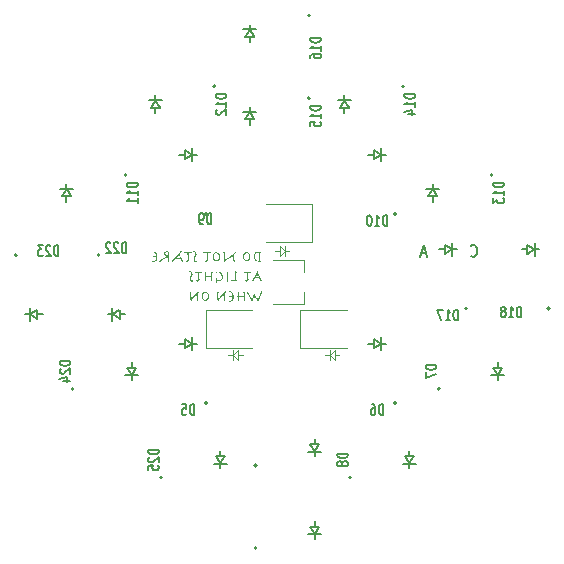
<source format=gbr>
%TF.GenerationSoftware,KiCad,Pcbnew,7.0.11*%
%TF.CreationDate,2024-09-02T12:26:07-05:00*%
%TF.ProjectId,uv_light,75765f6c-6967-4687-942e-6b696361645f,rev?*%
%TF.SameCoordinates,PX5f5e100PY5f5e100*%
%TF.FileFunction,Legend,Bot*%
%TF.FilePolarity,Positive*%
%FSLAX46Y46*%
G04 Gerber Fmt 4.6, Leading zero omitted, Abs format (unit mm)*
G04 Created by KiCad (PCBNEW 7.0.11) date 2024-09-02 12:26:07*
%MOMM*%
%LPD*%
G01*
G04 APERTURE LIST*
%ADD10C,0.100000*%
%ADD11C,0.150000*%
%ADD12C,0.200000*%
%ADD13C,0.120000*%
G04 APERTURE END LIST*
D10*
X-600000Y2600000D02*
X-200000Y2600000D01*
X4050000Y-6200000D02*
X4450000Y-6600000D01*
X-200000Y3000000D02*
X-200000Y2200000D01*
X4450000Y-6600000D02*
X4450000Y-5800000D01*
X-200000Y2200000D02*
X200000Y2600000D01*
X-3750000Y-5800000D02*
X-4150000Y-6200000D01*
X4050000Y-6600000D02*
X4050000Y-5800000D01*
X4450000Y-5800000D02*
X4050000Y-6200000D01*
X200000Y3000000D02*
X200000Y2200000D01*
X-4150000Y-6200000D02*
X-3750000Y-6600000D01*
X-3750000Y-6600000D02*
X-3750000Y-5800000D01*
X-3350000Y-6200000D02*
X-3750000Y-6200000D01*
X4850000Y-6200000D02*
X4450000Y-6200000D01*
X200000Y2600000D02*
X-200000Y3000000D01*
X4050000Y-6200000D02*
X3650000Y-6200000D01*
X-4150000Y-6200000D02*
X-4550000Y-6200000D01*
X-4150000Y-6600000D02*
X-4150000Y-5800000D01*
X200000Y2600000D02*
X600000Y2600000D01*
D11*
X15972744Y2225420D02*
X16015601Y2177800D01*
X16015601Y2177800D02*
X16144173Y2130181D01*
X16144173Y2130181D02*
X16229887Y2130181D01*
X16229887Y2130181D02*
X16358458Y2177800D01*
X16358458Y2177800D02*
X16444173Y2273039D01*
X16444173Y2273039D02*
X16487030Y2368277D01*
X16487030Y2368277D02*
X16529887Y2558753D01*
X16529887Y2558753D02*
X16529887Y2701610D01*
X16529887Y2701610D02*
X16487030Y2892086D01*
X16487030Y2892086D02*
X16444173Y2987324D01*
X16444173Y2987324D02*
X16358458Y3082562D01*
X16358458Y3082562D02*
X16229887Y3130181D01*
X16229887Y3130181D02*
X16144173Y3130181D01*
X16144173Y3130181D02*
X16015601Y3082562D01*
X16015601Y3082562D02*
X15972744Y3034943D01*
X12201317Y2415896D02*
X11772746Y2415896D01*
X12287031Y2130181D02*
X11987031Y3130181D01*
X11987031Y3130181D02*
X11687031Y2130181D01*
D10*
G36*
X-2006773Y2563403D02*
G01*
X-1996168Y2561868D01*
X-1988277Y2560440D01*
X-1978019Y2558410D01*
X-1967841Y2556107D01*
X-1958224Y2553743D01*
X-1947782Y2551018D01*
X-1938451Y2548472D01*
X-1840021Y2520384D01*
X-1829205Y2516957D01*
X-1819652Y2513696D01*
X-1809857Y2510004D01*
X-1800731Y2506000D01*
X-1792638Y2501333D01*
X-1786238Y2493789D01*
X-1782967Y2483916D01*
X-1782136Y2473734D01*
X-1783235Y2463842D01*
X-1788555Y2455473D01*
X-1789952Y2454683D01*
X-1799663Y2451311D01*
X-1806804Y2449798D01*
X-1816597Y2448034D01*
X-1825123Y2446134D01*
X-1833477Y2440536D01*
X-1837091Y2431480D01*
X-1839167Y2420916D01*
X-1840983Y2410571D01*
X-1842540Y2400886D01*
X-1844097Y2390444D01*
X-1845395Y2381166D01*
X-1847009Y2369628D01*
X-1848302Y2359738D01*
X-1849547Y2349597D01*
X-1850744Y2339206D01*
X-1851894Y2328565D01*
X-1852996Y2317673D01*
X-1853211Y2315465D01*
X-1854314Y2304450D01*
X-1855333Y2293387D01*
X-1856270Y2282277D01*
X-1857122Y2271119D01*
X-1857891Y2259914D01*
X-1858577Y2248660D01*
X-1858828Y2244146D01*
X-1859461Y2233045D01*
X-1859987Y2222183D01*
X-1860406Y2211559D01*
X-1860717Y2201174D01*
X-1860921Y2191028D01*
X-1861018Y2181120D01*
X-1861026Y2177223D01*
X-1861001Y2162823D01*
X-1860923Y2148200D01*
X-1860843Y2138327D01*
X-1860740Y2128355D01*
X-1860614Y2118284D01*
X-1860465Y2108114D01*
X-1860294Y2097844D01*
X-1860099Y2087475D01*
X-1859881Y2077007D01*
X-1859641Y2066440D01*
X-1859378Y2055773D01*
X-1859091Y2045008D01*
X-1858782Y2034143D01*
X-1858450Y2023178D01*
X-1858095Y2012115D01*
X-1857754Y2001018D01*
X-1857401Y1989954D01*
X-1857036Y1978922D01*
X-1856660Y1967922D01*
X-1856273Y1956955D01*
X-1855874Y1946021D01*
X-1855464Y1935118D01*
X-1855042Y1924249D01*
X-1854609Y1913411D01*
X-1854165Y1902606D01*
X-1853709Y1891834D01*
X-1853241Y1881094D01*
X-1852762Y1870386D01*
X-1852272Y1859711D01*
X-1851770Y1849069D01*
X-1851257Y1838458D01*
X-1850510Y1828280D01*
X-1849139Y1817534D01*
X-1846914Y1806742D01*
X-1843572Y1796498D01*
X-1842708Y1794495D01*
X-1838210Y1785545D01*
X-1832623Y1776569D01*
X-1827809Y1770559D01*
X-1820979Y1763203D01*
X-1813887Y1755904D01*
X-1808753Y1747214D01*
X-1807537Y1738319D01*
X-1810163Y1728488D01*
X-1818040Y1721954D01*
X-1827954Y1718566D01*
X-1837825Y1716385D01*
X-1848350Y1714705D01*
X-1852722Y1714139D01*
X-1931368Y1704369D01*
X-1941620Y1704369D01*
X-1951893Y1704369D01*
X-1956037Y1704369D01*
X-1966180Y1704369D01*
X-1976462Y1704369D01*
X-1983392Y1704369D01*
X-1993537Y1705304D01*
X-2004046Y1707117D01*
X-2014411Y1709254D01*
X-2024616Y1711555D01*
X-2035568Y1714183D01*
X-2045552Y1716696D01*
X-2056085Y1719449D01*
X-2067167Y1722443D01*
X-2076751Y1725210D01*
X-2086573Y1728167D01*
X-2096634Y1731316D01*
X-2106933Y1734655D01*
X-2117471Y1738185D01*
X-2128247Y1741906D01*
X-2132624Y1743448D01*
X-2143562Y1747482D01*
X-2154392Y1751648D01*
X-2165114Y1755945D01*
X-2175729Y1760373D01*
X-2186237Y1764932D01*
X-2196638Y1769623D01*
X-2200768Y1771536D01*
X-2210935Y1776498D01*
X-2220828Y1781616D01*
X-2230446Y1786888D01*
X-2239790Y1792315D01*
X-2248859Y1797898D01*
X-2257655Y1803636D01*
X-2261096Y1805974D01*
X-2269423Y1811975D01*
X-2277153Y1818072D01*
X-2285643Y1825513D01*
X-2293273Y1833093D01*
X-2300045Y1840809D01*
X-2304083Y1846030D01*
X-2310300Y1854830D01*
X-2316249Y1863646D01*
X-2321932Y1872477D01*
X-2327347Y1881323D01*
X-2332495Y1890184D01*
X-2337376Y1899061D01*
X-2341990Y1907953D01*
X-2346337Y1916860D01*
X-2350451Y1925897D01*
X-2354366Y1935178D01*
X-2358083Y1944704D01*
X-2361602Y1954474D01*
X-2364922Y1964488D01*
X-2368044Y1974746D01*
X-2370967Y1985248D01*
X-2373692Y1995995D01*
X-2376218Y2007051D01*
X-2378546Y2018481D01*
X-2380676Y2030284D01*
X-2382607Y2042462D01*
X-2384340Y2055014D01*
X-2385874Y2067940D01*
X-2386894Y2077879D01*
X-2387803Y2088030D01*
X-2388347Y2094913D01*
X-2389132Y2105463D01*
X-2389841Y2116323D01*
X-2390472Y2127491D01*
X-2391026Y2138969D01*
X-2391502Y2150755D01*
X-2391902Y2162851D01*
X-2392224Y2175256D01*
X-2392398Y2184306D01*
X-2291626Y2184306D01*
X-2291541Y2169334D01*
X-2291283Y2154703D01*
X-2290854Y2140414D01*
X-2290253Y2126466D01*
X-2289480Y2112860D01*
X-2288535Y2099596D01*
X-2287419Y2086673D01*
X-2286131Y2074092D01*
X-2284671Y2061852D01*
X-2283040Y2049954D01*
X-2281237Y2038397D01*
X-2279262Y2027182D01*
X-2277115Y2016308D01*
X-2274797Y2005776D01*
X-2272306Y1995586D01*
X-2269645Y1985737D01*
X-2266859Y1976214D01*
X-2262422Y1962399D01*
X-2257677Y1949146D01*
X-2252622Y1936456D01*
X-2247258Y1924328D01*
X-2241585Y1912762D01*
X-2235603Y1901759D01*
X-2229312Y1891318D01*
X-2222712Y1881440D01*
X-2215802Y1872124D01*
X-2208584Y1863371D01*
X-2201080Y1855192D01*
X-2193314Y1847506D01*
X-2185286Y1840314D01*
X-2176996Y1833615D01*
X-2168445Y1827411D01*
X-2159631Y1821700D01*
X-2150556Y1816483D01*
X-2141219Y1811759D01*
X-2131619Y1807530D01*
X-2121758Y1803794D01*
X-2115039Y1801578D01*
X-2104767Y1798566D01*
X-2094285Y1795850D01*
X-2083592Y1793431D01*
X-2072689Y1791308D01*
X-2061576Y1789481D01*
X-2050253Y1787951D01*
X-2038718Y1786716D01*
X-2026974Y1785778D01*
X-2015019Y1785136D01*
X-2002854Y1784791D01*
X-1994627Y1784725D01*
X-1984192Y1785391D01*
X-1973926Y1787784D01*
X-1964494Y1792556D01*
X-1957991Y1798647D01*
X-1953075Y1808187D01*
X-1950310Y1818569D01*
X-1948610Y1829332D01*
X-1947644Y1839325D01*
X-1947030Y1850547D01*
X-1946767Y1862997D01*
X-1946756Y1866302D01*
X-1946767Y1877350D01*
X-1946801Y1888635D01*
X-1946859Y1900156D01*
X-1946939Y1911914D01*
X-1947042Y1923909D01*
X-1947168Y1936140D01*
X-1947317Y1948608D01*
X-1947488Y1961312D01*
X-1947660Y1974170D01*
X-1947809Y1987095D01*
X-1947935Y2000090D01*
X-1948014Y2009881D01*
X-1948081Y2019710D01*
X-1948134Y2029579D01*
X-1948175Y2039485D01*
X-1948203Y2049431D01*
X-1948218Y2059415D01*
X-1948221Y2066093D01*
X-1948221Y2464208D01*
X-1957350Y2469689D01*
X-1966489Y2474258D01*
X-1976704Y2478618D01*
X-1986315Y2482187D01*
X-1993162Y2484481D01*
X-2003632Y2487635D01*
X-2013793Y2490136D01*
X-2023644Y2491985D01*
X-2034747Y2493318D01*
X-2045430Y2493762D01*
X-2056527Y2492785D01*
X-2066594Y2490770D01*
X-2076124Y2488251D01*
X-2086691Y2484969D01*
X-2098297Y2480924D01*
X-2105758Y2478130D01*
X-2115966Y2473963D01*
X-2126198Y2469154D01*
X-2136452Y2463705D01*
X-2146729Y2457614D01*
X-2157030Y2450882D01*
X-2167353Y2443509D01*
X-2175110Y2437558D01*
X-2182880Y2431247D01*
X-2188067Y2426839D01*
X-2195760Y2419947D01*
X-2203269Y2412643D01*
X-2210592Y2404926D01*
X-2217732Y2396797D01*
X-2224686Y2388257D01*
X-2231456Y2379304D01*
X-2238041Y2369938D01*
X-2244442Y2360161D01*
X-2250658Y2349971D01*
X-2256689Y2339370D01*
X-2260608Y2332073D01*
X-2266151Y2320731D01*
X-2271149Y2308869D01*
X-2275602Y2296488D01*
X-2279510Y2283587D01*
X-2282872Y2270167D01*
X-2285689Y2256227D01*
X-2287961Y2241768D01*
X-2289173Y2231840D01*
X-2290142Y2221681D01*
X-2290869Y2211291D01*
X-2291354Y2200670D01*
X-2291596Y2189819D01*
X-2291626Y2184306D01*
X-2392398Y2184306D01*
X-2392468Y2187970D01*
X-2392636Y2200993D01*
X-2392726Y2214325D01*
X-2392743Y2223385D01*
X-2392638Y2233278D01*
X-2392087Y2247777D01*
X-2391064Y2261869D01*
X-2389568Y2275552D01*
X-2387601Y2288828D01*
X-2385160Y2301696D01*
X-2382248Y2314156D01*
X-2378864Y2326208D01*
X-2375007Y2337852D01*
X-2370678Y2349088D01*
X-2365876Y2359917D01*
X-2360767Y2370420D01*
X-2355421Y2380588D01*
X-2349839Y2390421D01*
X-2344020Y2399919D01*
X-2337966Y2409083D01*
X-2331676Y2417911D01*
X-2325149Y2426405D01*
X-2318386Y2434563D01*
X-2311387Y2442387D01*
X-2304152Y2449876D01*
X-2299198Y2454683D01*
X-2291619Y2461640D01*
X-2283902Y2468313D01*
X-2276048Y2474703D01*
X-2268057Y2480809D01*
X-2259928Y2486633D01*
X-2251662Y2492172D01*
X-2243259Y2497429D01*
X-2234718Y2502402D01*
X-2226040Y2507092D01*
X-2217224Y2511498D01*
X-2211271Y2514278D01*
X-2199402Y2519549D01*
X-2187732Y2524491D01*
X-2176260Y2529105D01*
X-2164987Y2533390D01*
X-2153912Y2537348D01*
X-2143035Y2540977D01*
X-2132357Y2544278D01*
X-2121878Y2547251D01*
X-2111684Y2549926D01*
X-2101865Y2552334D01*
X-2090117Y2554969D01*
X-2078953Y2557186D01*
X-2068373Y2558985D01*
X-2058378Y2560368D01*
X-2050803Y2561173D01*
X-2040688Y2562169D01*
X-2029926Y2563176D01*
X-2019622Y2564001D01*
X-2017097Y2564104D01*
X-2006773Y2563403D01*
G37*
G36*
X-3028681Y2501434D02*
G01*
X-3016867Y2501001D01*
X-3005279Y2500281D01*
X-2993916Y2499273D01*
X-2982778Y2497976D01*
X-2971866Y2496391D01*
X-2961178Y2494518D01*
X-2950716Y2492357D01*
X-2940479Y2489908D01*
X-2930467Y2487171D01*
X-2920680Y2484146D01*
X-2911118Y2480832D01*
X-2901781Y2477231D01*
X-2892670Y2473341D01*
X-2883784Y2469163D01*
X-2875123Y2464697D01*
X-2862560Y2457591D01*
X-2850427Y2450102D01*
X-2838724Y2442232D01*
X-2827449Y2433980D01*
X-2816605Y2425345D01*
X-2806189Y2416328D01*
X-2796203Y2406929D01*
X-2786646Y2397149D01*
X-2777518Y2386985D01*
X-2768820Y2376440D01*
X-2763259Y2369198D01*
X-2755316Y2358141D01*
X-2747789Y2346861D01*
X-2740679Y2335358D01*
X-2733985Y2323631D01*
X-2727707Y2311682D01*
X-2721846Y2299509D01*
X-2716401Y2287112D01*
X-2711373Y2274493D01*
X-2706761Y2261650D01*
X-2702566Y2248584D01*
X-2700000Y2239749D01*
X-2696509Y2226492D01*
X-2693360Y2213282D01*
X-2690555Y2200120D01*
X-2688094Y2187004D01*
X-2685976Y2173936D01*
X-2684201Y2160915D01*
X-2682770Y2147941D01*
X-2681682Y2135015D01*
X-2680938Y2122136D01*
X-2680537Y2109304D01*
X-2680461Y2100775D01*
X-2680565Y2090049D01*
X-2680877Y2079488D01*
X-2681397Y2069090D01*
X-2682125Y2058857D01*
X-2683061Y2048788D01*
X-2684205Y2038882D01*
X-2685557Y2029141D01*
X-2687975Y2014837D01*
X-2690860Y2000903D01*
X-2694214Y1987337D01*
X-2698036Y1974141D01*
X-2702326Y1961314D01*
X-2707084Y1948856D01*
X-2712254Y1936772D01*
X-2717691Y1925065D01*
X-2723394Y1913737D01*
X-2729363Y1902786D01*
X-2735598Y1892213D01*
X-2742100Y1882017D01*
X-2748868Y1872200D01*
X-2755902Y1862760D01*
X-2763202Y1853699D01*
X-2770768Y1845015D01*
X-2775960Y1839435D01*
X-2783981Y1831427D01*
X-2792200Y1823796D01*
X-2800617Y1816543D01*
X-2809230Y1809668D01*
X-2818042Y1803171D01*
X-2827051Y1797051D01*
X-2836257Y1791310D01*
X-2845661Y1785946D01*
X-2855262Y1780960D01*
X-2865061Y1776352D01*
X-2871703Y1773490D01*
X-2881720Y1769518D01*
X-2891710Y1765936D01*
X-2901675Y1762746D01*
X-2911614Y1759946D01*
X-2921527Y1757536D01*
X-2931415Y1755518D01*
X-2941277Y1753890D01*
X-2951113Y1752653D01*
X-2960923Y1751806D01*
X-2970707Y1751350D01*
X-2977216Y1751264D01*
X-2989582Y1751483D01*
X-3001857Y1752139D01*
X-3014042Y1753234D01*
X-3026137Y1754767D01*
X-3038142Y1756738D01*
X-3050057Y1759146D01*
X-3061881Y1761993D01*
X-3073616Y1765277D01*
X-3085260Y1768999D01*
X-3096814Y1773160D01*
X-3104467Y1776176D01*
X-3115843Y1781093D01*
X-3126984Y1786409D01*
X-3137888Y1792124D01*
X-3148556Y1798238D01*
X-3158988Y1804752D01*
X-3169184Y1811665D01*
X-3179144Y1818977D01*
X-3188868Y1826689D01*
X-3198355Y1834800D01*
X-3207607Y1843310D01*
X-3213643Y1849205D01*
X-3222452Y1858428D01*
X-3230925Y1868056D01*
X-3239064Y1878086D01*
X-3246868Y1888520D01*
X-3254337Y1899358D01*
X-3261471Y1910600D01*
X-3268270Y1922245D01*
X-3274734Y1934293D01*
X-3280864Y1946745D01*
X-3286658Y1959601D01*
X-3290335Y1968395D01*
X-3295486Y1981904D01*
X-3300130Y1995778D01*
X-3302944Y2005230D01*
X-3305534Y2014845D01*
X-3307898Y2024621D01*
X-3310037Y2034560D01*
X-3311951Y2044660D01*
X-3313640Y2054923D01*
X-3315103Y2065348D01*
X-3316342Y2075936D01*
X-3317355Y2086685D01*
X-3318143Y2097597D01*
X-3318706Y2108671D01*
X-3318997Y2118361D01*
X-3226344Y2118361D01*
X-3226258Y2108066D01*
X-3226000Y2098004D01*
X-3225571Y2088176D01*
X-3224605Y2073869D01*
X-3223253Y2060086D01*
X-3221514Y2046827D01*
X-3219389Y2034091D01*
X-3216877Y2021879D01*
X-3213979Y2010192D01*
X-3210695Y1999027D01*
X-3207024Y1988387D01*
X-3204362Y1981585D01*
X-3200187Y1971801D01*
X-3195815Y1962416D01*
X-3191246Y1953431D01*
X-3186479Y1944845D01*
X-3179816Y1934018D01*
X-3172801Y1923901D01*
X-3165436Y1914494D01*
X-3157719Y1905797D01*
X-3149652Y1897809D01*
X-3141351Y1890478D01*
X-3132936Y1883750D01*
X-3124407Y1877625D01*
X-3115763Y1872103D01*
X-3107004Y1867184D01*
X-3098132Y1862867D01*
X-3086880Y1858320D01*
X-3080042Y1856044D01*
X-3068766Y1852877D01*
X-3057836Y1850248D01*
X-3047252Y1848155D01*
X-3037014Y1846598D01*
X-3027121Y1845579D01*
X-3015707Y1845064D01*
X-3013853Y1845053D01*
X-3000887Y1845358D01*
X-2988367Y1846272D01*
X-2976294Y1847796D01*
X-2964668Y1849930D01*
X-2953488Y1852674D01*
X-2942755Y1856027D01*
X-2932468Y1859989D01*
X-2922628Y1864562D01*
X-2913234Y1869744D01*
X-2904287Y1875535D01*
X-2898570Y1879735D01*
X-2890309Y1886341D01*
X-2882378Y1893153D01*
X-2874778Y1900172D01*
X-2867509Y1907396D01*
X-2860570Y1914826D01*
X-2853962Y1922463D01*
X-2847685Y1930305D01*
X-2841738Y1938354D01*
X-2836121Y1946608D01*
X-2830835Y1955069D01*
X-2827495Y1960824D01*
X-2822780Y1969532D01*
X-2818345Y1978252D01*
X-2812865Y1989899D01*
X-2807880Y2001570D01*
X-2803393Y2013263D01*
X-2799401Y2024979D01*
X-2795905Y2036718D01*
X-2792905Y2048479D01*
X-2791592Y2054369D01*
X-2789302Y2065864D01*
X-2787317Y2076656D01*
X-2785638Y2086746D01*
X-2783969Y2098372D01*
X-2782776Y2108900D01*
X-2781975Y2120086D01*
X-2781822Y2126665D01*
X-2781957Y2137790D01*
X-2782363Y2148816D01*
X-2783039Y2159743D01*
X-2783986Y2170571D01*
X-2785203Y2181301D01*
X-2786690Y2191932D01*
X-2788449Y2202464D01*
X-2790477Y2212898D01*
X-2792776Y2223233D01*
X-2795346Y2233469D01*
X-2797209Y2240238D01*
X-2800262Y2250280D01*
X-2803560Y2260073D01*
X-2807103Y2269617D01*
X-2810891Y2278912D01*
X-2814923Y2287958D01*
X-2819200Y2296755D01*
X-2825283Y2308097D01*
X-2831801Y2318997D01*
X-2838754Y2329453D01*
X-2842394Y2334516D01*
X-2850000Y2344339D01*
X-2858041Y2353658D01*
X-2866517Y2362474D01*
X-2875428Y2370786D01*
X-2884774Y2378594D01*
X-2894555Y2385898D01*
X-2904771Y2392699D01*
X-2915423Y2398996D01*
X-2926524Y2404720D01*
X-2937969Y2409681D01*
X-2949758Y2413879D01*
X-2961890Y2417314D01*
X-2974365Y2419985D01*
X-2987184Y2421893D01*
X-2997024Y2422824D01*
X-3007057Y2423324D01*
X-3013853Y2423420D01*
X-3024004Y2423168D01*
X-3034064Y2422412D01*
X-3044032Y2421153D01*
X-3053908Y2419390D01*
X-3063693Y2417123D01*
X-3073387Y2414352D01*
X-3082989Y2411078D01*
X-3092499Y2407300D01*
X-3101891Y2403026D01*
X-3111015Y2398141D01*
X-3119873Y2392645D01*
X-3128464Y2386539D01*
X-3136787Y2379823D01*
X-3144843Y2372495D01*
X-3152632Y2364557D01*
X-3160154Y2356009D01*
X-3167367Y2346854D01*
X-3174229Y2336973D01*
X-3180739Y2326368D01*
X-3186899Y2315037D01*
X-3191288Y2306063D01*
X-3195480Y2296682D01*
X-3199474Y2286892D01*
X-3203271Y2276695D01*
X-3206870Y2266090D01*
X-3208026Y2262464D01*
X-3211299Y2251320D01*
X-3214251Y2239686D01*
X-3216881Y2227563D01*
X-3219188Y2214951D01*
X-3221174Y2201849D01*
X-3222838Y2188258D01*
X-3224179Y2174177D01*
X-3225199Y2159607D01*
X-3225700Y2149622D01*
X-3226058Y2139419D01*
X-3226272Y2128999D01*
X-3226344Y2118361D01*
X-3318997Y2118361D01*
X-3319044Y2119907D01*
X-3319156Y2131305D01*
X-3319068Y2143204D01*
X-3318805Y2154902D01*
X-3318366Y2166399D01*
X-3317752Y2177696D01*
X-3316962Y2188793D01*
X-3315996Y2199690D01*
X-3314855Y2210386D01*
X-3313539Y2220882D01*
X-3312046Y2231177D01*
X-3310379Y2241272D01*
X-3308535Y2251167D01*
X-3306517Y2260861D01*
X-3303159Y2275027D01*
X-3299407Y2288742D01*
X-3296686Y2297635D01*
X-3292335Y2310603D01*
X-3287710Y2323129D01*
X-3282810Y2335212D01*
X-3277635Y2346854D01*
X-3272185Y2358053D01*
X-3266461Y2368810D01*
X-3260462Y2379124D01*
X-3254188Y2388997D01*
X-3247639Y2398427D01*
X-3240815Y2407415D01*
X-3236114Y2413162D01*
X-3228901Y2421426D01*
X-3221462Y2429273D01*
X-3213795Y2436704D01*
X-3205900Y2443719D01*
X-3197778Y2450317D01*
X-3189428Y2456499D01*
X-3180851Y2462264D01*
X-3172046Y2467613D01*
X-3163013Y2472545D01*
X-3153753Y2477061D01*
X-3147453Y2479840D01*
X-3137924Y2483725D01*
X-3128297Y2487227D01*
X-3118570Y2490348D01*
X-3108745Y2493086D01*
X-3098821Y2495443D01*
X-3088798Y2497417D01*
X-3078676Y2499009D01*
X-3068456Y2500219D01*
X-3058137Y2501047D01*
X-3047719Y2501493D01*
X-3040719Y2501578D01*
X-3028681Y2501434D01*
G37*
G36*
X-4082659Y2148402D02*
G01*
X-4082613Y2136653D01*
X-4082472Y2125096D01*
X-4082239Y2113732D01*
X-4081911Y2102561D01*
X-4081491Y2091583D01*
X-4080976Y2080797D01*
X-4080369Y2070204D01*
X-4079667Y2059803D01*
X-4078873Y2049596D01*
X-4077984Y2039581D01*
X-4077003Y2029759D01*
X-4075355Y2015387D01*
X-4073496Y2001448D01*
X-4071428Y1987944D01*
X-4070691Y1983539D01*
X-4068434Y1970626D01*
X-4066152Y1958082D01*
X-4063843Y1945907D01*
X-4061509Y1934102D01*
X-4059149Y1922666D01*
X-4056764Y1911599D01*
X-4054352Y1900902D01*
X-4051915Y1890574D01*
X-4049452Y1880615D01*
X-4046964Y1871025D01*
X-4045290Y1864837D01*
X-4042012Y1852933D01*
X-4038772Y1841649D01*
X-4035570Y1830982D01*
X-4032406Y1820934D01*
X-4029281Y1811504D01*
X-4025427Y1800586D01*
X-4021634Y1790633D01*
X-4020133Y1786923D01*
X-4016066Y1776630D01*
X-4012840Y1767368D01*
X-4010140Y1757865D01*
X-4008352Y1747707D01*
X-4008165Y1743936D01*
X-4010404Y1734302D01*
X-4014516Y1728305D01*
X-4022021Y1721193D01*
X-4029903Y1715604D01*
X-4038872Y1710982D01*
X-4048378Y1707647D01*
X-4049686Y1707300D01*
X-4059334Y1705102D01*
X-4067272Y1704369D01*
X-4077662Y1705895D01*
X-4086768Y1709880D01*
X-4095642Y1716337D01*
X-4099512Y1720000D01*
X-4105942Y1727657D01*
X-4111553Y1736951D01*
X-4115712Y1746218D01*
X-4119270Y1756688D01*
X-4121776Y1766332D01*
X-4122227Y1768361D01*
X-4124028Y1778089D01*
X-4125770Y1788041D01*
X-4127452Y1798216D01*
X-4129073Y1808615D01*
X-4130634Y1819237D01*
X-4132136Y1830082D01*
X-4133577Y1841150D01*
X-4134958Y1852441D01*
X-4136279Y1863956D01*
X-4137539Y1875694D01*
X-4138347Y1883643D01*
X-4139518Y1895679D01*
X-4140651Y1907697D01*
X-4141745Y1919699D01*
X-4142800Y1931683D01*
X-4143817Y1943650D01*
X-4144795Y1955599D01*
X-4145735Y1967532D01*
X-4146636Y1979447D01*
X-4147498Y1991346D01*
X-4148321Y2003227D01*
X-4148849Y2011138D01*
X-4149621Y2022963D01*
X-4150380Y2034625D01*
X-4151127Y2046124D01*
X-4151860Y2057460D01*
X-4152581Y2068633D01*
X-4153288Y2079642D01*
X-4153983Y2090489D01*
X-4154665Y2101172D01*
X-4155334Y2111692D01*
X-4155990Y2122049D01*
X-4156421Y2128863D01*
X-4157112Y2138828D01*
X-4158047Y2151486D01*
X-4158997Y2163428D01*
X-4159963Y2174651D01*
X-4160943Y2185158D01*
X-4161939Y2194946D01*
X-4163206Y2206174D01*
X-4164236Y2214348D01*
X-4172168Y2206992D01*
X-4180088Y2199732D01*
X-4187996Y2192567D01*
X-4195893Y2185497D01*
X-4203777Y2178523D01*
X-4211649Y2171644D01*
X-4214795Y2168919D01*
X-4222888Y2162078D01*
X-4231291Y2155142D01*
X-4240004Y2148111D01*
X-4249027Y2140984D01*
X-4258360Y2133761D01*
X-4268003Y2126443D01*
X-4271947Y2123490D01*
X-4280046Y2117498D01*
X-4288464Y2111369D01*
X-4297204Y2105103D01*
X-4306264Y2098699D01*
X-4315644Y2092158D01*
X-4325345Y2085479D01*
X-4335367Y2078663D01*
X-4345709Y2071710D01*
X-4356559Y2064604D01*
X-4365071Y2059084D01*
X-4373906Y2053402D01*
X-4383063Y2047555D01*
X-4392542Y2041546D01*
X-4402343Y2035374D01*
X-4412466Y2029038D01*
X-4422911Y2022540D01*
X-4433678Y2015878D01*
X-4444767Y2009053D01*
X-4448535Y2006742D01*
X-4460088Y1999726D01*
X-4472031Y1992508D01*
X-4484365Y1985088D01*
X-4492805Y1980030D01*
X-4501418Y1974882D01*
X-4510205Y1969644D01*
X-4519166Y1964316D01*
X-4528300Y1958899D01*
X-4537608Y1953392D01*
X-4547090Y1947795D01*
X-4556745Y1942109D01*
X-4566574Y1936333D01*
X-4576576Y1930467D01*
X-4586752Y1924512D01*
X-4591906Y1921501D01*
X-4602401Y1915423D01*
X-4613128Y1909220D01*
X-4624086Y1902891D01*
X-4635274Y1896435D01*
X-4646693Y1889854D01*
X-4658343Y1883147D01*
X-4670225Y1876314D01*
X-4682337Y1869355D01*
X-4694679Y1862270D01*
X-4707253Y1855059D01*
X-4720058Y1847722D01*
X-4733093Y1840260D01*
X-4746360Y1832671D01*
X-4759857Y1824956D01*
X-4773585Y1817116D01*
X-4787544Y1809149D01*
X-4796301Y1803419D01*
X-4804194Y1797128D01*
X-4811221Y1790276D01*
X-4818193Y1781758D01*
X-4820517Y1778375D01*
X-4826287Y1769460D01*
X-4831630Y1760789D01*
X-4837130Y1751327D01*
X-4841033Y1744181D01*
X-4845649Y1735461D01*
X-4850324Y1726588D01*
X-4854915Y1717819D01*
X-4855688Y1716337D01*
X-4861665Y1708156D01*
X-4870587Y1704369D01*
X-4880980Y1705281D01*
X-4891072Y1707325D01*
X-4895744Y1708521D01*
X-4905418Y1711593D01*
X-4914901Y1715619D01*
X-4924194Y1720600D01*
X-4926030Y1721710D01*
X-4934121Y1727298D01*
X-4941632Y1733620D01*
X-4948563Y1740676D01*
X-4952164Y1744913D01*
X-4957595Y1753210D01*
X-4961545Y1763199D01*
X-4963223Y1772883D01*
X-4963399Y1777398D01*
X-4963262Y1787259D01*
X-4962849Y1797303D01*
X-4962162Y1807531D01*
X-4961201Y1817942D01*
X-4960117Y1828948D01*
X-4958993Y1839205D01*
X-4957706Y1850046D01*
X-4956472Y1859803D01*
X-4955583Y1866546D01*
X-4954344Y1877096D01*
X-4953190Y1888230D01*
X-4952123Y1899948D01*
X-4951299Y1910159D01*
X-4950534Y1920776D01*
X-4949966Y1929561D01*
X-4949403Y1941073D01*
X-4948935Y1953169D01*
X-4948630Y1963267D01*
X-4948386Y1973739D01*
X-4948202Y1984585D01*
X-4948080Y1995805D01*
X-4948019Y2007399D01*
X-4948012Y2013336D01*
X-4948025Y2032742D01*
X-4948065Y2051636D01*
X-4948132Y2070020D01*
X-4948225Y2087891D01*
X-4948346Y2105252D01*
X-4948493Y2122101D01*
X-4948666Y2138438D01*
X-4948867Y2154264D01*
X-4949094Y2169579D01*
X-4949347Y2184382D01*
X-4949628Y2198675D01*
X-4949935Y2212455D01*
X-4950269Y2225724D01*
X-4950630Y2238482D01*
X-4951017Y2250729D01*
X-4951431Y2262464D01*
X-4951894Y2273809D01*
X-4952366Y2284824D01*
X-4952848Y2295508D01*
X-4953339Y2305863D01*
X-4953840Y2315887D01*
X-4954609Y2330305D01*
X-4955400Y2343980D01*
X-4956212Y2356912D01*
X-4957046Y2369102D01*
X-4957901Y2380548D01*
X-4958777Y2391252D01*
X-4959675Y2401214D01*
X-4959980Y2404369D01*
X-4961178Y2416352D01*
X-4962330Y2427389D01*
X-4963437Y2437479D01*
X-4964756Y2448761D01*
X-4966004Y2458564D01*
X-4967406Y2468376D01*
X-4968284Y2473734D01*
X-4970055Y2484186D01*
X-4971343Y2494213D01*
X-4971944Y2504042D01*
X-4971947Y2504753D01*
X-4970421Y2514890D01*
X-4964559Y2523591D01*
X-4956316Y2527956D01*
X-4946699Y2530532D01*
X-4936120Y2532263D01*
X-4925541Y2532841D01*
X-4915329Y2532429D01*
X-4904761Y2531327D01*
X-4895255Y2529910D01*
X-4885460Y2528225D01*
X-4875858Y2526192D01*
X-4865416Y2523525D01*
X-4861305Y2522338D01*
X-4851707Y2518927D01*
X-4842252Y2514349D01*
X-4833950Y2508905D01*
X-4826676Y2501432D01*
X-4822989Y2491762D01*
X-4822715Y2487900D01*
X-4824110Y2477957D01*
X-4828675Y2468653D01*
X-4829065Y2468116D01*
X-4835287Y2459687D01*
X-4841113Y2451340D01*
X-4842987Y2448577D01*
X-4848274Y2440160D01*
X-4852930Y2431306D01*
X-4856998Y2422359D01*
X-4857886Y2420245D01*
X-4861426Y2409876D01*
X-4863826Y2399168D01*
X-4865351Y2388646D01*
X-4866229Y2378771D01*
X-4866435Y2375304D01*
X-4866770Y2365301D01*
X-4867106Y2355318D01*
X-4867442Y2345357D01*
X-4867778Y2335416D01*
X-4868114Y2325497D01*
X-4868450Y2315598D01*
X-4868785Y2305721D01*
X-4869121Y2295864D01*
X-4869457Y2286029D01*
X-4869793Y2276214D01*
X-4870129Y2266420D01*
X-4870465Y2256648D01*
X-4870968Y2242028D01*
X-4871472Y2227456D01*
X-4871808Y2217767D01*
X-4872332Y2203159D01*
X-4872652Y2193267D01*
X-4872950Y2183253D01*
X-4873225Y2173117D01*
X-4873477Y2162859D01*
X-4873706Y2152478D01*
X-4873912Y2141976D01*
X-4874095Y2131351D01*
X-4874255Y2120605D01*
X-4874392Y2109736D01*
X-4874507Y2098745D01*
X-4874599Y2087632D01*
X-4874667Y2076397D01*
X-4874713Y2065039D01*
X-4874736Y2053560D01*
X-4874739Y2047774D01*
X-4874704Y2036837D01*
X-4874599Y2026250D01*
X-4874423Y2016013D01*
X-4874178Y2006127D01*
X-4874006Y2000636D01*
X-4873594Y1989797D01*
X-4873090Y1979020D01*
X-4872495Y1968304D01*
X-4871808Y1957649D01*
X-4871136Y1946963D01*
X-4870342Y1935911D01*
X-4869548Y1925940D01*
X-4868659Y1915689D01*
X-4868388Y1912708D01*
X-4867487Y1901992D01*
X-4866640Y1892249D01*
X-4865724Y1881991D01*
X-4864739Y1871218D01*
X-4863686Y1859929D01*
X-4863504Y1857998D01*
X-4850041Y1864986D01*
X-4836702Y1871969D01*
X-4823487Y1878946D01*
X-4810396Y1885918D01*
X-4797429Y1892883D01*
X-4784586Y1899843D01*
X-4771868Y1906798D01*
X-4759273Y1913746D01*
X-4746802Y1920689D01*
X-4734456Y1927626D01*
X-4722233Y1934557D01*
X-4710134Y1941483D01*
X-4698160Y1948403D01*
X-4686309Y1955317D01*
X-4674583Y1962225D01*
X-4662980Y1969128D01*
X-4651478Y1976068D01*
X-4639991Y1983088D01*
X-4628519Y1990188D01*
X-4617063Y1997369D01*
X-4605621Y2004629D01*
X-4594195Y2011970D01*
X-4582785Y2019391D01*
X-4571389Y2026892D01*
X-4560009Y2034473D01*
X-4548644Y2042134D01*
X-4537294Y2049875D01*
X-4525960Y2057697D01*
X-4514641Y2065598D01*
X-4503337Y2073580D01*
X-4492048Y2081642D01*
X-4480775Y2089784D01*
X-4469526Y2098057D01*
X-4458248Y2106450D01*
X-4446941Y2114963D01*
X-4435605Y2123597D01*
X-4424241Y2132350D01*
X-4412849Y2141224D01*
X-4401428Y2150218D01*
X-4389978Y2159332D01*
X-4378499Y2168567D01*
X-4366992Y2177921D01*
X-4355457Y2187396D01*
X-4343892Y2196992D01*
X-4332299Y2206707D01*
X-4320678Y2216542D01*
X-4309028Y2226498D01*
X-4297349Y2236574D01*
X-4285587Y2246814D01*
X-4273688Y2257262D01*
X-4261651Y2267918D01*
X-4249477Y2278782D01*
X-4237166Y2289854D01*
X-4224717Y2301134D01*
X-4212131Y2312622D01*
X-4199407Y2324318D01*
X-4186546Y2336222D01*
X-4173548Y2348334D01*
X-4160412Y2360654D01*
X-4147139Y2373182D01*
X-4133729Y2385918D01*
X-4120181Y2398862D01*
X-4106496Y2412014D01*
X-4092673Y2425374D01*
X-4085173Y2432547D01*
X-4077970Y2439410D01*
X-4068826Y2448081D01*
X-4060209Y2456202D01*
X-4052118Y2463773D01*
X-4044555Y2470795D01*
X-4035840Y2478800D01*
X-4027949Y2485946D01*
X-4019342Y2493703D01*
X-4011474Y2500669D01*
X-4003228Y2507799D01*
X-3995034Y2514630D01*
X-3990580Y2518186D01*
X-3982354Y2524396D01*
X-3973997Y2529823D01*
X-3972261Y2530643D01*
X-3963225Y2532841D01*
X-3953450Y2532291D01*
X-3942806Y2530261D01*
X-3932980Y2526735D01*
X-3923973Y2521712D01*
X-3918040Y2517209D01*
X-3910132Y2509683D01*
X-3903937Y2501618D01*
X-3900248Y2492338D01*
X-3899966Y2489121D01*
X-3901582Y2479036D01*
X-3903385Y2474222D01*
X-3908308Y2465339D01*
X-3914101Y2456846D01*
X-3918040Y2451508D01*
X-3924268Y2443524D01*
X-3930719Y2435662D01*
X-3938106Y2426981D01*
X-3945181Y2418890D01*
X-3950280Y2413162D01*
X-3957260Y2405547D01*
X-3964920Y2397205D01*
X-3971537Y2390007D01*
X-3978590Y2382344D01*
X-3986077Y2374215D01*
X-3994000Y2365621D01*
X-4002358Y2356561D01*
X-4006700Y2351857D01*
X-4014144Y2343638D01*
X-4021180Y2335376D01*
X-4027808Y2327071D01*
X-4034028Y2318724D01*
X-4039841Y2310333D01*
X-4045245Y2301900D01*
X-4050242Y2293423D01*
X-4056270Y2282054D01*
X-4061573Y2270609D01*
X-4065074Y2261975D01*
X-4069195Y2250156D01*
X-4072767Y2237658D01*
X-4075086Y2227838D01*
X-4077095Y2217637D01*
X-4078795Y2207053D01*
X-4080186Y2196087D01*
X-4081268Y2184739D01*
X-4082041Y2173009D01*
X-4082505Y2160897D01*
X-4082659Y2148402D01*
G37*
G36*
X-5595185Y2501434D02*
G01*
X-5583371Y2501001D01*
X-5571783Y2500281D01*
X-5560420Y2499273D01*
X-5549282Y2497976D01*
X-5538370Y2496391D01*
X-5527682Y2494518D01*
X-5517220Y2492357D01*
X-5506982Y2489908D01*
X-5496970Y2487171D01*
X-5487183Y2484146D01*
X-5477622Y2480832D01*
X-5468285Y2477231D01*
X-5459174Y2473341D01*
X-5450288Y2469163D01*
X-5441626Y2464697D01*
X-5429064Y2457591D01*
X-5416931Y2450102D01*
X-5405228Y2442232D01*
X-5393953Y2433980D01*
X-5383108Y2425345D01*
X-5372693Y2416328D01*
X-5362706Y2406929D01*
X-5353149Y2397149D01*
X-5344022Y2386985D01*
X-5335324Y2376440D01*
X-5329763Y2369198D01*
X-5321820Y2358141D01*
X-5314293Y2346861D01*
X-5307182Y2335358D01*
X-5300488Y2323631D01*
X-5294211Y2311682D01*
X-5288350Y2299509D01*
X-5282905Y2287112D01*
X-5277877Y2274493D01*
X-5273265Y2261650D01*
X-5269070Y2248584D01*
X-5266504Y2239749D01*
X-5263012Y2226492D01*
X-5259864Y2213282D01*
X-5257059Y2200120D01*
X-5254597Y2187004D01*
X-5252479Y2173936D01*
X-5250705Y2160915D01*
X-5249274Y2147941D01*
X-5248186Y2135015D01*
X-5247442Y2122136D01*
X-5247041Y2109304D01*
X-5246965Y2100775D01*
X-5247069Y2090049D01*
X-5247381Y2079488D01*
X-5247901Y2069090D01*
X-5248629Y2058857D01*
X-5249565Y2048788D01*
X-5250709Y2038882D01*
X-5252061Y2029141D01*
X-5254478Y2014837D01*
X-5257364Y2000903D01*
X-5260718Y1987337D01*
X-5264540Y1974141D01*
X-5268830Y1961314D01*
X-5273587Y1948856D01*
X-5278758Y1936772D01*
X-5284195Y1925065D01*
X-5289898Y1913737D01*
X-5295867Y1902786D01*
X-5302102Y1892213D01*
X-5308604Y1882017D01*
X-5315372Y1872200D01*
X-5322405Y1862760D01*
X-5329706Y1853699D01*
X-5337272Y1845015D01*
X-5342464Y1839435D01*
X-5350485Y1831427D01*
X-5358704Y1823796D01*
X-5367120Y1816543D01*
X-5375734Y1809668D01*
X-5384546Y1803171D01*
X-5393555Y1797051D01*
X-5402761Y1791310D01*
X-5412165Y1785946D01*
X-5421766Y1780960D01*
X-5431565Y1776352D01*
X-5438207Y1773490D01*
X-5448223Y1769518D01*
X-5458214Y1765936D01*
X-5468179Y1762746D01*
X-5478118Y1759946D01*
X-5488031Y1757536D01*
X-5497919Y1755518D01*
X-5507780Y1753890D01*
X-5517617Y1752653D01*
X-5527427Y1751806D01*
X-5537211Y1751350D01*
X-5543720Y1751264D01*
X-5556085Y1751483D01*
X-5568361Y1752139D01*
X-5580546Y1753234D01*
X-5592641Y1754767D01*
X-5604646Y1756738D01*
X-5616561Y1759146D01*
X-5628385Y1761993D01*
X-5640120Y1765277D01*
X-5651764Y1768999D01*
X-5663318Y1773160D01*
X-5670970Y1776176D01*
X-5682347Y1781093D01*
X-5693488Y1786409D01*
X-5704392Y1792124D01*
X-5715060Y1798238D01*
X-5725492Y1804752D01*
X-5735688Y1811665D01*
X-5745648Y1818977D01*
X-5755372Y1826689D01*
X-5764859Y1834800D01*
X-5774111Y1843310D01*
X-5780147Y1849205D01*
X-5788956Y1858428D01*
X-5797429Y1868056D01*
X-5805568Y1878086D01*
X-5813372Y1888520D01*
X-5820841Y1899358D01*
X-5827975Y1910600D01*
X-5834774Y1922245D01*
X-5841238Y1934293D01*
X-5847368Y1946745D01*
X-5853162Y1959601D01*
X-5856839Y1968395D01*
X-5861990Y1981904D01*
X-5866634Y1995778D01*
X-5869448Y2005230D01*
X-5872038Y2014845D01*
X-5874402Y2024621D01*
X-5876541Y2034560D01*
X-5878455Y2044660D01*
X-5880144Y2054923D01*
X-5881607Y2065348D01*
X-5882845Y2075936D01*
X-5883859Y2086685D01*
X-5884647Y2097597D01*
X-5885210Y2108671D01*
X-5885501Y2118361D01*
X-5792848Y2118361D01*
X-5792762Y2108066D01*
X-5792504Y2098004D01*
X-5792075Y2088176D01*
X-5791109Y2073869D01*
X-5789756Y2060086D01*
X-5788018Y2046827D01*
X-5785892Y2034091D01*
X-5783381Y2021879D01*
X-5780483Y2010192D01*
X-5777198Y1999027D01*
X-5773528Y1988387D01*
X-5770866Y1981585D01*
X-5766691Y1971801D01*
X-5762319Y1962416D01*
X-5757750Y1953431D01*
X-5752983Y1944845D01*
X-5746319Y1934018D01*
X-5739305Y1923901D01*
X-5731940Y1914494D01*
X-5724223Y1905797D01*
X-5716155Y1897809D01*
X-5707855Y1890478D01*
X-5699440Y1883750D01*
X-5690911Y1877625D01*
X-5682267Y1872103D01*
X-5673508Y1867184D01*
X-5664635Y1862867D01*
X-5653383Y1858320D01*
X-5646546Y1856044D01*
X-5635270Y1852877D01*
X-5624340Y1850248D01*
X-5613756Y1848155D01*
X-5603517Y1846598D01*
X-5593625Y1845579D01*
X-5582210Y1845064D01*
X-5580356Y1845053D01*
X-5567391Y1845358D01*
X-5554871Y1846272D01*
X-5542798Y1847796D01*
X-5531172Y1849930D01*
X-5519992Y1852674D01*
X-5509259Y1856027D01*
X-5498972Y1859989D01*
X-5489132Y1864562D01*
X-5479738Y1869744D01*
X-5470791Y1875535D01*
X-5465074Y1879735D01*
X-5456813Y1886341D01*
X-5448882Y1893153D01*
X-5441282Y1900172D01*
X-5434013Y1907396D01*
X-5427074Y1914826D01*
X-5420466Y1922463D01*
X-5414188Y1930305D01*
X-5408242Y1938354D01*
X-5402625Y1946608D01*
X-5397339Y1955069D01*
X-5393999Y1960824D01*
X-5389284Y1969532D01*
X-5384849Y1978252D01*
X-5379368Y1989899D01*
X-5374384Y2001570D01*
X-5369896Y2013263D01*
X-5365904Y2024979D01*
X-5362409Y2036718D01*
X-5359409Y2048479D01*
X-5358095Y2054369D01*
X-5355806Y2065864D01*
X-5353821Y2076656D01*
X-5352142Y2086746D01*
X-5350472Y2098372D01*
X-5349280Y2108900D01*
X-5348478Y2120086D01*
X-5348326Y2126665D01*
X-5348461Y2137790D01*
X-5348867Y2148816D01*
X-5349543Y2159743D01*
X-5350490Y2170571D01*
X-5351707Y2181301D01*
X-5353194Y2191932D01*
X-5354952Y2202464D01*
X-5356981Y2212898D01*
X-5359280Y2223233D01*
X-5361850Y2233469D01*
X-5363713Y2240238D01*
X-5366766Y2250280D01*
X-5370064Y2260073D01*
X-5373607Y2269617D01*
X-5377394Y2278912D01*
X-5381427Y2287958D01*
X-5385703Y2296755D01*
X-5391787Y2308097D01*
X-5398305Y2318997D01*
X-5405258Y2329453D01*
X-5408898Y2334516D01*
X-5416504Y2344339D01*
X-5424545Y2353658D01*
X-5433021Y2362474D01*
X-5441932Y2370786D01*
X-5451278Y2378594D01*
X-5461059Y2385898D01*
X-5471275Y2392699D01*
X-5481927Y2398996D01*
X-5493028Y2404720D01*
X-5504473Y2409681D01*
X-5516262Y2413879D01*
X-5528394Y2417314D01*
X-5540869Y2419985D01*
X-5553688Y2421893D01*
X-5563528Y2422824D01*
X-5573561Y2423324D01*
X-5580356Y2423420D01*
X-5590508Y2423168D01*
X-5600567Y2422412D01*
X-5610536Y2421153D01*
X-5620412Y2419390D01*
X-5630197Y2417123D01*
X-5639891Y2414352D01*
X-5649492Y2411078D01*
X-5659003Y2407300D01*
X-5668394Y2403026D01*
X-5677519Y2398141D01*
X-5686377Y2392645D01*
X-5694967Y2386539D01*
X-5703291Y2379823D01*
X-5711347Y2372495D01*
X-5719136Y2364557D01*
X-5726658Y2356009D01*
X-5733871Y2346854D01*
X-5740732Y2336973D01*
X-5747243Y2326368D01*
X-5753402Y2315037D01*
X-5757792Y2306063D01*
X-5761983Y2296682D01*
X-5765978Y2286892D01*
X-5769774Y2276695D01*
X-5773374Y2266090D01*
X-5774529Y2262464D01*
X-5777803Y2251320D01*
X-5780755Y2239686D01*
X-5783384Y2227563D01*
X-5785692Y2214951D01*
X-5787678Y2201849D01*
X-5789341Y2188258D01*
X-5790683Y2174177D01*
X-5791703Y2159607D01*
X-5792204Y2149622D01*
X-5792561Y2139419D01*
X-5792776Y2128999D01*
X-5792848Y2118361D01*
X-5885501Y2118361D01*
X-5885547Y2119907D01*
X-5885660Y2131305D01*
X-5885572Y2143204D01*
X-5885309Y2154902D01*
X-5884870Y2166399D01*
X-5884256Y2177696D01*
X-5883466Y2188793D01*
X-5882500Y2199690D01*
X-5881359Y2210386D01*
X-5880042Y2220882D01*
X-5878550Y2231177D01*
X-5876882Y2241272D01*
X-5875039Y2251167D01*
X-5873020Y2260861D01*
X-5869663Y2275027D01*
X-5865911Y2288742D01*
X-5863190Y2297635D01*
X-5858839Y2310603D01*
X-5854214Y2323129D01*
X-5849314Y2335212D01*
X-5844139Y2346854D01*
X-5838689Y2358053D01*
X-5832965Y2368810D01*
X-5826965Y2379124D01*
X-5820691Y2388997D01*
X-5814143Y2398427D01*
X-5807319Y2407415D01*
X-5802617Y2413162D01*
X-5795405Y2421426D01*
X-5787966Y2429273D01*
X-5780299Y2436704D01*
X-5772404Y2443719D01*
X-5764282Y2450317D01*
X-5755932Y2456499D01*
X-5747354Y2462264D01*
X-5738549Y2467613D01*
X-5729517Y2472545D01*
X-5720257Y2477061D01*
X-5713957Y2479840D01*
X-5704428Y2483725D01*
X-5694800Y2487227D01*
X-5685074Y2490348D01*
X-5675249Y2493086D01*
X-5665325Y2495443D01*
X-5655302Y2497417D01*
X-5645180Y2499009D01*
X-5634960Y2500219D01*
X-5624641Y2501047D01*
X-5614223Y2501493D01*
X-5607223Y2501578D01*
X-5595185Y2501434D01*
G37*
G36*
X-6115492Y2423420D02*
G01*
X-6275960Y2423420D01*
X-6277237Y2411674D01*
X-6278410Y2399975D01*
X-6279481Y2388324D01*
X-6280448Y2376720D01*
X-6281312Y2365163D01*
X-6282074Y2353653D01*
X-6282732Y2342191D01*
X-6283287Y2330776D01*
X-6283740Y2319408D01*
X-6284089Y2308087D01*
X-6284264Y2300566D01*
X-6284526Y2289276D01*
X-6284762Y2277940D01*
X-6284973Y2266556D01*
X-6285157Y2255125D01*
X-6285316Y2243647D01*
X-6285449Y2232121D01*
X-6285557Y2220549D01*
X-6285638Y2208929D01*
X-6285694Y2197262D01*
X-6285724Y2185547D01*
X-6285730Y2177712D01*
X-6285698Y2164018D01*
X-6285601Y2150689D01*
X-6285440Y2137726D01*
X-6285215Y2125127D01*
X-6284925Y2112893D01*
X-6284571Y2101024D01*
X-6284152Y2089520D01*
X-6283669Y2078381D01*
X-6283122Y2067607D01*
X-6282510Y2057198D01*
X-6282066Y2050461D01*
X-6281425Y2040669D01*
X-6280570Y2028068D01*
X-6279715Y2015986D01*
X-6278860Y2004422D01*
X-6278006Y1993378D01*
X-6277151Y1982853D01*
X-6276296Y1972846D01*
X-6275227Y1961068D01*
X-6274153Y1950106D01*
X-6273066Y1939811D01*
X-6271747Y1928340D01*
X-6270410Y1917830D01*
X-6268829Y1906783D01*
X-6268144Y1902450D01*
X-6266648Y1891856D01*
X-6265476Y1881178D01*
X-6264808Y1870855D01*
X-6264725Y1866302D01*
X-6265333Y1855132D01*
X-6266821Y1845298D01*
X-6269202Y1835223D01*
X-6272477Y1824907D01*
X-6276644Y1814351D01*
X-6277425Y1812569D01*
X-6281663Y1803740D01*
X-6286437Y1795114D01*
X-6291747Y1786690D01*
X-6297595Y1778470D01*
X-6303979Y1770452D01*
X-6310899Y1762637D01*
X-6313818Y1759568D01*
X-6321518Y1752156D01*
X-6329660Y1745185D01*
X-6338243Y1738656D01*
X-6347267Y1732568D01*
X-6356733Y1726921D01*
X-6366640Y1721715D01*
X-6370726Y1719756D01*
X-6381327Y1715323D01*
X-6392369Y1711642D01*
X-6403853Y1708712D01*
X-6415778Y1706533D01*
X-6425635Y1705331D01*
X-6435775Y1704609D01*
X-6446197Y1704369D01*
X-6457097Y1704995D01*
X-6467285Y1706569D01*
X-6478081Y1709102D01*
X-6487818Y1712036D01*
X-6494557Y1714383D01*
X-6504478Y1718107D01*
X-6513540Y1721951D01*
X-6523026Y1726587D01*
X-6532437Y1732086D01*
X-6537544Y1735632D01*
X-6544242Y1743761D01*
X-6548459Y1753798D01*
X-6550133Y1764462D01*
X-6550245Y1768361D01*
X-6549549Y1778596D01*
X-6548047Y1787412D01*
X-6543298Y1796101D01*
X-6536079Y1798158D01*
X-6525715Y1798158D01*
X-6515250Y1798158D01*
X-6514341Y1798158D01*
X-6504003Y1798158D01*
X-6493591Y1798158D01*
X-6489673Y1798158D01*
X-6478534Y1798427D01*
X-6468015Y1799232D01*
X-6458117Y1800573D01*
X-6447057Y1802892D01*
X-6436890Y1805983D01*
X-6429100Y1809149D01*
X-6419226Y1814250D01*
X-6410334Y1819935D01*
X-6402423Y1826204D01*
X-6394584Y1834085D01*
X-6391975Y1837237D01*
X-6385747Y1846045D01*
X-6380496Y1855372D01*
X-6376222Y1865218D01*
X-6372924Y1875583D01*
X-6370467Y1886254D01*
X-6368711Y1897016D01*
X-6367658Y1907869D01*
X-6367307Y1918814D01*
X-6367314Y1930912D01*
X-6367337Y1942842D01*
X-6367376Y1954603D01*
X-6367429Y1966197D01*
X-6367498Y1977623D01*
X-6367582Y1988881D01*
X-6367681Y1999971D01*
X-6367795Y2010894D01*
X-6367925Y2021648D01*
X-6368070Y2032234D01*
X-6368230Y2042653D01*
X-6368406Y2052904D01*
X-6368597Y2062986D01*
X-6368803Y2072901D01*
X-6369141Y2087458D01*
X-6369261Y2092227D01*
X-6369684Y2106375D01*
X-6370128Y2120245D01*
X-6370594Y2133835D01*
X-6371081Y2147147D01*
X-6371590Y2160179D01*
X-6372120Y2172933D01*
X-6372672Y2185407D01*
X-6373245Y2197602D01*
X-6373840Y2209518D01*
X-6374456Y2221155D01*
X-6374878Y2228758D01*
X-6375576Y2239954D01*
X-6376295Y2250918D01*
X-6377036Y2261650D01*
X-6377798Y2272150D01*
X-6378581Y2282418D01*
X-6379386Y2292454D01*
X-6380213Y2302259D01*
X-6381348Y2314971D01*
X-6382522Y2327271D01*
X-6383427Y2336225D01*
X-6384682Y2347953D01*
X-6386007Y2359444D01*
X-6387400Y2370698D01*
X-6388861Y2381715D01*
X-6390392Y2392496D01*
X-6391991Y2403041D01*
X-6393658Y2413349D01*
X-6395395Y2423420D01*
X-6405638Y2423420D01*
X-6416583Y2423420D01*
X-6426736Y2423420D01*
X-6437426Y2423420D01*
X-6440580Y2423420D01*
X-6450615Y2423471D01*
X-6460753Y2423626D01*
X-6470994Y2423884D01*
X-6481338Y2424244D01*
X-6491785Y2424708D01*
X-6495290Y2424885D01*
X-6505797Y2425435D01*
X-6516253Y2425984D01*
X-6526657Y2426534D01*
X-6537010Y2427084D01*
X-6547311Y2427633D01*
X-6550733Y2427816D01*
X-6560851Y2428500D01*
X-6572069Y2429407D01*
X-6582657Y2430430D01*
X-6592613Y2431571D01*
X-6599338Y2432457D01*
X-6608994Y2435172D01*
X-6617797Y2439696D01*
X-6620587Y2441494D01*
X-6628704Y2447585D01*
X-6636203Y2454500D01*
X-6640859Y2459568D01*
X-6647408Y2467490D01*
X-6653572Y2475763D01*
X-6656490Y2480084D01*
X-6661253Y2489060D01*
X-6662841Y2495960D01*
X-6661160Y2506232D01*
X-6654540Y2514221D01*
X-6644165Y2517126D01*
X-6641592Y2517209D01*
X-6627074Y2517140D01*
X-6612557Y2516934D01*
X-6598040Y2516591D01*
X-6583523Y2516110D01*
X-6569006Y2515492D01*
X-6554488Y2514736D01*
X-6539971Y2513843D01*
X-6525454Y2512813D01*
X-6510937Y2511645D01*
X-6496420Y2510340D01*
X-6486742Y2509393D01*
X-6472268Y2507997D01*
X-6457790Y2506737D01*
X-6443308Y2505615D01*
X-6428822Y2504631D01*
X-6414331Y2503783D01*
X-6399836Y2503074D01*
X-6385337Y2502501D01*
X-6370833Y2502066D01*
X-6356325Y2501768D01*
X-6341813Y2501608D01*
X-6332136Y2501578D01*
X-6321201Y2501603D01*
X-6310563Y2501681D01*
X-6300221Y2501809D01*
X-6290176Y2501990D01*
X-6277242Y2502310D01*
X-6264836Y2502722D01*
X-6252955Y2503226D01*
X-6241602Y2503822D01*
X-6230775Y2504509D01*
X-6220456Y2505241D01*
X-6210503Y2505974D01*
X-6198577Y2506890D01*
X-6187224Y2507806D01*
X-6176443Y2508722D01*
X-6166234Y2509638D01*
X-6158479Y2510370D01*
X-6147440Y2511435D01*
X-6137035Y2512431D01*
X-6127267Y2513359D01*
X-6116673Y2514354D01*
X-6106944Y2515255D01*
X-6096793Y2516110D01*
X-6086212Y2516780D01*
X-6075497Y2517161D01*
X-6070552Y2517209D01*
X-6060717Y2515080D01*
X-6052049Y2510052D01*
X-6043881Y2502998D01*
X-6042952Y2502066D01*
X-6035868Y2493877D01*
X-6030716Y2485548D01*
X-6028298Y2475932D01*
X-6028955Y2465823D01*
X-6030925Y2455831D01*
X-6034210Y2445954D01*
X-6036602Y2440517D01*
X-6042067Y2432252D01*
X-6050532Y2425824D01*
X-6060958Y2423437D01*
X-6062003Y2423420D01*
X-6072490Y2423420D01*
X-6082703Y2423420D01*
X-6089358Y2423420D01*
X-6099330Y2423420D01*
X-6109901Y2423420D01*
X-6115492Y2423420D01*
G37*
G36*
X-7206770Y1781061D02*
G01*
X-7207147Y1771227D01*
X-7208409Y1761115D01*
X-7209456Y1755904D01*
X-7212039Y1746456D01*
X-7215025Y1736766D01*
X-7216539Y1732213D01*
X-7223348Y1724364D01*
X-7232095Y1718961D01*
X-7233880Y1718047D01*
X-7243598Y1713386D01*
X-7253037Y1709314D01*
X-7263132Y1705357D01*
X-7267830Y1703636D01*
X-7277386Y1700400D01*
X-7287003Y1697530D01*
X-7296681Y1695027D01*
X-7306421Y1692890D01*
X-7316989Y1690882D01*
X-7327417Y1689423D01*
X-7337290Y1688754D01*
X-7338905Y1688737D01*
X-7351251Y1689199D01*
X-7363009Y1690585D01*
X-7374179Y1692893D01*
X-7384761Y1696126D01*
X-7394756Y1700282D01*
X-7404164Y1705361D01*
X-7412983Y1711364D01*
X-7421215Y1718291D01*
X-7428950Y1725740D01*
X-7436281Y1733434D01*
X-7443208Y1741372D01*
X-7449730Y1749554D01*
X-7455848Y1757980D01*
X-7461561Y1766651D01*
X-7466869Y1775566D01*
X-7471773Y1784725D01*
X-7476349Y1793972D01*
X-7480550Y1803150D01*
X-7484378Y1812259D01*
X-7488637Y1823550D01*
X-7492311Y1834733D01*
X-7495401Y1845808D01*
X-7497907Y1856776D01*
X-7499948Y1867183D01*
X-7501940Y1878128D01*
X-7503634Y1888770D01*
X-7504817Y1899087D01*
X-7504990Y1903183D01*
X-7504780Y1914823D01*
X-7504149Y1926570D01*
X-7503097Y1938424D01*
X-7501624Y1950386D01*
X-7499731Y1962456D01*
X-7497417Y1974632D01*
X-7494682Y1986916D01*
X-7491526Y1999307D01*
X-7487950Y2011806D01*
X-7483953Y2024412D01*
X-7481054Y2032876D01*
X-7476523Y2045570D01*
X-7471907Y2058192D01*
X-7467204Y2070741D01*
X-7462415Y2083216D01*
X-7457541Y2095619D01*
X-7452581Y2107949D01*
X-7447535Y2120206D01*
X-7442403Y2132389D01*
X-7437185Y2144500D01*
X-7431881Y2156538D01*
X-7428298Y2164522D01*
X-7422937Y2176444D01*
X-7417662Y2188210D01*
X-7412473Y2199822D01*
X-7407369Y2211280D01*
X-7402352Y2222583D01*
X-7397420Y2233731D01*
X-7392574Y2244725D01*
X-7387815Y2255564D01*
X-7383141Y2266249D01*
X-7378552Y2276779D01*
X-7375541Y2283713D01*
X-7371264Y2293941D01*
X-7367407Y2303834D01*
X-7363971Y2313393D01*
X-7360044Y2325616D01*
X-7356865Y2337245D01*
X-7354434Y2348278D01*
X-7352751Y2358715D01*
X-7351816Y2368557D01*
X-7351606Y2375548D01*
X-7351964Y2386420D01*
X-7353039Y2396961D01*
X-7354832Y2407171D01*
X-7357341Y2417051D01*
X-7360568Y2426600D01*
X-7364511Y2435818D01*
X-7369172Y2444706D01*
X-7374549Y2453263D01*
X-7380643Y2461490D01*
X-7387455Y2469386D01*
X-7392394Y2474467D01*
X-7400499Y2481649D01*
X-7409519Y2488174D01*
X-7419453Y2494042D01*
X-7430301Y2499253D01*
X-7442064Y2503808D01*
X-7454742Y2507706D01*
X-7468334Y2510946D01*
X-7482840Y2513530D01*
X-7493019Y2514888D01*
X-7503605Y2515954D01*
X-7514597Y2516727D01*
X-7525995Y2517209D01*
X-7537580Y2517852D01*
X-7547757Y2518864D01*
X-7558113Y2520567D01*
X-7567633Y2523227D01*
X-7575820Y2527712D01*
X-7581939Y2536546D01*
X-7584794Y2546052D01*
X-7586189Y2556499D01*
X-7586567Y2567035D01*
X-7583856Y2576972D01*
X-7577215Y2584300D01*
X-7572401Y2587551D01*
X-7563271Y2592431D01*
X-7553281Y2596691D01*
X-7543557Y2599995D01*
X-7540161Y2600984D01*
X-7529799Y2603756D01*
X-7519321Y2606025D01*
X-7508727Y2607792D01*
X-7502792Y2608556D01*
X-7492810Y2609737D01*
X-7482604Y2610655D01*
X-7473971Y2610998D01*
X-7462789Y2610476D01*
X-7451715Y2608907D01*
X-7440747Y2606293D01*
X-7429885Y2602633D01*
X-7419131Y2597928D01*
X-7408484Y2592176D01*
X-7397943Y2585380D01*
X-7387509Y2577537D01*
X-7379810Y2571202D01*
X-7372282Y2564651D01*
X-7364926Y2557887D01*
X-7357742Y2550907D01*
X-7350730Y2543713D01*
X-7343889Y2536304D01*
X-7337220Y2528680D01*
X-7330723Y2520842D01*
X-7324397Y2512789D01*
X-7318243Y2504522D01*
X-7314236Y2498891D01*
X-7308438Y2490379D01*
X-7302859Y2481881D01*
X-7297499Y2473395D01*
X-7292358Y2464922D01*
X-7287435Y2456462D01*
X-7281213Y2445202D01*
X-7275380Y2433965D01*
X-7269936Y2422751D01*
X-7264881Y2411560D01*
X-7263678Y2408765D01*
X-7259213Y2397916D01*
X-7255343Y2387715D01*
X-7252069Y2378162D01*
X-7248813Y2367135D01*
X-7246488Y2357120D01*
X-7244925Y2346441D01*
X-7244627Y2340133D01*
X-7245099Y2329571D01*
X-7246516Y2318220D01*
X-7248418Y2308157D01*
X-7250977Y2297545D01*
X-7254191Y2286385D01*
X-7257234Y2277062D01*
X-7258061Y2274676D01*
X-7261514Y2265067D01*
X-7265159Y2255289D01*
X-7268994Y2245344D01*
X-7273020Y2235231D01*
X-7277237Y2224950D01*
X-7281645Y2214501D01*
X-7286244Y2203884D01*
X-7291033Y2193099D01*
X-7296033Y2182245D01*
X-7301139Y2171300D01*
X-7306352Y2160263D01*
X-7311672Y2149135D01*
X-7317099Y2137915D01*
X-7322632Y2126604D01*
X-7328273Y2115201D01*
X-7334020Y2103706D01*
X-7339764Y2092265D01*
X-7345393Y2080900D01*
X-7350907Y2069611D01*
X-7356307Y2058399D01*
X-7361593Y2047263D01*
X-7366764Y2036203D01*
X-7371820Y2025220D01*
X-7376763Y2014313D01*
X-7381609Y2003582D01*
X-7386257Y1993003D01*
X-7390707Y1982577D01*
X-7394959Y1972303D01*
X-7399012Y1962183D01*
X-7402866Y1952214D01*
X-7406522Y1942399D01*
X-7409980Y1932736D01*
X-7413128Y1923363D01*
X-7416473Y1912077D01*
X-7419163Y1901267D01*
X-7421196Y1890934D01*
X-7422573Y1881079D01*
X-7423360Y1869882D01*
X-7423413Y1866302D01*
X-7422597Y1854750D01*
X-7420150Y1843542D01*
X-7416071Y1832677D01*
X-7411426Y1823885D01*
X-7405648Y1815332D01*
X-7400210Y1808661D01*
X-7392595Y1801132D01*
X-7384253Y1794879D01*
X-7375183Y1789902D01*
X-7365386Y1786202D01*
X-7354862Y1783777D01*
X-7343609Y1782629D01*
X-7338905Y1782527D01*
X-7326921Y1782849D01*
X-7315544Y1783815D01*
X-7304776Y1785425D01*
X-7294617Y1787679D01*
X-7285065Y1790577D01*
X-7274406Y1794904D01*
X-7272715Y1795716D01*
X-7262972Y1800281D01*
X-7253710Y1803902D01*
X-7243512Y1806932D01*
X-7232658Y1808821D01*
X-7226309Y1809149D01*
X-7216916Y1806148D01*
X-7212876Y1802799D01*
X-7208111Y1793623D01*
X-7206823Y1783908D01*
X-7206770Y1781061D01*
G37*
G36*
X-7748012Y2423420D02*
G01*
X-7908479Y2423420D01*
X-7909756Y2411674D01*
X-7910929Y2399975D01*
X-7912000Y2388324D01*
X-7912967Y2376720D01*
X-7913832Y2365163D01*
X-7914593Y2353653D01*
X-7915251Y2342191D01*
X-7915807Y2330776D01*
X-7916259Y2319408D01*
X-7916608Y2308087D01*
X-7916783Y2300566D01*
X-7917045Y2289276D01*
X-7917281Y2277940D01*
X-7917492Y2266556D01*
X-7917676Y2255125D01*
X-7917835Y2243647D01*
X-7917968Y2232121D01*
X-7918076Y2220549D01*
X-7918157Y2208929D01*
X-7918213Y2197262D01*
X-7918243Y2185547D01*
X-7918249Y2177712D01*
X-7918217Y2164018D01*
X-7918120Y2150689D01*
X-7917959Y2137726D01*
X-7917734Y2125127D01*
X-7917444Y2112893D01*
X-7917090Y2101024D01*
X-7916671Y2089520D01*
X-7916188Y2078381D01*
X-7915641Y2067607D01*
X-7915029Y2057198D01*
X-7914585Y2050461D01*
X-7913944Y2040669D01*
X-7913089Y2028068D01*
X-7912234Y2015986D01*
X-7911380Y2004422D01*
X-7910525Y1993378D01*
X-7909670Y1982853D01*
X-7908815Y1972846D01*
X-7907746Y1961068D01*
X-7906672Y1950106D01*
X-7905586Y1939811D01*
X-7904266Y1928340D01*
X-7902929Y1917830D01*
X-7901348Y1906783D01*
X-7900663Y1902450D01*
X-7899167Y1891856D01*
X-7897995Y1881178D01*
X-7897328Y1870855D01*
X-7897244Y1866302D01*
X-7897852Y1855132D01*
X-7899340Y1845298D01*
X-7901722Y1835223D01*
X-7904996Y1824907D01*
X-7909163Y1814351D01*
X-7909945Y1812569D01*
X-7914182Y1803740D01*
X-7918956Y1795114D01*
X-7924267Y1786690D01*
X-7930114Y1778470D01*
X-7936498Y1770452D01*
X-7943418Y1762637D01*
X-7946337Y1759568D01*
X-7954037Y1752156D01*
X-7962179Y1745185D01*
X-7970762Y1738656D01*
X-7979787Y1732568D01*
X-7989252Y1726921D01*
X-7999159Y1721715D01*
X-8003245Y1719756D01*
X-8013846Y1715323D01*
X-8024889Y1711642D01*
X-8036372Y1708712D01*
X-8048297Y1706533D01*
X-8058154Y1705331D01*
X-8068294Y1704609D01*
X-8078716Y1704369D01*
X-8089616Y1704995D01*
X-8099804Y1706569D01*
X-8110600Y1709102D01*
X-8120337Y1712036D01*
X-8127077Y1714383D01*
X-8136997Y1718107D01*
X-8146059Y1721951D01*
X-8155546Y1726587D01*
X-8164957Y1732086D01*
X-8170063Y1735632D01*
X-8176761Y1743761D01*
X-8180978Y1753798D01*
X-8182652Y1764462D01*
X-8182764Y1768361D01*
X-8182068Y1778596D01*
X-8180566Y1787412D01*
X-8175817Y1796101D01*
X-8168598Y1798158D01*
X-8158234Y1798158D01*
X-8147769Y1798158D01*
X-8146860Y1798158D01*
X-8136522Y1798158D01*
X-8126110Y1798158D01*
X-8122192Y1798158D01*
X-8111053Y1798427D01*
X-8100534Y1799232D01*
X-8090636Y1800573D01*
X-8079576Y1802892D01*
X-8069409Y1805983D01*
X-8061619Y1809149D01*
X-8051745Y1814250D01*
X-8042853Y1819935D01*
X-8034942Y1826204D01*
X-8027103Y1834085D01*
X-8024495Y1837237D01*
X-8018266Y1846045D01*
X-8013015Y1855372D01*
X-8008741Y1865218D01*
X-8005444Y1875583D01*
X-8002986Y1886254D01*
X-8001230Y1897016D01*
X-8000177Y1907869D01*
X-7999826Y1918814D01*
X-7999834Y1930912D01*
X-7999857Y1942842D01*
X-7999895Y1954603D01*
X-7999948Y1966197D01*
X-8000017Y1977623D01*
X-8000101Y1988881D01*
X-8000200Y1999971D01*
X-8000315Y2010894D01*
X-8000444Y2021648D01*
X-8000589Y2032234D01*
X-8000750Y2042653D01*
X-8000925Y2052904D01*
X-8001116Y2062986D01*
X-8001322Y2072901D01*
X-8001660Y2087458D01*
X-8001780Y2092227D01*
X-8002203Y2106375D01*
X-8002647Y2120245D01*
X-8003113Y2133835D01*
X-8003600Y2147147D01*
X-8004109Y2160179D01*
X-8004639Y2172933D01*
X-8005191Y2185407D01*
X-8005764Y2197602D01*
X-8006359Y2209518D01*
X-8006975Y2221155D01*
X-8007398Y2228758D01*
X-8008095Y2239954D01*
X-8008814Y2250918D01*
X-8009555Y2261650D01*
X-8010317Y2272150D01*
X-8011101Y2282418D01*
X-8011906Y2292454D01*
X-8012732Y2302259D01*
X-8013867Y2314971D01*
X-8015041Y2327271D01*
X-8015946Y2336225D01*
X-8017202Y2347953D01*
X-8018526Y2359444D01*
X-8019919Y2370698D01*
X-8021380Y2381715D01*
X-8022911Y2392496D01*
X-8024510Y2403041D01*
X-8026178Y2413349D01*
X-8027914Y2423420D01*
X-8038157Y2423420D01*
X-8049102Y2423420D01*
X-8059255Y2423420D01*
X-8069946Y2423420D01*
X-8073099Y2423420D01*
X-8083134Y2423471D01*
X-8093272Y2423626D01*
X-8103513Y2423884D01*
X-8113857Y2424244D01*
X-8124304Y2424708D01*
X-8127809Y2424885D01*
X-8138317Y2425435D01*
X-8148772Y2425984D01*
X-8159176Y2426534D01*
X-8169529Y2427084D01*
X-8179830Y2427633D01*
X-8183252Y2427816D01*
X-8193370Y2428500D01*
X-8204589Y2429407D01*
X-8215176Y2430430D01*
X-8225132Y2431571D01*
X-8231857Y2432457D01*
X-8241513Y2435172D01*
X-8250316Y2439696D01*
X-8253106Y2441494D01*
X-8261223Y2447585D01*
X-8268722Y2454500D01*
X-8273378Y2459568D01*
X-8279927Y2467490D01*
X-8286091Y2475763D01*
X-8289010Y2480084D01*
X-8293772Y2489060D01*
X-8295360Y2495960D01*
X-8293679Y2506232D01*
X-8287059Y2514221D01*
X-8276684Y2517126D01*
X-8274111Y2517209D01*
X-8259594Y2517140D01*
X-8245076Y2516934D01*
X-8230559Y2516591D01*
X-8216042Y2516110D01*
X-8201525Y2515492D01*
X-8187008Y2514736D01*
X-8172490Y2513843D01*
X-8157973Y2512813D01*
X-8143456Y2511645D01*
X-8128939Y2510340D01*
X-8119261Y2509393D01*
X-8104787Y2507997D01*
X-8090309Y2506737D01*
X-8075827Y2505615D01*
X-8061341Y2504631D01*
X-8046850Y2503783D01*
X-8032355Y2503074D01*
X-8017856Y2502501D01*
X-8003352Y2502066D01*
X-7988844Y2501768D01*
X-7974332Y2501608D01*
X-7964655Y2501578D01*
X-7953721Y2501603D01*
X-7943083Y2501681D01*
X-7932741Y2501809D01*
X-7922695Y2501990D01*
X-7909761Y2502310D01*
X-7897355Y2502722D01*
X-7885475Y2503226D01*
X-7874121Y2503822D01*
X-7863294Y2504509D01*
X-7852975Y2505241D01*
X-7843022Y2505974D01*
X-7831096Y2506890D01*
X-7819743Y2507806D01*
X-7808962Y2508722D01*
X-7798753Y2509638D01*
X-7790998Y2510370D01*
X-7779959Y2511435D01*
X-7769555Y2512431D01*
X-7759786Y2513359D01*
X-7749192Y2514354D01*
X-7739463Y2515255D01*
X-7729312Y2516110D01*
X-7718731Y2516780D01*
X-7708017Y2517161D01*
X-7703071Y2517209D01*
X-7693236Y2515080D01*
X-7684569Y2510052D01*
X-7676401Y2502998D01*
X-7675472Y2502066D01*
X-7668388Y2493877D01*
X-7663236Y2485548D01*
X-7660817Y2475932D01*
X-7661474Y2465823D01*
X-7663444Y2455831D01*
X-7666729Y2445954D01*
X-7669121Y2440517D01*
X-7674587Y2432252D01*
X-7683051Y2425824D01*
X-7693477Y2423437D01*
X-7694522Y2423420D01*
X-7705010Y2423420D01*
X-7715222Y2423420D01*
X-7721878Y2423420D01*
X-7731850Y2423420D01*
X-7742420Y2423420D01*
X-7748012Y2423420D01*
G37*
G36*
X-8552520Y2594133D02*
G01*
X-8542668Y2591368D01*
X-8538137Y2589749D01*
X-8529026Y2586024D01*
X-8520010Y2581869D01*
X-8511089Y2577284D01*
X-8509317Y2576316D01*
X-8500121Y2570943D01*
X-8491675Y2565569D01*
X-8484648Y2560684D01*
X-8477110Y2553786D01*
X-8474146Y2547007D01*
X-8477258Y2537064D01*
X-8484231Y2529960D01*
X-8488312Y2527223D01*
X-8496705Y2521410D01*
X-8504880Y2514556D01*
X-8512583Y2507256D01*
X-8519596Y2500032D01*
X-8522017Y2497425D01*
X-8637544Y2379700D01*
X-8646056Y2370850D01*
X-8653730Y2362344D01*
X-8660567Y2354181D01*
X-8666567Y2346361D01*
X-8673265Y2336469D01*
X-8678474Y2327188D01*
X-8682892Y2316445D01*
X-8684985Y2306657D01*
X-8685171Y2303008D01*
X-8683788Y2293186D01*
X-8680689Y2282615D01*
X-8677203Y2273104D01*
X-8672721Y2262236D01*
X-8671005Y2258312D01*
X-8666446Y2248121D01*
X-8661469Y2237394D01*
X-8657188Y2228425D01*
X-8652639Y2219114D01*
X-8647822Y2209458D01*
X-8642739Y2199460D01*
X-8637389Y2189118D01*
X-8634613Y2183818D01*
X-8628885Y2173071D01*
X-8622935Y2162080D01*
X-8616764Y2150845D01*
X-8611991Y2142258D01*
X-8607093Y2133534D01*
X-8602070Y2124673D01*
X-8596923Y2115674D01*
X-8591652Y2106538D01*
X-8586256Y2097264D01*
X-8582589Y2091005D01*
X-8577035Y2081576D01*
X-8571455Y2072155D01*
X-8565850Y2062742D01*
X-8560218Y2053339D01*
X-8554561Y2043943D01*
X-8548878Y2034557D01*
X-8543170Y2025179D01*
X-8537435Y2015809D01*
X-8531675Y2006448D01*
X-8525889Y1997096D01*
X-8522017Y1990866D01*
X-8516245Y1981606D01*
X-8510468Y1972419D01*
X-8504687Y1963305D01*
X-8498902Y1954264D01*
X-8493112Y1945296D01*
X-8487319Y1936401D01*
X-8481520Y1927579D01*
X-8475718Y1918829D01*
X-8469911Y1910153D01*
X-8464100Y1901550D01*
X-8460224Y1895855D01*
X-8454457Y1887451D01*
X-8448789Y1879275D01*
X-8441386Y1868726D01*
X-8434158Y1858583D01*
X-8427105Y1848843D01*
X-8420228Y1839509D01*
X-8413527Y1830579D01*
X-8407001Y1822053D01*
X-8403804Y1817942D01*
X-8397163Y1809226D01*
X-8390798Y1801215D01*
X-8383719Y1792758D01*
X-8377013Y1785260D01*
X-8371564Y1779596D01*
X-8364716Y1771743D01*
X-8359736Y1763290D01*
X-8357411Y1753524D01*
X-8357398Y1752729D01*
X-8360226Y1742819D01*
X-8367706Y1735263D01*
X-8377056Y1730214D01*
X-8381333Y1728549D01*
X-8390859Y1725644D01*
X-8401483Y1723340D01*
X-8411177Y1721879D01*
X-8421633Y1720835D01*
X-8432853Y1720209D01*
X-8444837Y1720000D01*
X-8455284Y1721336D01*
X-8463587Y1727066D01*
X-8465841Y1733678D01*
X-8467696Y1743730D01*
X-8471062Y1753370D01*
X-8474146Y1759568D01*
X-8544488Y1878758D01*
X-8550837Y1888925D01*
X-8557520Y1898054D01*
X-8564537Y1906146D01*
X-8571889Y1913200D01*
X-8581151Y1920296D01*
X-8590894Y1925897D01*
X-8599940Y1929626D01*
X-8610285Y1932724D01*
X-8621931Y1935189D01*
X-8632183Y1936706D01*
X-8643268Y1937818D01*
X-8655184Y1938526D01*
X-8667933Y1938829D01*
X-8671250Y1938842D01*
X-9043964Y1938842D01*
X-9052755Y1929975D01*
X-9061359Y1921263D01*
X-9069776Y1912708D01*
X-9078006Y1904308D01*
X-9086048Y1896065D01*
X-9093904Y1887978D01*
X-9101573Y1880046D01*
X-9109055Y1872271D01*
X-9116350Y1864651D01*
X-9123458Y1857188D01*
X-9130378Y1849880D01*
X-9137112Y1842729D01*
X-9150019Y1828894D01*
X-9162178Y1815683D01*
X-9173588Y1803096D01*
X-9184251Y1791132D01*
X-9194166Y1779793D01*
X-9203333Y1769078D01*
X-9211751Y1758987D01*
X-9219422Y1749520D01*
X-9226345Y1740676D01*
X-9232520Y1732457D01*
X-9238516Y1724174D01*
X-9243224Y1715355D01*
X-9243755Y1714139D01*
X-9250234Y1706516D01*
X-9259386Y1704369D01*
X-9301396Y1704369D01*
X-9311237Y1706368D01*
X-9320480Y1711016D01*
X-9321180Y1711452D01*
X-9329606Y1717279D01*
X-9337330Y1723527D01*
X-9343650Y1729282D01*
X-9350970Y1736670D01*
X-9357482Y1744058D01*
X-9362701Y1750775D01*
X-9368044Y1759197D01*
X-9370517Y1767139D01*
X-9369442Y1776923D01*
X-9364899Y1784969D01*
X-9356446Y1790426D01*
X-9350000Y1792785D01*
X-9340048Y1796021D01*
X-9330612Y1799100D01*
X-9328263Y1799868D01*
X-9319358Y1803901D01*
X-9310962Y1809320D01*
X-9303161Y1815624D01*
X-9301396Y1817209D01*
X-9292130Y1825571D01*
X-9282956Y1833863D01*
X-9273873Y1842088D01*
X-9264882Y1850243D01*
X-9255982Y1858330D01*
X-9247174Y1866348D01*
X-9238458Y1874297D01*
X-9229833Y1882178D01*
X-9221300Y1889990D01*
X-9212858Y1897733D01*
X-9204508Y1905408D01*
X-9196250Y1913013D01*
X-9188083Y1920551D01*
X-9180007Y1928019D01*
X-9172024Y1935419D01*
X-9164132Y1942750D01*
X-9156294Y1950130D01*
X-9148412Y1957614D01*
X-9140487Y1965204D01*
X-9132518Y1972899D01*
X-9124504Y1980698D01*
X-9116447Y1988603D01*
X-9108346Y1996612D01*
X-9100201Y2004727D01*
X-9092012Y2012946D01*
X-9091868Y2013092D01*
X-8973622Y2013092D01*
X-8964406Y2009714D01*
X-8956770Y2007963D01*
X-8946763Y2006417D01*
X-8936011Y2005287D01*
X-8925829Y2004485D01*
X-8923064Y2004299D01*
X-8912555Y2003693D01*
X-8902469Y2003229D01*
X-8891386Y2002817D01*
X-8881390Y2002513D01*
X-8870702Y2002245D01*
X-8863957Y2002101D01*
X-8852067Y2001890D01*
X-8841920Y2001747D01*
X-8831207Y2001627D01*
X-8819930Y2001529D01*
X-8808088Y2001455D01*
X-8795681Y2001403D01*
X-8782710Y2001375D01*
X-8772610Y2001368D01*
X-8760265Y2001380D01*
X-8748629Y2001414D01*
X-8737703Y2001471D01*
X-8727487Y2001551D01*
X-8715714Y2001684D01*
X-8705052Y2001852D01*
X-8693720Y2002101D01*
X-8683676Y2002402D01*
X-8673196Y2002817D01*
X-8662850Y2003378D01*
X-8652365Y2004208D01*
X-8651466Y2004299D01*
X-8641248Y2006002D01*
X-8633880Y2009428D01*
X-8630464Y2018590D01*
X-8630461Y2018954D01*
X-8632441Y2028688D01*
X-8636079Y2036539D01*
X-8640830Y2045369D01*
X-8645632Y2054247D01*
X-8650715Y2063623D01*
X-8655633Y2072683D01*
X-8660014Y2080747D01*
X-8752827Y2248298D01*
X-8973622Y2013092D01*
X-9091868Y2013092D01*
X-9083780Y2021270D01*
X-9075503Y2029699D01*
X-9067183Y2038234D01*
X-9058818Y2046873D01*
X-9050410Y2055617D01*
X-9041958Y2064466D01*
X-9033462Y2073420D01*
X-9024886Y2082519D01*
X-9016193Y2091803D01*
X-9007384Y2101272D01*
X-8998459Y2110926D01*
X-8989417Y2120766D01*
X-8980259Y2130790D01*
X-8970984Y2141000D01*
X-8961593Y2151394D01*
X-8952086Y2161974D01*
X-8942462Y2172739D01*
X-8932722Y2183689D01*
X-8922866Y2194824D01*
X-8912893Y2206144D01*
X-8902803Y2217649D01*
X-8892598Y2229339D01*
X-8882275Y2241215D01*
X-8871774Y2253355D01*
X-8861030Y2265841D01*
X-8850044Y2278673D01*
X-8838815Y2291849D01*
X-8827345Y2305371D01*
X-8815631Y2319239D01*
X-8803676Y2333452D01*
X-8791478Y2348010D01*
X-8779038Y2362914D01*
X-8772727Y2370495D01*
X-8766356Y2378162D01*
X-8759923Y2385916D01*
X-8753431Y2393757D01*
X-8746877Y2401683D01*
X-8740263Y2409697D01*
X-8733589Y2417796D01*
X-8726854Y2425982D01*
X-8720058Y2434254D01*
X-8713202Y2442612D01*
X-8706285Y2451057D01*
X-8699308Y2459588D01*
X-8692270Y2468205D01*
X-8685171Y2476909D01*
X-8678463Y2485660D01*
X-8671801Y2494387D01*
X-8665186Y2503091D01*
X-8658618Y2511771D01*
X-8654885Y2516721D01*
X-8649047Y2524934D01*
X-8643223Y2533879D01*
X-8638403Y2542981D01*
X-8637544Y2545297D01*
X-8633734Y2554453D01*
X-8629549Y2564016D01*
X-8625576Y2572408D01*
X-8620353Y2580669D01*
X-8612876Y2587307D01*
X-8603606Y2591723D01*
X-8593825Y2593901D01*
X-8583285Y2594850D01*
X-8573258Y2595251D01*
X-8562806Y2595367D01*
X-8552520Y2594133D01*
G37*
G36*
X-9730897Y2595077D02*
G01*
X-9720404Y2594057D01*
X-9710558Y2592063D01*
X-9706351Y2590726D01*
X-9696825Y2587005D01*
X-9687300Y2582804D01*
X-9680950Y2579735D01*
X-9558584Y2547495D01*
X-9549038Y2544444D01*
X-9539383Y2539147D01*
X-9532718Y2531509D01*
X-9530496Y2522094D01*
X-9531910Y2511390D01*
X-9536153Y2501504D01*
X-9542040Y2493682D01*
X-9550006Y2486460D01*
X-9558231Y2480902D01*
X-9560049Y2479840D01*
X-9564833Y2470849D01*
X-9567239Y2460560D01*
X-9568870Y2450020D01*
X-9569086Y2448333D01*
X-9570400Y2437774D01*
X-9571594Y2426614D01*
X-9572496Y2416855D01*
X-9573316Y2406679D01*
X-9574052Y2396085D01*
X-9574704Y2385074D01*
X-9575355Y2373836D01*
X-9575935Y2362562D01*
X-9576443Y2351253D01*
X-9576879Y2339908D01*
X-9577244Y2328527D01*
X-9577538Y2317110D01*
X-9577635Y2312534D01*
X-9577846Y2301465D01*
X-9578021Y2291005D01*
X-9578161Y2281153D01*
X-9578281Y2270133D01*
X-9578350Y2259990D01*
X-9578368Y2252206D01*
X-9578355Y2242084D01*
X-9578316Y2231778D01*
X-9578252Y2221287D01*
X-9578161Y2210612D01*
X-9578046Y2199752D01*
X-9577904Y2188707D01*
X-9577736Y2177478D01*
X-9577543Y2166064D01*
X-9577324Y2154466D01*
X-9577080Y2142683D01*
X-9576902Y2134725D01*
X-9576665Y2122826D01*
X-9576410Y2111034D01*
X-9576138Y2099350D01*
X-9575849Y2087773D01*
X-9575543Y2076303D01*
X-9575219Y2064941D01*
X-9574879Y2053686D01*
X-9574521Y2042538D01*
X-9574146Y2031498D01*
X-9573754Y2020565D01*
X-9573483Y2013336D01*
X-9573077Y2002657D01*
X-9572684Y1992236D01*
X-9572304Y1982072D01*
X-9571937Y1972166D01*
X-9571468Y1959358D01*
X-9571021Y1947009D01*
X-9570598Y1935117D01*
X-9570197Y1923684D01*
X-9569819Y1912708D01*
X-9569533Y1902515D01*
X-9569229Y1891158D01*
X-9568984Y1881339D01*
X-9568742Y1870178D01*
X-9568603Y1860258D01*
X-9568598Y1858730D01*
X-9567928Y1848956D01*
X-9566843Y1838312D01*
X-9565430Y1828486D01*
X-9563415Y1818259D01*
X-9562248Y1813546D01*
X-9559480Y1803862D01*
X-9556361Y1794235D01*
X-9552874Y1785023D01*
X-9552234Y1783504D01*
X-9548193Y1773967D01*
X-9543915Y1764900D01*
X-9543685Y1764453D01*
X-9540600Y1754829D01*
X-9540266Y1750531D01*
X-9543821Y1741146D01*
X-9551501Y1734167D01*
X-9560763Y1728831D01*
X-9570400Y1724544D01*
X-9579100Y1721466D01*
X-9589247Y1718556D01*
X-9599537Y1715932D01*
X-9609969Y1713595D01*
X-9612073Y1713162D01*
X-9622043Y1711359D01*
X-9632118Y1710076D01*
X-9638940Y1709742D01*
X-9649003Y1710187D01*
X-9658785Y1711937D01*
X-9666295Y1715360D01*
X-9672393Y1723672D01*
X-9674103Y1734037D01*
X-9674111Y1734899D01*
X-9673690Y1745244D01*
X-9672546Y1755771D01*
X-9671913Y1760056D01*
X-9670539Y1769793D01*
X-9669302Y1780064D01*
X-9668203Y1790395D01*
X-9667516Y1797425D01*
X-9666650Y1808220D01*
X-9665888Y1818495D01*
X-9665110Y1829715D01*
X-9664448Y1839786D01*
X-9663774Y1850514D01*
X-9663364Y1857265D01*
X-9662801Y1869221D01*
X-9662420Y1879515D01*
X-9662099Y1890458D01*
X-9661839Y1902050D01*
X-9661641Y1914291D01*
X-9661504Y1927181D01*
X-9661441Y1937274D01*
X-9661412Y1947731D01*
X-9661410Y1951298D01*
X-9661410Y1989400D01*
X-9661446Y1999951D01*
X-9661553Y2010538D01*
X-9661732Y2021160D01*
X-9661983Y2031818D01*
X-9662305Y2042512D01*
X-9662698Y2053242D01*
X-9662876Y2057544D01*
X-9663363Y2068151D01*
X-9663911Y2078448D01*
X-9664518Y2088435D01*
X-9665325Y2100009D01*
X-9666218Y2111138D01*
X-9667028Y2120070D01*
X-9677950Y2117552D01*
X-9689590Y2114147D01*
X-9701947Y2109858D01*
X-9711686Y2106060D01*
X-9721828Y2101764D01*
X-9732374Y2096969D01*
X-9743323Y2091677D01*
X-9754676Y2085887D01*
X-9766433Y2079598D01*
X-9774495Y2075130D01*
X-9786847Y2068149D01*
X-9799359Y2060944D01*
X-9812029Y2053517D01*
X-9820564Y2048441D01*
X-9829170Y2043266D01*
X-9837846Y2037992D01*
X-9846593Y2032619D01*
X-9855411Y2027146D01*
X-9864299Y2021575D01*
X-9873258Y2015904D01*
X-9882287Y2010133D01*
X-9891387Y2004264D01*
X-9900558Y1998295D01*
X-9909799Y1992227D01*
X-9914446Y1989156D01*
X-9923796Y1982992D01*
X-9933161Y1976772D01*
X-9942541Y1970497D01*
X-9951937Y1964167D01*
X-9961348Y1957781D01*
X-9970774Y1951340D01*
X-9980216Y1944844D01*
X-9989673Y1938293D01*
X-9999145Y1931686D01*
X-10008632Y1925023D01*
X-10018134Y1918306D01*
X-10027652Y1911533D01*
X-10037185Y1904704D01*
X-10046734Y1897821D01*
X-10056297Y1890882D01*
X-10065876Y1883887D01*
X-10075418Y1876904D01*
X-10084870Y1869996D01*
X-10094232Y1863165D01*
X-10103505Y1856410D01*
X-10112688Y1849732D01*
X-10121781Y1843129D01*
X-10130785Y1836604D01*
X-10139699Y1830154D01*
X-10148523Y1823781D01*
X-10157257Y1817484D01*
X-10165902Y1811263D01*
X-10174457Y1805119D01*
X-10182923Y1799051D01*
X-10191299Y1793060D01*
X-10199585Y1787144D01*
X-10207781Y1781305D01*
X-10215895Y1775566D01*
X-10227807Y1767185D01*
X-10239411Y1759079D01*
X-10250705Y1751248D01*
X-10261690Y1743692D01*
X-10272366Y1736411D01*
X-10282733Y1729404D01*
X-10292791Y1722672D01*
X-10302540Y1716215D01*
X-10311980Y1710032D01*
X-10321110Y1704125D01*
X-10329800Y1698581D01*
X-10340499Y1692038D01*
X-10350183Y1686465D01*
X-10358852Y1681860D01*
X-10368260Y1677468D01*
X-10378767Y1673863D01*
X-10384369Y1673106D01*
X-10394047Y1675467D01*
X-10403259Y1680200D01*
X-10409037Y1683853D01*
X-10418105Y1690050D01*
X-10426165Y1696045D01*
X-10434225Y1702499D01*
X-10441278Y1708521D01*
X-10449185Y1715604D01*
X-10456543Y1722687D01*
X-10463351Y1729770D01*
X-10469610Y1736853D01*
X-10475921Y1745144D01*
X-10480631Y1753783D01*
X-10481578Y1758347D01*
X-10480032Y1768024D01*
X-10476693Y1773734D01*
X-10468613Y1779315D01*
X-10466190Y1779596D01*
X-10455339Y1779881D01*
X-10444492Y1780738D01*
X-10433649Y1782165D01*
X-10422810Y1784164D01*
X-10411976Y1786733D01*
X-10401146Y1789874D01*
X-10390321Y1793586D01*
X-10379499Y1797868D01*
X-10368682Y1802722D01*
X-10357870Y1808146D01*
X-10350663Y1812080D01*
X-10341791Y1817641D01*
X-10332025Y1823701D01*
X-10323204Y1829131D01*
X-10313764Y1834906D01*
X-10303703Y1841028D01*
X-10295208Y1846174D01*
X-10293022Y1847495D01*
X-10284130Y1852953D01*
X-10275040Y1858578D01*
X-10265751Y1864371D01*
X-10256264Y1870332D01*
X-10246578Y1876461D01*
X-10236694Y1882758D01*
X-10226611Y1889223D01*
X-10216330Y1895855D01*
X-10205885Y1902606D01*
X-10195310Y1909426D01*
X-10184605Y1916315D01*
X-10173771Y1923272D01*
X-10162806Y1930297D01*
X-10154498Y1935612D01*
X-10146117Y1940965D01*
X-10137662Y1946357D01*
X-10129135Y1951787D01*
X-10120576Y1957287D01*
X-10112025Y1962795D01*
X-10103483Y1968312D01*
X-10094949Y1973838D01*
X-10086424Y1979372D01*
X-10077907Y1984914D01*
X-10069399Y1990466D01*
X-10060900Y1996025D01*
X-10052409Y2001594D01*
X-10043927Y2007171D01*
X-10038277Y2010894D01*
X-10027038Y2018525D01*
X-10015946Y2026032D01*
X-10004999Y2033414D01*
X-9994199Y2040672D01*
X-9983544Y2047806D01*
X-9973035Y2054815D01*
X-9962673Y2061699D01*
X-9952456Y2068459D01*
X-9942385Y2075094D01*
X-9932461Y2081605D01*
X-9925925Y2085876D01*
X-9916293Y2092197D01*
X-9906906Y2098338D01*
X-9897763Y2104299D01*
X-9888865Y2110079D01*
X-9880212Y2115679D01*
X-9871803Y2121099D01*
X-9860973Y2128044D01*
X-9850577Y2134670D01*
X-9840617Y2140974D01*
X-9835800Y2144006D01*
X-9826747Y2149761D01*
X-9816591Y2156139D01*
X-9807723Y2161611D01*
X-9798781Y2166980D01*
X-9789744Y2172109D01*
X-9786462Y2173804D01*
X-9778036Y2179238D01*
X-9775227Y2183818D01*
X-9781875Y2191419D01*
X-9782310Y2191633D01*
X-9791366Y2195446D01*
X-9801564Y2199171D01*
X-9811395Y2202585D01*
X-9821018Y2205837D01*
X-9823099Y2206532D01*
X-9832770Y2209961D01*
X-9842734Y2213837D01*
X-9852989Y2218159D01*
X-9863536Y2222927D01*
X-9872549Y2227242D01*
X-9878054Y2229980D01*
X-9887200Y2234862D01*
X-9896167Y2240198D01*
X-9904955Y2245987D01*
X-9913564Y2252229D01*
X-9921995Y2258924D01*
X-9930246Y2266072D01*
X-9933497Y2269058D01*
X-9941437Y2276907D01*
X-9948924Y2285340D01*
X-9955958Y2294357D01*
X-9962539Y2303958D01*
X-9968666Y2314144D01*
X-9974341Y2324915D01*
X-9976483Y2329386D01*
X-9980433Y2338656D01*
X-9983856Y2348392D01*
X-9986753Y2358593D01*
X-9989123Y2369259D01*
X-9990966Y2380391D01*
X-9992283Y2391989D01*
X-9993073Y2404052D01*
X-9993336Y2416581D01*
X-9992853Y2426785D01*
X-9992741Y2427572D01*
X-9878054Y2427572D01*
X-9877809Y2415627D01*
X-9877077Y2403728D01*
X-9875855Y2391874D01*
X-9874146Y2380067D01*
X-9871947Y2368305D01*
X-9869261Y2356589D01*
X-9866086Y2344919D01*
X-9862422Y2333294D01*
X-9857995Y2323173D01*
X-9853019Y2313816D01*
X-9847493Y2305222D01*
X-9841417Y2297391D01*
X-9834060Y2289476D01*
X-9826279Y2282218D01*
X-9818072Y2275617D01*
X-9813329Y2272234D01*
X-9804712Y2266596D01*
X-9796173Y2261500D01*
X-9786775Y2256472D01*
X-9783043Y2254648D01*
X-9774075Y2250364D01*
X-9764650Y2245983D01*
X-9755688Y2241947D01*
X-9744752Y2236919D01*
X-9734841Y2232369D01*
X-9725957Y2228295D01*
X-9716649Y2224036D01*
X-9707656Y2219935D01*
X-9703420Y2218012D01*
X-9693822Y2213979D01*
X-9683898Y2211178D01*
X-9680950Y2210929D01*
X-9671369Y2213135D01*
X-9670447Y2213615D01*
X-9665868Y2222683D01*
X-9665562Y2227781D01*
X-9665620Y2238324D01*
X-9665769Y2249479D01*
X-9665974Y2260617D01*
X-9666206Y2271187D01*
X-9666295Y2274920D01*
X-9666638Y2286475D01*
X-9667030Y2296406D01*
X-9667516Y2306611D01*
X-9668098Y2317090D01*
X-9668776Y2327844D01*
X-9669548Y2338872D01*
X-9669714Y2341110D01*
X-9670660Y2352360D01*
X-9671665Y2363669D01*
X-9672730Y2375038D01*
X-9673855Y2386467D01*
X-9675039Y2397955D01*
X-9676283Y2409503D01*
X-9676797Y2414139D01*
X-9678167Y2425697D01*
X-9679679Y2437017D01*
X-9681334Y2448099D01*
X-9683132Y2458942D01*
X-9685074Y2469546D01*
X-9687159Y2479913D01*
X-9688033Y2483992D01*
X-9694253Y2492064D01*
X-9702199Y2496449D01*
X-9711334Y2500276D01*
X-9721278Y2503700D01*
X-9731019Y2506462D01*
X-9741023Y2508843D01*
X-9750883Y2510794D01*
X-9760600Y2512316D01*
X-9762527Y2512569D01*
X-9772842Y2513908D01*
X-9782634Y2514747D01*
X-9783776Y2514767D01*
X-9793809Y2513381D01*
X-9799896Y2511836D01*
X-9809366Y2509064D01*
X-9818662Y2505737D01*
X-9822366Y2504264D01*
X-9831727Y2500174D01*
X-9840997Y2495499D01*
X-9844104Y2493762D01*
X-9852676Y2488207D01*
X-9856804Y2483992D01*
X-9862907Y2475360D01*
X-9868391Y2466315D01*
X-9871703Y2460056D01*
X-9875319Y2450488D01*
X-9877303Y2440336D01*
X-9878029Y2430017D01*
X-9878054Y2427572D01*
X-9992741Y2427572D01*
X-9991404Y2436941D01*
X-9988989Y2447049D01*
X-9985608Y2457110D01*
X-9981261Y2467123D01*
X-9975948Y2477088D01*
X-9973552Y2481061D01*
X-9967095Y2490899D01*
X-9959933Y2500415D01*
X-9952068Y2509608D01*
X-9945269Y2516731D01*
X-9938020Y2523648D01*
X-9930321Y2530359D01*
X-9922171Y2536864D01*
X-9920063Y2538458D01*
X-9911450Y2544713D01*
X-9902463Y2550655D01*
X-9893101Y2556284D01*
X-9883366Y2561600D01*
X-9873256Y2566603D01*
X-9862773Y2571294D01*
X-9851916Y2575671D01*
X-9840684Y2579735D01*
X-9829144Y2583399D01*
X-9817359Y2586574D01*
X-9805330Y2589261D01*
X-9793057Y2591459D01*
X-9780540Y2593169D01*
X-9767778Y2594390D01*
X-9754772Y2595123D01*
X-9744857Y2595352D01*
X-9741522Y2595367D01*
X-9730897Y2595077D01*
G37*
G36*
X-10934404Y2173315D02*
G01*
X-10744383Y2173315D01*
X-10734216Y2172888D01*
X-10723582Y2171385D01*
X-10713797Y2168801D01*
X-10707746Y2166476D01*
X-10698535Y2161973D01*
X-10690134Y2156707D01*
X-10681830Y2150032D01*
X-10681124Y2149379D01*
X-10681876Y2162058D01*
X-10682727Y2174449D01*
X-10683677Y2186551D01*
X-10684727Y2198365D01*
X-10685875Y2209892D01*
X-10687123Y2221130D01*
X-10688470Y2232079D01*
X-10689917Y2242741D01*
X-10691462Y2253115D01*
X-10693107Y2263200D01*
X-10694851Y2272998D01*
X-10697653Y2287154D01*
X-10700679Y2300661D01*
X-10703927Y2313520D01*
X-10705060Y2317663D01*
X-10708561Y2329735D01*
X-10712195Y2341313D01*
X-10715963Y2352398D01*
X-10719863Y2362989D01*
X-10723897Y2373086D01*
X-10728063Y2382690D01*
X-10732363Y2391799D01*
X-10738303Y2403178D01*
X-10744480Y2413678D01*
X-10749268Y2420977D01*
X-10755885Y2430007D01*
X-10762671Y2438288D01*
X-10769624Y2445822D01*
X-10776745Y2452607D01*
X-10785883Y2460037D01*
X-10795283Y2466298D01*
X-10804945Y2471390D01*
X-10806909Y2472268D01*
X-10816879Y2476209D01*
X-10826945Y2479481D01*
X-10837106Y2482086D01*
X-10847362Y2484023D01*
X-10857714Y2485292D01*
X-10868161Y2485893D01*
X-10872366Y2485946D01*
X-10955409Y2485946D01*
X-10965782Y2487524D01*
X-10974518Y2493191D01*
X-10979925Y2502980D01*
X-10981797Y2513026D01*
X-10982031Y2518919D01*
X-10981026Y2529379D01*
X-10977416Y2539473D01*
X-10971180Y2547583D01*
X-10962319Y2553708D01*
X-10961026Y2554334D01*
X-10951810Y2557654D01*
X-10942083Y2559896D01*
X-10930496Y2561661D01*
X-10919887Y2562730D01*
X-10908087Y2563493D01*
X-10895096Y2563951D01*
X-10884572Y2564094D01*
X-10880915Y2564104D01*
X-10869862Y2563889D01*
X-10858870Y2563245D01*
X-10847938Y2562172D01*
X-10837065Y2560669D01*
X-10826253Y2558737D01*
X-10815501Y2556376D01*
X-10804810Y2553585D01*
X-10794178Y2550365D01*
X-10783606Y2546716D01*
X-10773095Y2542637D01*
X-10766121Y2539679D01*
X-10755841Y2534804D01*
X-10745793Y2529335D01*
X-10735977Y2523275D01*
X-10726393Y2516621D01*
X-10717041Y2509376D01*
X-10707920Y2501538D01*
X-10699032Y2493107D01*
X-10690375Y2484084D01*
X-10681950Y2474468D01*
X-10673757Y2464260D01*
X-10668423Y2457125D01*
X-10660642Y2445908D01*
X-10653145Y2434056D01*
X-10645931Y2421568D01*
X-10641279Y2412890D01*
X-10636752Y2403929D01*
X-10632352Y2394686D01*
X-10628078Y2385161D01*
X-10623930Y2375353D01*
X-10619907Y2365262D01*
X-10616011Y2354890D01*
X-10612240Y2344235D01*
X-10608596Y2333297D01*
X-10605077Y2322077D01*
X-10601685Y2310575D01*
X-10600035Y2304718D01*
X-10596900Y2292755D01*
X-10593967Y2280435D01*
X-10591237Y2267758D01*
X-10588709Y2254724D01*
X-10586383Y2241334D01*
X-10584259Y2227587D01*
X-10582337Y2213483D01*
X-10580618Y2199022D01*
X-10579101Y2184204D01*
X-10577786Y2169030D01*
X-10576674Y2153498D01*
X-10575764Y2137610D01*
X-10575056Y2121365D01*
X-10574550Y2104763D01*
X-10574247Y2087804D01*
X-10574146Y2070489D01*
X-10574188Y2060651D01*
X-10574314Y2050675D01*
X-10574523Y2040562D01*
X-10574817Y2030311D01*
X-10575195Y2019923D01*
X-10575657Y2009398D01*
X-10576203Y1998735D01*
X-10576832Y1987935D01*
X-10577695Y1977135D01*
X-10578817Y1966350D01*
X-10580198Y1955580D01*
X-10581839Y1944826D01*
X-10583740Y1934087D01*
X-10585900Y1923363D01*
X-10588319Y1912655D01*
X-10590998Y1901961D01*
X-10593971Y1891344D01*
X-10597272Y1880865D01*
X-10600902Y1870523D01*
X-10604859Y1860318D01*
X-10609145Y1850251D01*
X-10613759Y1840321D01*
X-10618701Y1830528D01*
X-10623971Y1820873D01*
X-10629715Y1811424D01*
X-10635954Y1802249D01*
X-10642690Y1793350D01*
X-10649922Y1784725D01*
X-10657650Y1776375D01*
X-10665874Y1768300D01*
X-10674594Y1760499D01*
X-10683811Y1752973D01*
X-10693619Y1745833D01*
X-10703991Y1739067D01*
X-10714929Y1732674D01*
X-10726431Y1726656D01*
X-10735428Y1722388D01*
X-10744744Y1718330D01*
X-10754376Y1714482D01*
X-10764327Y1710845D01*
X-10774595Y1707418D01*
X-10778088Y1706323D01*
X-10788875Y1703180D01*
X-10800079Y1700347D01*
X-10811699Y1697822D01*
X-10823735Y1695607D01*
X-10836188Y1693701D01*
X-10849057Y1692103D01*
X-10862343Y1690815D01*
X-10876045Y1689837D01*
X-10890164Y1689167D01*
X-10904699Y1688806D01*
X-10914620Y1688737D01*
X-10927485Y1688913D01*
X-10939335Y1689440D01*
X-10950169Y1690317D01*
X-10959988Y1691546D01*
X-10970835Y1693576D01*
X-10981757Y1696736D01*
X-10989114Y1699973D01*
X-10998411Y1705483D01*
X-11006296Y1712415D01*
X-11010343Y1721497D01*
X-11010363Y1722199D01*
X-11009314Y1732150D01*
X-11004812Y1741520D01*
X-10999617Y1745646D01*
X-10990001Y1748844D01*
X-10979998Y1750336D01*
X-10969167Y1751066D01*
X-10958340Y1751264D01*
X-10940513Y1751585D01*
X-10923302Y1752550D01*
X-10906708Y1754157D01*
X-10890730Y1756408D01*
X-10875369Y1759302D01*
X-10860623Y1762838D01*
X-10846495Y1767018D01*
X-10832982Y1771841D01*
X-10820086Y1777307D01*
X-10807806Y1783416D01*
X-10796142Y1790168D01*
X-10785095Y1797563D01*
X-10774664Y1805601D01*
X-10764850Y1814282D01*
X-10755651Y1823606D01*
X-10747070Y1833573D01*
X-10739084Y1844208D01*
X-10731614Y1855475D01*
X-10724658Y1867373D01*
X-10718218Y1879903D01*
X-10712294Y1893065D01*
X-10706884Y1906858D01*
X-10701990Y1921282D01*
X-10697610Y1936339D01*
X-10693746Y1952026D01*
X-10690398Y1968346D01*
X-10687564Y1985297D01*
X-10685246Y2002880D01*
X-10683442Y2021094D01*
X-10682154Y2039940D01*
X-10681382Y2059417D01*
X-10681188Y2069393D01*
X-10681124Y2079526D01*
X-10691871Y2080175D01*
X-10702984Y2080778D01*
X-10714463Y2081335D01*
X-10726309Y2081846D01*
X-10738521Y2082312D01*
X-10751100Y2082732D01*
X-10764044Y2083106D01*
X-10773994Y2083356D01*
X-10777356Y2083434D01*
X-10787602Y2083744D01*
X-10798007Y2084218D01*
X-10808570Y2084855D01*
X-10819293Y2085655D01*
X-10830174Y2086618D01*
X-10841215Y2087744D01*
X-10852414Y2089034D01*
X-10863772Y2090486D01*
X-10875289Y2092102D01*
X-10886964Y2093881D01*
X-10894837Y2095158D01*
X-10904453Y2097827D01*
X-10912422Y2102729D01*
X-10920551Y2108820D01*
X-10928123Y2115127D01*
X-10934404Y2120803D01*
X-10941695Y2127937D01*
X-10948662Y2135522D01*
X-10953211Y2141075D01*
X-10959072Y2149502D01*
X-10961026Y2155241D01*
X-10958426Y2164772D01*
X-10950627Y2170774D01*
X-10940643Y2173033D01*
X-10934404Y2173315D01*
G37*
G36*
X-2088487Y882382D02*
G01*
X-2079135Y879219D01*
X-2069610Y875143D01*
X-2060878Y870683D01*
X-2053734Y866518D01*
X-2045406Y861197D01*
X-2037243Y855130D01*
X-2031752Y850398D01*
X-2025266Y842881D01*
X-2022715Y835011D01*
X-2024628Y825396D01*
X-2025402Y823043D01*
X-2028854Y813752D01*
X-2031752Y805458D01*
X-2035171Y796176D01*
X-2038102Y787872D01*
X-2040850Y778438D01*
X-2041033Y776148D01*
X-2040550Y765525D01*
X-2039101Y753804D01*
X-2037247Y743637D01*
X-2034774Y732769D01*
X-2031682Y721198D01*
X-2027973Y708924D01*
X-2024785Y699259D01*
X-2021250Y689198D01*
X-2017492Y678860D01*
X-2013545Y668364D01*
X-2009409Y657709D01*
X-2005084Y646894D01*
X-2000570Y635921D01*
X-1995867Y624789D01*
X-1990976Y613499D01*
X-1985895Y602049D01*
X-1980626Y590441D01*
X-1975168Y578673D01*
X-1971424Y570740D01*
X-1965696Y558762D01*
X-1959869Y546732D01*
X-1953944Y534650D01*
X-1947920Y522518D01*
X-1941797Y510333D01*
X-1935575Y498097D01*
X-1929254Y485810D01*
X-1922835Y473470D01*
X-1916317Y461080D01*
X-1909700Y448638D01*
X-1905234Y440315D01*
X-1898589Y427898D01*
X-1892025Y415654D01*
X-1885543Y403581D01*
X-1879142Y391680D01*
X-1872823Y379950D01*
X-1866586Y368393D01*
X-1860430Y357007D01*
X-1854355Y345793D01*
X-1848363Y334750D01*
X-1842451Y323879D01*
X-1838556Y316728D01*
X-1832822Y306249D01*
X-1827250Y296062D01*
X-1821842Y286168D01*
X-1816597Y276565D01*
X-1811515Y267254D01*
X-1806596Y258235D01*
X-1801841Y249508D01*
X-1795754Y238327D01*
X-1789957Y227664D01*
X-1785800Y220007D01*
X-1780659Y210524D01*
X-1775060Y199990D01*
X-1770379Y190923D01*
X-1765974Y181978D01*
X-1761846Y172522D01*
X-1761131Y170426D01*
X-1757471Y161321D01*
X-1752564Y150947D01*
X-1747286Y141695D01*
X-1741640Y133564D01*
X-1734375Y125287D01*
X-1726579Y118623D01*
X-1725227Y117670D01*
X-1715740Y111691D01*
X-1706300Y106577D01*
X-1696907Y102328D01*
X-1687560Y98943D01*
X-1682241Y97398D01*
X-1673182Y93216D01*
X-1668807Y88361D01*
X-1666243Y78713D01*
X-1665471Y68255D01*
X-1665388Y62471D01*
X-1667004Y52385D01*
X-1668807Y47572D01*
X-1675840Y40599D01*
X-1679554Y40000D01*
X-1689346Y40505D01*
X-1696407Y40977D01*
X-1706608Y41932D01*
X-1716683Y43001D01*
X-1726403Y44126D01*
X-1728647Y44397D01*
X-1739009Y45730D01*
X-1749487Y47256D01*
X-1760080Y48976D01*
X-1766016Y50014D01*
X-1776346Y51841D01*
X-1786917Y53644D01*
X-1797443Y55352D01*
X-1799233Y55632D01*
X-1808648Y58912D01*
X-1815353Y64669D01*
X-1820150Y73441D01*
X-1823346Y83755D01*
X-1825594Y94238D01*
X-1825855Y95688D01*
X-1828909Y105608D01*
X-1832954Y115742D01*
X-1837061Y124880D01*
X-1840510Y132080D01*
X-1845092Y141311D01*
X-1849864Y150868D01*
X-1854824Y160751D01*
X-1859973Y170960D01*
X-1864408Y179718D01*
X-1867132Y185081D01*
X-1871782Y194164D01*
X-1876420Y203246D01*
X-1881046Y212329D01*
X-1885661Y221412D01*
X-1890263Y230495D01*
X-1894853Y239577D01*
X-1896686Y243211D01*
X-1901151Y252085D01*
X-1906005Y262183D01*
X-1910310Y271679D01*
X-1914638Y281999D01*
X-1918217Y291501D01*
X-1918668Y292792D01*
X-1922322Y302409D01*
X-1926672Y311225D01*
X-1931368Y318193D01*
X-1938501Y325165D01*
X-1947504Y330268D01*
X-1950419Y331382D01*
X-1960563Y334015D01*
X-1970800Y335475D01*
X-1981400Y336218D01*
X-1982659Y336267D01*
X-1993742Y336588D01*
X-2004791Y336793D01*
X-2015267Y336913D01*
X-2026670Y336982D01*
X-2036881Y337000D01*
X-2046877Y336965D01*
X-2056729Y336879D01*
X-2067766Y336741D01*
X-2077868Y336588D01*
X-2088794Y336398D01*
X-2095744Y336267D01*
X-2107680Y336055D01*
X-2119677Y335723D01*
X-2131733Y335272D01*
X-2143848Y334702D01*
X-2156023Y334013D01*
X-2165806Y333376D01*
X-2173169Y332848D01*
X-2182969Y332138D01*
X-2194962Y331143D01*
X-2206668Y330029D01*
X-2218088Y328796D01*
X-2229222Y327444D01*
X-2240070Y325972D01*
X-2246442Y325032D01*
X-2256497Y323452D01*
X-2267305Y321414D01*
X-2278178Y318841D01*
X-2288314Y315643D01*
X-2294313Y313064D01*
X-2301820Y306506D01*
X-2308028Y297846D01*
X-2313604Y288707D01*
X-2315318Y285709D01*
X-2320673Y276235D01*
X-2326114Y266314D01*
X-2331641Y255947D01*
X-2336313Y246967D01*
X-2341044Y237677D01*
X-2344871Y230021D01*
X-2349697Y220416D01*
X-2354403Y210835D01*
X-2358989Y201278D01*
X-2363457Y191744D01*
X-2367805Y182234D01*
X-2372034Y172748D01*
X-2373692Y168961D01*
X-2377669Y159926D01*
X-2381860Y150217D01*
X-2385945Y140453D01*
X-2389555Y131355D01*
X-2391522Y125974D01*
X-2394894Y115960D01*
X-2398692Y106525D01*
X-2402914Y97670D01*
X-2405444Y93001D01*
X-2411192Y84987D01*
X-2419160Y78392D01*
X-2426693Y75416D01*
X-2436165Y72302D01*
X-2446385Y69920D01*
X-2448186Y69554D01*
X-2458660Y67678D01*
X-2468582Y65922D01*
X-2478886Y64119D01*
X-2479938Y63936D01*
X-2490456Y62376D01*
X-2500641Y61055D01*
X-2510492Y59972D01*
X-2512422Y59784D01*
X-2522193Y59089D01*
X-2532291Y58621D01*
X-2536358Y58563D01*
X-2546730Y59636D01*
X-2556120Y62575D01*
X-2558095Y63448D01*
X-2565634Y70389D01*
X-2568434Y80224D01*
X-2568598Y83964D01*
X-2563803Y92835D01*
X-2559317Y97886D01*
X-2552500Y105709D01*
X-2545363Y114441D01*
X-2539029Y122432D01*
X-2531854Y131660D01*
X-2529275Y135011D01*
X-2522377Y144232D01*
X-2516378Y152468D01*
X-2509951Y161466D01*
X-2503097Y171229D01*
X-2495815Y181754D01*
X-2490074Y190149D01*
X-2484092Y198973D01*
X-2477869Y208227D01*
X-2473587Y214634D01*
X-2466989Y224708D01*
X-2460106Y235422D01*
X-2452941Y246776D01*
X-2445492Y258770D01*
X-2440368Y267121D01*
X-2435119Y275756D01*
X-2429744Y284676D01*
X-2424243Y293879D01*
X-2418616Y303368D01*
X-2412863Y313140D01*
X-2406984Y323197D01*
X-2400979Y333538D01*
X-2394848Y344164D01*
X-2388591Y355074D01*
X-2383610Y363796D01*
X-2378681Y372469D01*
X-2373804Y381094D01*
X-2368979Y389668D01*
X-2364206Y398194D01*
X-2363466Y399526D01*
X-2257677Y399526D01*
X-2003176Y399526D01*
X-1992704Y400152D01*
X-1983190Y403056D01*
X-1979240Y409540D01*
X-1981404Y419320D01*
X-1985658Y428979D01*
X-1986079Y429812D01*
X-1990739Y438856D01*
X-1995299Y447947D01*
X-1999858Y457172D01*
X-2005019Y467719D01*
X-2008793Y475485D01*
X-2081822Y624718D01*
X-2086010Y633955D01*
X-2088905Y642792D01*
X-2091958Y652745D01*
X-2095255Y662576D01*
X-2098888Y672181D01*
X-2102094Y678940D01*
X-2109607Y685265D01*
X-2110154Y685290D01*
X-2119156Y680327D01*
X-2123850Y670847D01*
X-2124809Y667705D01*
X-2127999Y657981D01*
X-2132018Y647945D01*
X-2136374Y638207D01*
X-2140647Y629293D01*
X-2145505Y619651D01*
X-2146546Y617635D01*
X-2257677Y399526D01*
X-2363466Y399526D01*
X-2354816Y415099D01*
X-2345634Y431806D01*
X-2336660Y448318D01*
X-2327894Y464632D01*
X-2319336Y480750D01*
X-2310986Y496672D01*
X-2302844Y512397D01*
X-2294910Y527925D01*
X-2287184Y543257D01*
X-2279665Y558393D01*
X-2272355Y573332D01*
X-2265253Y588074D01*
X-2258359Y602620D01*
X-2254990Y609819D01*
X-2248326Y624113D01*
X-2241706Y638296D01*
X-2235129Y652369D01*
X-2228597Y666331D01*
X-2222108Y680182D01*
X-2215663Y693923D01*
X-2209262Y707552D01*
X-2202905Y721072D01*
X-2196592Y734480D01*
X-2190323Y747778D01*
X-2184098Y760965D01*
X-2177916Y774042D01*
X-2171779Y787008D01*
X-2165685Y799863D01*
X-2159635Y812607D01*
X-2153629Y825241D01*
X-2149193Y833985D01*
X-2143453Y843601D01*
X-2137105Y852585D01*
X-2130149Y860938D01*
X-2124809Y866518D01*
X-2117547Y873370D01*
X-2109482Y879707D01*
X-2100357Y883949D01*
X-2098675Y884104D01*
X-2088487Y882382D01*
G37*
G36*
X-2694139Y743420D02*
G01*
X-2854606Y743420D01*
X-2855883Y731674D01*
X-2857056Y719975D01*
X-2858127Y708324D01*
X-2859094Y696720D01*
X-2859959Y685163D01*
X-2860720Y673653D01*
X-2861378Y662191D01*
X-2861934Y650776D01*
X-2862386Y639408D01*
X-2862735Y628087D01*
X-2862910Y620566D01*
X-2863172Y609276D01*
X-2863409Y597940D01*
X-2863619Y586556D01*
X-2863803Y575125D01*
X-2863962Y563647D01*
X-2864095Y552121D01*
X-2864203Y540549D01*
X-2864284Y528929D01*
X-2864340Y517262D01*
X-2864370Y505547D01*
X-2864376Y497712D01*
X-2864344Y484018D01*
X-2864247Y470689D01*
X-2864086Y457726D01*
X-2863861Y445127D01*
X-2863571Y432893D01*
X-2863217Y421024D01*
X-2862798Y409520D01*
X-2862315Y398381D01*
X-2861768Y387607D01*
X-2861156Y377198D01*
X-2860712Y370461D01*
X-2860071Y360669D01*
X-2859216Y348068D01*
X-2858361Y335986D01*
X-2857507Y324422D01*
X-2856652Y313378D01*
X-2855797Y302853D01*
X-2854942Y292846D01*
X-2853873Y281068D01*
X-2852799Y270106D01*
X-2851713Y259811D01*
X-2850393Y248340D01*
X-2849056Y237830D01*
X-2847475Y226783D01*
X-2846790Y222450D01*
X-2845294Y211856D01*
X-2844122Y201178D01*
X-2843455Y190855D01*
X-2843371Y186302D01*
X-2843979Y175132D01*
X-2845467Y165298D01*
X-2847849Y155223D01*
X-2851123Y144907D01*
X-2855290Y134351D01*
X-2856072Y132569D01*
X-2860309Y123740D01*
X-2865083Y115114D01*
X-2870394Y106690D01*
X-2876241Y98470D01*
X-2882625Y90452D01*
X-2889545Y82637D01*
X-2892464Y79568D01*
X-2900164Y72156D01*
X-2908306Y65185D01*
X-2916889Y58656D01*
X-2925914Y52568D01*
X-2935379Y46921D01*
X-2945286Y41715D01*
X-2949372Y39756D01*
X-2959973Y35323D01*
X-2971016Y31642D01*
X-2982499Y28712D01*
X-2994424Y26533D01*
X-3004281Y25331D01*
X-3014421Y24609D01*
X-3024843Y24369D01*
X-3035743Y24995D01*
X-3045931Y26569D01*
X-3056727Y29102D01*
X-3066464Y32036D01*
X-3073204Y34383D01*
X-3083124Y38107D01*
X-3092186Y41951D01*
X-3101673Y46587D01*
X-3111084Y52086D01*
X-3116190Y55632D01*
X-3122888Y63761D01*
X-3127105Y73798D01*
X-3128779Y84462D01*
X-3128891Y88361D01*
X-3128195Y98596D01*
X-3126693Y107412D01*
X-3121944Y116101D01*
X-3114725Y118158D01*
X-3104361Y118158D01*
X-3093896Y118158D01*
X-3092987Y118158D01*
X-3082649Y118158D01*
X-3072237Y118158D01*
X-3068319Y118158D01*
X-3057180Y118427D01*
X-3046661Y119232D01*
X-3036763Y120573D01*
X-3025703Y122892D01*
X-3015536Y125983D01*
X-3007746Y129149D01*
X-2997872Y134250D01*
X-2988980Y139935D01*
X-2981069Y146204D01*
X-2973230Y154085D01*
X-2970622Y157237D01*
X-2964393Y166045D01*
X-2959142Y175372D01*
X-2954868Y185218D01*
X-2951571Y195583D01*
X-2949113Y206254D01*
X-2947357Y217016D01*
X-2946304Y227869D01*
X-2945953Y238814D01*
X-2945961Y250912D01*
X-2945984Y262842D01*
X-2946022Y274603D01*
X-2946075Y286197D01*
X-2946144Y297623D01*
X-2946228Y308881D01*
X-2946327Y319971D01*
X-2946442Y330894D01*
X-2946571Y341648D01*
X-2946716Y352234D01*
X-2946877Y362653D01*
X-2947052Y372904D01*
X-2947243Y382986D01*
X-2947449Y392901D01*
X-2947787Y407458D01*
X-2947907Y412227D01*
X-2948330Y426375D01*
X-2948774Y440245D01*
X-2949240Y453835D01*
X-2949727Y467147D01*
X-2950236Y480179D01*
X-2950766Y492933D01*
X-2951318Y505407D01*
X-2951891Y517602D01*
X-2952486Y529518D01*
X-2953102Y541155D01*
X-2953525Y548758D01*
X-2954222Y559954D01*
X-2954941Y570918D01*
X-2955682Y581650D01*
X-2956444Y592150D01*
X-2957228Y602418D01*
X-2958033Y612454D01*
X-2958859Y622259D01*
X-2959994Y634971D01*
X-2961168Y647271D01*
X-2962073Y656225D01*
X-2963329Y667953D01*
X-2964653Y679444D01*
X-2966046Y690698D01*
X-2967507Y701715D01*
X-2969038Y712496D01*
X-2970637Y723041D01*
X-2972305Y733349D01*
X-2974041Y743420D01*
X-2984284Y743420D01*
X-2995229Y743420D01*
X-3005382Y743420D01*
X-3016073Y743420D01*
X-3019226Y743420D01*
X-3029261Y743471D01*
X-3039399Y743626D01*
X-3049640Y743884D01*
X-3059984Y744244D01*
X-3070431Y744708D01*
X-3073936Y744885D01*
X-3084444Y745435D01*
X-3094899Y745984D01*
X-3105303Y746534D01*
X-3115656Y747084D01*
X-3125957Y747633D01*
X-3129379Y747816D01*
X-3139497Y748500D01*
X-3150716Y749407D01*
X-3161303Y750430D01*
X-3171259Y751571D01*
X-3177984Y752457D01*
X-3187640Y755172D01*
X-3196443Y759696D01*
X-3199233Y761494D01*
X-3207350Y767585D01*
X-3214849Y774500D01*
X-3219505Y779568D01*
X-3226054Y787490D01*
X-3232218Y795763D01*
X-3235137Y800084D01*
X-3239899Y809060D01*
X-3241487Y815960D01*
X-3239806Y826232D01*
X-3233186Y834221D01*
X-3222811Y837126D01*
X-3220238Y837209D01*
X-3205721Y837140D01*
X-3191203Y836934D01*
X-3176686Y836591D01*
X-3162169Y836110D01*
X-3147652Y835492D01*
X-3133135Y834736D01*
X-3118617Y833843D01*
X-3104100Y832813D01*
X-3089583Y831645D01*
X-3075066Y830340D01*
X-3065388Y829393D01*
X-3050914Y827997D01*
X-3036436Y826737D01*
X-3021954Y825615D01*
X-3007468Y824631D01*
X-2992977Y823783D01*
X-2978482Y823074D01*
X-2963983Y822501D01*
X-2949479Y822066D01*
X-2934971Y821768D01*
X-2920459Y821608D01*
X-2910782Y821578D01*
X-2899848Y821603D01*
X-2889210Y821681D01*
X-2878868Y821809D01*
X-2868822Y821990D01*
X-2855888Y822310D01*
X-2843482Y822722D01*
X-2831602Y823226D01*
X-2820248Y823822D01*
X-2809421Y824509D01*
X-2799102Y825241D01*
X-2789149Y825974D01*
X-2777223Y826890D01*
X-2765870Y827806D01*
X-2755089Y828722D01*
X-2744880Y829638D01*
X-2737125Y830370D01*
X-2726086Y831435D01*
X-2715682Y832431D01*
X-2705913Y833359D01*
X-2695319Y834354D01*
X-2685590Y835255D01*
X-2675439Y836110D01*
X-2664858Y836780D01*
X-2654144Y837161D01*
X-2649198Y837209D01*
X-2639363Y835080D01*
X-2630696Y830052D01*
X-2622528Y822998D01*
X-2621599Y822066D01*
X-2614515Y813877D01*
X-2609363Y805548D01*
X-2606944Y795932D01*
X-2607601Y785823D01*
X-2609571Y775831D01*
X-2612856Y765954D01*
X-2615248Y760517D01*
X-2620714Y752252D01*
X-2629178Y745824D01*
X-2639604Y743437D01*
X-2640649Y743420D01*
X-2651137Y743420D01*
X-2661349Y743420D01*
X-2668005Y743420D01*
X-2677977Y743420D01*
X-2688547Y743420D01*
X-2694139Y743420D01*
G37*
G36*
X-4256560Y133790D02*
G01*
X-4002059Y128172D01*
X-3992040Y127345D01*
X-3984229Y125241D01*
X-3974502Y122872D01*
X-3969575Y122555D01*
X-3959305Y124135D01*
X-3952870Y131782D01*
X-3952722Y133790D01*
X-3953040Y144345D01*
X-3953669Y154523D01*
X-3954496Y165157D01*
X-3955409Y175555D01*
X-3956499Y186881D01*
X-3957395Y196831D01*
X-3958279Y207246D01*
X-3959150Y218126D01*
X-3960010Y229471D01*
X-3960858Y241281D01*
X-3961026Y243699D01*
X-3961755Y253564D01*
X-3962477Y263620D01*
X-3963190Y273867D01*
X-3963896Y284304D01*
X-3964595Y294933D01*
X-3965285Y305752D01*
X-3965968Y316762D01*
X-3966644Y327963D01*
X-3967331Y339286D01*
X-3967926Y350540D01*
X-3968430Y361726D01*
X-3968842Y372842D01*
X-3969163Y383891D01*
X-3969392Y394870D01*
X-3969529Y405781D01*
X-3969575Y416623D01*
X-3969552Y427919D01*
X-3969483Y438849D01*
X-3969369Y449413D01*
X-3969208Y459610D01*
X-3969002Y469440D01*
X-3968680Y481214D01*
X-3968287Y492415D01*
X-3968109Y496735D01*
X-3967758Y507534D01*
X-3967465Y518559D01*
X-3967233Y529811D01*
X-3967060Y541290D01*
X-3966947Y552995D01*
X-3966893Y564927D01*
X-3966888Y569763D01*
X-3966925Y580778D01*
X-3967034Y591840D01*
X-3967217Y602949D01*
X-3967472Y614105D01*
X-3967800Y625308D01*
X-3968202Y636559D01*
X-3968676Y647857D01*
X-3969224Y659202D01*
X-3969844Y670594D01*
X-3970537Y682034D01*
X-3971040Y689686D01*
X-3971782Y701194D01*
X-3972451Y712727D01*
X-3973047Y724286D01*
X-3973570Y735871D01*
X-3974021Y747482D01*
X-3974398Y759118D01*
X-3974702Y770780D01*
X-3974933Y782468D01*
X-3975091Y794182D01*
X-3975176Y805921D01*
X-3975192Y813762D01*
X-3975637Y824519D01*
X-3976970Y835083D01*
X-3979192Y845453D01*
X-3980810Y851131D01*
X-3983526Y860971D01*
X-3985500Y870817D01*
X-3986422Y881121D01*
X-3986428Y881906D01*
X-3984263Y891734D01*
X-3977769Y900062D01*
X-3969236Y905759D01*
X-3968109Y906330D01*
X-3958269Y910698D01*
X-3948423Y913875D01*
X-3938119Y915358D01*
X-3937335Y915367D01*
X-3927626Y912924D01*
X-3917905Y908412D01*
X-3912666Y905597D01*
X-3903873Y900483D01*
X-3895081Y894912D01*
X-3886288Y888882D01*
X-3877495Y882394D01*
X-3868962Y875738D01*
X-3860948Y868961D01*
X-3853453Y862061D01*
X-3846476Y855039D01*
X-3839392Y847006D01*
X-3834106Y838559D01*
X-3833043Y834034D01*
X-3835042Y823763D01*
X-3838860Y814770D01*
X-3840126Y812296D01*
X-3844149Y803197D01*
X-3847331Y793795D01*
X-3850096Y784118D01*
X-3852895Y772947D01*
X-3854781Y764669D01*
X-3857205Y753327D01*
X-3859119Y743310D01*
X-3861010Y732452D01*
X-3862878Y720755D01*
X-3864723Y708219D01*
X-3866092Y698266D01*
X-3867448Y687840D01*
X-3868791Y676942D01*
X-3869679Y669414D01*
X-3870945Y657648D01*
X-3872087Y645157D01*
X-3873103Y631940D01*
X-3873996Y617997D01*
X-3874764Y603329D01*
X-3875206Y593147D01*
X-3875594Y582643D01*
X-3875926Y571816D01*
X-3876202Y560667D01*
X-3876424Y549195D01*
X-3876590Y537401D01*
X-3876700Y525284D01*
X-3876756Y512845D01*
X-3876763Y506504D01*
X-3876763Y308912D01*
X-3876751Y298219D01*
X-3876717Y287876D01*
X-3876659Y277885D01*
X-3876556Y265890D01*
X-3876416Y254444D01*
X-3876241Y243546D01*
X-3876030Y233197D01*
X-3875783Y223366D01*
X-3875439Y212215D01*
X-3875044Y201768D01*
X-3874519Y190469D01*
X-3873922Y180129D01*
X-3873832Y178730D01*
X-3873154Y167644D01*
X-3871120Y157680D01*
X-3867136Y147666D01*
X-3861381Y139117D01*
X-3859666Y137209D01*
X-3852936Y129236D01*
X-3847701Y120227D01*
X-3845744Y111319D01*
X-3848267Y101313D01*
X-3850629Y95199D01*
X-3854922Y86372D01*
X-3860108Y77477D01*
X-3864062Y71508D01*
X-3869997Y63540D01*
X-3876603Y55440D01*
X-3881647Y49770D01*
X-3889461Y43092D01*
X-3899233Y40000D01*
X-3909995Y40748D01*
X-3920056Y42992D01*
X-3929416Y46732D01*
X-3938075Y51968D01*
X-3942708Y55632D01*
X-3952911Y55632D01*
X-3956141Y55632D01*
X-3966216Y55632D01*
X-3976738Y55632D01*
X-3980810Y55632D01*
X-3991236Y55632D01*
X-4002094Y55632D01*
X-4012821Y55632D01*
X-4022928Y55632D01*
X-4026483Y55632D01*
X-4037961Y55632D01*
X-4048549Y55632D01*
X-4060067Y55632D01*
X-4069951Y55632D01*
X-4080431Y55632D01*
X-4091505Y55632D01*
X-4103176Y55632D01*
X-4114216Y55621D01*
X-4124745Y55586D01*
X-4134763Y55529D01*
X-4146566Y55425D01*
X-4157570Y55286D01*
X-4167775Y55110D01*
X-4177181Y54899D01*
X-4187568Y54716D01*
X-4198623Y54502D01*
X-4208532Y54289D01*
X-4218454Y54044D01*
X-4222855Y53922D01*
X-4233286Y53558D01*
X-4243224Y53010D01*
X-4246790Y52701D01*
X-4256560Y51236D01*
X-4266513Y48595D01*
X-4276104Y46025D01*
X-4286248Y43260D01*
X-4288312Y42687D01*
X-4297922Y40851D01*
X-4308374Y40042D01*
X-4311515Y40000D01*
X-4320703Y44637D01*
X-4326656Y52880D01*
X-4327635Y54655D01*
X-4332377Y64100D01*
X-4336399Y73091D01*
X-4340190Y82545D01*
X-4341801Y86895D01*
X-4345141Y96652D01*
X-4348018Y106138D01*
X-4350670Y116361D01*
X-4351571Y120356D01*
X-4353517Y130054D01*
X-4354960Y139945D01*
X-4354990Y140873D01*
X-4352653Y150533D01*
X-4344682Y157026D01*
X-4333953Y159119D01*
X-4331054Y159191D01*
X-4321008Y158022D01*
X-4311232Y154972D01*
X-4301958Y150671D01*
X-4295883Y147223D01*
X-4287323Y142490D01*
X-4277511Y138311D01*
X-4267669Y135445D01*
X-4257796Y133892D01*
X-4256560Y133790D01*
G37*
G36*
X-4585800Y474753D02*
G01*
X-4585802Y460900D01*
X-4585811Y447306D01*
X-4585825Y433972D01*
X-4585845Y420897D01*
X-4585871Y408082D01*
X-4585903Y395526D01*
X-4585940Y383230D01*
X-4585983Y371194D01*
X-4586031Y359417D01*
X-4586086Y347899D01*
X-4586146Y336641D01*
X-4586212Y325643D01*
X-4586283Y314903D01*
X-4586361Y304424D01*
X-4586444Y294204D01*
X-4586532Y284243D01*
X-4586674Y269733D01*
X-4586824Y255696D01*
X-4586983Y242130D01*
X-4587150Y229037D01*
X-4587327Y216416D01*
X-4587511Y204267D01*
X-4587704Y192591D01*
X-4587906Y181387D01*
X-4588116Y170655D01*
X-4588335Y160395D01*
X-4588486Y153818D01*
X-4588883Y141285D01*
X-4589341Y129454D01*
X-4589860Y118326D01*
X-4590440Y107900D01*
X-4591251Y95855D01*
X-4592157Y84907D01*
X-4593159Y75056D01*
X-4593371Y73218D01*
X-4594814Y62842D01*
X-4596670Y52061D01*
X-4599021Y41486D01*
X-4601958Y31816D01*
X-4602652Y29987D01*
X-4607140Y20873D01*
X-4613979Y13424D01*
X-4615841Y12401D01*
X-4625330Y9439D01*
X-4633671Y8737D01*
X-4643500Y10058D01*
X-4653159Y14802D01*
X-4660233Y21782D01*
X-4666022Y31405D01*
X-4668109Y36337D01*
X-4671135Y46363D01*
X-4673186Y56402D01*
X-4674909Y68234D01*
X-4675986Y78286D01*
X-4676878Y89346D01*
X-4677586Y101415D01*
X-4678109Y114493D01*
X-4678448Y128581D01*
X-4678571Y138532D01*
X-4678612Y148933D01*
X-4678615Y164764D01*
X-4678625Y180383D01*
X-4678642Y195790D01*
X-4678665Y210986D01*
X-4678695Y225969D01*
X-4678732Y240741D01*
X-4678775Y255302D01*
X-4678826Y269650D01*
X-4678882Y283786D01*
X-4678946Y297711D01*
X-4679016Y311424D01*
X-4679093Y324925D01*
X-4679176Y338214D01*
X-4679266Y351292D01*
X-4679363Y364158D01*
X-4679467Y376811D01*
X-4679577Y389253D01*
X-4679694Y401484D01*
X-4679817Y413502D01*
X-4679948Y425309D01*
X-4680084Y436904D01*
X-4680228Y448287D01*
X-4680378Y459458D01*
X-4680535Y470417D01*
X-4680699Y481165D01*
X-4680869Y491701D01*
X-4681046Y502025D01*
X-4681230Y512137D01*
X-4681420Y522038D01*
X-4681821Y541203D01*
X-4682031Y550468D01*
X-4682497Y568457D01*
X-4682978Y585788D01*
X-4683474Y602460D01*
X-4683985Y618474D01*
X-4684512Y633830D01*
X-4685054Y648528D01*
X-4685611Y662567D01*
X-4686183Y675948D01*
X-4686771Y688670D01*
X-4687374Y700735D01*
X-4687992Y712141D01*
X-4688626Y722888D01*
X-4689275Y732978D01*
X-4690276Y746877D01*
X-4691312Y759296D01*
X-4692176Y769559D01*
X-4693706Y780515D01*
X-4695816Y790648D01*
X-4698884Y801061D01*
X-4701954Y811032D01*
X-4704019Y820888D01*
X-4705079Y830627D01*
X-4705234Y835988D01*
X-4700288Y845208D01*
X-4692174Y851901D01*
X-4685451Y856260D01*
X-4675940Y861603D01*
X-4665862Y865789D01*
X-4655434Y868174D01*
X-4650524Y868472D01*
X-4640479Y866415D01*
X-4631473Y862427D01*
X-4623169Y857726D01*
X-4614406Y852245D01*
X-4605705Y846307D01*
X-4597065Y839911D01*
X-4588486Y833057D01*
X-4580319Y825882D01*
X-4572671Y818525D01*
X-4565543Y810984D01*
X-4558933Y803259D01*
X-4552911Y795046D01*
X-4547948Y785899D01*
X-4546476Y779324D01*
X-4547411Y769186D01*
X-4549954Y759604D01*
X-4551361Y755876D01*
X-4556296Y746385D01*
X-4562349Y737689D01*
X-4569307Y729250D01*
X-4570168Y728277D01*
X-4575945Y719576D01*
X-4579383Y709747D01*
X-4580182Y704830D01*
X-4581016Y694844D01*
X-4581474Y684463D01*
X-4581642Y674061D01*
X-4581647Y671613D01*
X-4581695Y659950D01*
X-4581838Y648013D01*
X-4582077Y635803D01*
X-4582336Y625836D01*
X-4582657Y615694D01*
X-4583038Y605377D01*
X-4583481Y594884D01*
X-4583601Y592234D01*
X-4584117Y581101D01*
X-4584563Y568954D01*
X-4584853Y559178D01*
X-4585104Y548830D01*
X-4585317Y537911D01*
X-4585490Y526422D01*
X-4585626Y514361D01*
X-4585722Y501729D01*
X-4585780Y488526D01*
X-4585800Y474753D01*
G37*
G36*
X-5509037Y315262D02*
G01*
X-5497802Y230754D01*
X-5495323Y221274D01*
X-5491182Y211795D01*
X-5486106Y203368D01*
X-5481438Y197049D01*
X-5474218Y188790D01*
X-5466873Y181840D01*
X-5458570Y175146D01*
X-5449308Y168710D01*
X-5445046Y166030D01*
X-5436044Y160972D01*
X-5426441Y156241D01*
X-5416238Y151836D01*
X-5405433Y147757D01*
X-5395970Y144608D01*
X-5390091Y142827D01*
X-5380084Y140223D01*
X-5369755Y138061D01*
X-5359104Y136340D01*
X-5348131Y135061D01*
X-5336836Y134222D01*
X-5325219Y133825D01*
X-5320482Y133790D01*
X-5309640Y133942D01*
X-5298973Y134400D01*
X-5288482Y135164D01*
X-5278167Y136232D01*
X-5268027Y137606D01*
X-5258063Y139285D01*
X-5248274Y141270D01*
X-5238661Y143559D01*
X-5227051Y147076D01*
X-5215882Y151369D01*
X-5205155Y156436D01*
X-5194869Y162278D01*
X-5185024Y168896D01*
X-5175620Y176289D01*
X-5171982Y179463D01*
X-5164976Y186336D01*
X-5158366Y193889D01*
X-5152153Y202121D01*
X-5146337Y211032D01*
X-5140918Y220622D01*
X-5135895Y230892D01*
X-5131270Y241840D01*
X-5127042Y253469D01*
X-5123264Y265933D01*
X-5120761Y275852D01*
X-5118541Y286260D01*
X-5116605Y297158D01*
X-5114952Y308546D01*
X-5113582Y320422D01*
X-5112496Y332789D01*
X-5111693Y345644D01*
X-5111174Y358989D01*
X-5110937Y372824D01*
X-5110922Y377544D01*
X-5111156Y390296D01*
X-5111858Y403181D01*
X-5113028Y416199D01*
X-5114665Y429350D01*
X-5116771Y442635D01*
X-5119345Y456052D01*
X-5122387Y469602D01*
X-5125897Y483286D01*
X-5129875Y497103D01*
X-5134320Y511052D01*
X-5137544Y520426D01*
X-5140979Y529813D01*
X-5144566Y539107D01*
X-5148306Y548307D01*
X-5152199Y557414D01*
X-5156244Y566427D01*
X-5160442Y575346D01*
X-5164792Y584173D01*
X-5169296Y592905D01*
X-5173952Y601544D01*
X-5178760Y610090D01*
X-5183721Y618542D01*
X-5188835Y626901D01*
X-5194102Y635166D01*
X-5199521Y643338D01*
X-5205093Y651416D01*
X-5210817Y659400D01*
X-5216675Y667252D01*
X-5225677Y678708D01*
X-5234936Y689778D01*
X-5244453Y700461D01*
X-5254227Y710758D01*
X-5264259Y720669D01*
X-5274549Y730193D01*
X-5285096Y739330D01*
X-5295901Y748082D01*
X-5306964Y756446D01*
X-5318284Y764425D01*
X-5329845Y771845D01*
X-5341539Y778536D01*
X-5353367Y784496D01*
X-5365327Y789727D01*
X-5377421Y794228D01*
X-5389648Y797999D01*
X-5402007Y801040D01*
X-5414500Y803351D01*
X-5427126Y804932D01*
X-5439885Y805784D01*
X-5448465Y805946D01*
X-5458325Y805656D01*
X-5468238Y804654D01*
X-5477875Y802726D01*
X-5479484Y802282D01*
X-5489181Y798447D01*
X-5497525Y793309D01*
X-5505238Y787176D01*
X-5506107Y786407D01*
X-5513541Y779633D01*
X-5521932Y772035D01*
X-5529321Y765403D01*
X-5536866Y758719D01*
X-5544682Y751972D01*
X-5547628Y749526D01*
X-5556080Y744149D01*
X-5565633Y741351D01*
X-5568144Y741222D01*
X-5578019Y742944D01*
X-5586462Y746107D01*
X-5595591Y750677D01*
X-5604720Y756054D01*
X-5608933Y758807D01*
X-5616947Y765047D01*
X-5624137Y772042D01*
X-5628472Y777125D01*
X-5634007Y785578D01*
X-5636887Y795131D01*
X-5637021Y797642D01*
X-5635989Y808678D01*
X-5632894Y818736D01*
X-5627736Y827817D01*
X-5620515Y835919D01*
X-5611231Y843044D01*
X-5602318Y848039D01*
X-5594767Y851375D01*
X-5583612Y855382D01*
X-5571274Y858855D01*
X-5561244Y861109D01*
X-5550548Y863063D01*
X-5539187Y864716D01*
X-5527161Y866068D01*
X-5514469Y867120D01*
X-5501112Y867871D01*
X-5487089Y868322D01*
X-5472401Y868472D01*
X-5457419Y868309D01*
X-5442699Y867820D01*
X-5428240Y867004D01*
X-5414042Y865862D01*
X-5400106Y864394D01*
X-5386431Y862599D01*
X-5373018Y860478D01*
X-5359866Y858031D01*
X-5346976Y855257D01*
X-5334347Y852158D01*
X-5321979Y848732D01*
X-5309873Y844979D01*
X-5298028Y840900D01*
X-5286444Y836496D01*
X-5275122Y831764D01*
X-5264062Y826707D01*
X-5253281Y821418D01*
X-5242736Y815933D01*
X-5232429Y810252D01*
X-5222357Y804374D01*
X-5212523Y798299D01*
X-5202925Y792028D01*
X-5193564Y785560D01*
X-5184439Y778896D01*
X-5175551Y772035D01*
X-5166899Y764978D01*
X-5158484Y757724D01*
X-5150306Y750274D01*
X-5142364Y742627D01*
X-5134659Y734784D01*
X-5127191Y726744D01*
X-5119959Y718507D01*
X-5112962Y710131D01*
X-5106201Y701612D01*
X-5099674Y692950D01*
X-5093382Y684145D01*
X-5087325Y675197D01*
X-5081502Y666106D01*
X-5075914Y656871D01*
X-5070561Y647494D01*
X-5065442Y637973D01*
X-5060558Y628309D01*
X-5055909Y618502D01*
X-5051494Y608552D01*
X-5047315Y598459D01*
X-5043369Y588223D01*
X-5039659Y577843D01*
X-5036183Y567321D01*
X-5032960Y556715D01*
X-5029944Y546087D01*
X-5027136Y535436D01*
X-5024536Y524761D01*
X-5022144Y514064D01*
X-5019960Y503344D01*
X-5017984Y492602D01*
X-5016216Y481836D01*
X-5014657Y471047D01*
X-5013305Y460236D01*
X-5012161Y449401D01*
X-5011225Y438544D01*
X-5010497Y427664D01*
X-5009977Y416760D01*
X-5009665Y405834D01*
X-5009561Y394885D01*
X-5009790Y383730D01*
X-5010477Y372125D01*
X-5011622Y360069D01*
X-5013225Y347563D01*
X-5014727Y337888D01*
X-5016487Y327960D01*
X-5018505Y317778D01*
X-5020781Y307343D01*
X-5023314Y296655D01*
X-5024215Y293036D01*
X-5027200Y282225D01*
X-5030567Y271501D01*
X-5034315Y260862D01*
X-5038446Y250309D01*
X-5042959Y239842D01*
X-5047855Y229460D01*
X-5053132Y219165D01*
X-5058791Y208955D01*
X-5064832Y198832D01*
X-5071256Y188794D01*
X-5075751Y182150D01*
X-5082848Y172354D01*
X-5090400Y162841D01*
X-5098407Y153612D01*
X-5106869Y144666D01*
X-5115786Y136004D01*
X-5125158Y127625D01*
X-5134986Y119529D01*
X-5145268Y111716D01*
X-5156006Y104187D01*
X-5167199Y96942D01*
X-5174913Y92268D01*
X-5186942Y85721D01*
X-5199580Y79818D01*
X-5212828Y74558D01*
X-5226685Y69943D01*
X-5236262Y67224D01*
X-5246110Y64791D01*
X-5256229Y62644D01*
X-5266619Y60784D01*
X-5277280Y59210D01*
X-5288211Y57922D01*
X-5299414Y56920D01*
X-5310888Y56204D01*
X-5322632Y55775D01*
X-5334648Y55632D01*
X-5344601Y55800D01*
X-5354920Y56304D01*
X-5365606Y57143D01*
X-5376658Y58319D01*
X-5386444Y59589D01*
X-5397255Y61013D01*
X-5407670Y62406D01*
X-5417688Y63768D01*
X-5418912Y63936D01*
X-5429634Y65566D01*
X-5439546Y67156D01*
X-5449606Y68878D01*
X-5453350Y69554D01*
X-5463219Y71340D01*
X-5473128Y72473D01*
X-5473867Y72485D01*
X-5484558Y71638D01*
X-5495389Y68387D01*
X-5504038Y62696D01*
X-5510507Y54568D01*
X-5514795Y44000D01*
X-5516121Y37802D01*
X-5517858Y27228D01*
X-5519560Y17333D01*
X-5521555Y6356D01*
X-5523498Y-3642D01*
X-5525701Y-14069D01*
X-5526623Y-18129D01*
X-5529111Y-28021D01*
X-5532020Y-37690D01*
X-5535732Y-47408D01*
X-5537125Y-50369D01*
X-5542392Y-59292D01*
X-5548361Y-65512D01*
X-5557950Y-69111D01*
X-5562527Y-69420D01*
X-5572703Y-69023D01*
X-5583348Y-67344D01*
X-5592634Y-63508D01*
X-5595499Y-61116D01*
X-5600560Y-52555D01*
X-5602827Y-42477D01*
X-5603315Y-33517D01*
X-5603216Y-23232D01*
X-5602918Y-12405D01*
X-5602422Y-1036D01*
X-5601728Y10875D01*
X-5600835Y23327D01*
X-5599743Y36322D01*
X-5598794Y46423D01*
X-5597734Y56829D01*
X-5596965Y63936D01*
X-5595830Y75020D01*
X-5594807Y86748D01*
X-5593895Y99120D01*
X-5593095Y112136D01*
X-5592407Y125796D01*
X-5591830Y140100D01*
X-5591508Y149994D01*
X-5591235Y160174D01*
X-5591011Y170640D01*
X-5590838Y181392D01*
X-5590714Y192431D01*
X-5590639Y203756D01*
X-5590615Y215367D01*
X-5590603Y226285D01*
X-5590569Y236570D01*
X-5590494Y248535D01*
X-5590383Y259511D01*
X-5590236Y269496D01*
X-5590013Y280173D01*
X-5589882Y284976D01*
X-5589421Y295161D01*
X-5588551Y305312D01*
X-5586948Y315769D01*
X-5585485Y321613D01*
X-5581797Y330793D01*
X-5576449Y336267D01*
X-5566985Y338966D01*
X-5562527Y339198D01*
X-5551633Y339000D01*
X-5540790Y338271D01*
X-5530860Y336779D01*
X-5521494Y333580D01*
X-5513891Y326758D01*
X-5509603Y317581D01*
X-5509037Y315262D01*
G37*
G36*
X-6025855Y104725D02*
G01*
X-6025855Y339198D01*
X-6026136Y349637D01*
X-6026823Y359551D01*
X-6027321Y364843D01*
X-6028798Y375170D01*
X-6031250Y385273D01*
X-6032938Y390245D01*
X-6042808Y392656D01*
X-6053369Y394648D01*
X-6063653Y396255D01*
X-6075284Y397815D01*
X-6085560Y399029D01*
X-6096697Y400212D01*
X-6099617Y400503D01*
X-6111543Y401690D01*
X-6123751Y402808D01*
X-6136242Y403857D01*
X-6149015Y404838D01*
X-6158780Y405529D01*
X-6168704Y406181D01*
X-6178787Y406794D01*
X-6189029Y407368D01*
X-6199429Y407904D01*
X-6202931Y408074D01*
X-6213502Y408615D01*
X-6224055Y409139D01*
X-6234590Y409646D01*
X-6245109Y410135D01*
X-6255611Y410608D01*
X-6266095Y411063D01*
X-6276562Y411501D01*
X-6287012Y411921D01*
X-6297445Y412325D01*
X-6307860Y412711D01*
X-6314795Y412959D01*
X-6325081Y413352D01*
X-6335059Y413706D01*
X-6347882Y414119D01*
X-6360155Y414462D01*
X-6371879Y414737D01*
X-6383053Y414943D01*
X-6393677Y415080D01*
X-6403752Y415149D01*
X-6408584Y415158D01*
X-6422506Y87384D01*
X-6423620Y77003D01*
X-6426086Y66776D01*
X-6431075Y58044D01*
X-6431543Y57586D01*
X-6440672Y52911D01*
X-6451059Y51074D01*
X-6459142Y50747D01*
X-6468971Y53091D01*
X-6476728Y59051D01*
X-6483146Y67186D01*
X-6488352Y75911D01*
X-6490161Y79568D01*
X-6494065Y88544D01*
X-6497597Y98268D01*
X-6499198Y103504D01*
X-6501702Y113274D01*
X-6502858Y123253D01*
X-6502862Y123776D01*
X-6505548Y400991D01*
X-6508260Y410675D01*
X-6517183Y415033D01*
X-6519714Y415158D01*
X-6529515Y415158D01*
X-6532415Y415158D01*
X-6542185Y415158D01*
X-6551883Y417304D01*
X-6559911Y423744D01*
X-6565710Y433211D01*
X-6567342Y437139D01*
X-6570673Y446324D01*
X-6573478Y455762D01*
X-6575481Y465970D01*
X-6575890Y472066D01*
X-6574842Y481802D01*
X-6569540Y489652D01*
X-6559694Y492800D01*
X-6551954Y493315D01*
X-6541983Y493315D01*
X-6531732Y493315D01*
X-6528751Y493315D01*
X-6518420Y493315D01*
X-6508369Y493315D01*
X-6505548Y493315D01*
X-6505594Y504306D01*
X-6505709Y514725D01*
X-6505895Y525891D01*
X-6506109Y536058D01*
X-6506281Y543141D01*
X-6506573Y554074D01*
X-6506899Y565077D01*
X-6507260Y576148D01*
X-6507655Y587288D01*
X-6508084Y598496D01*
X-6508235Y602248D01*
X-6508827Y613579D01*
X-6509506Y624859D01*
X-6510270Y636088D01*
X-6511120Y647265D01*
X-6512056Y658390D01*
X-6512387Y662087D01*
X-6513538Y673024D01*
X-6514791Y683668D01*
X-6516148Y694021D01*
X-6517608Y704082D01*
X-6519171Y713850D01*
X-6519714Y717042D01*
X-6521882Y727743D01*
X-6524233Y737375D01*
X-6527097Y746934D01*
X-6529484Y753434D01*
X-6533173Y762567D01*
X-6537086Y771798D01*
X-6539254Y776637D01*
X-6543649Y785671D01*
X-6547070Y792268D01*
X-6550325Y801744D01*
X-6550489Y804236D01*
X-6548267Y813800D01*
X-6540587Y820755D01*
X-6530493Y823537D01*
X-6522401Y824020D01*
X-6511880Y823505D01*
X-6501590Y822288D01*
X-6491146Y820582D01*
X-6489917Y820356D01*
X-6480178Y818464D01*
X-6470499Y816204D01*
X-6460882Y813579D01*
X-6451326Y810587D01*
X-6442106Y807274D01*
X-6432463Y803219D01*
X-6423593Y798816D01*
X-6418109Y795688D01*
X-6410183Y789806D01*
X-6404677Y781226D01*
X-6404188Y777614D01*
X-6404447Y766409D01*
X-6404982Y756283D01*
X-6405809Y744679D01*
X-6406722Y733882D01*
X-6407837Y722058D01*
X-6408340Y717042D01*
X-6409370Y706711D01*
X-6410263Y696113D01*
X-6411019Y685248D01*
X-6411637Y674116D01*
X-6412118Y662717D01*
X-6412461Y651050D01*
X-6412667Y639117D01*
X-6412736Y626916D01*
X-6412718Y615503D01*
X-6412664Y604161D01*
X-6412575Y592891D01*
X-6412450Y581693D01*
X-6412289Y570566D01*
X-6412092Y559511D01*
X-6412003Y555109D01*
X-6411756Y544326D01*
X-6411474Y533962D01*
X-6411155Y524014D01*
X-6410726Y512628D01*
X-6410245Y501843D01*
X-6409805Y493315D01*
X-6035625Y493315D01*
X-6036155Y503141D01*
X-6036647Y513019D01*
X-6037100Y522948D01*
X-6037514Y532928D01*
X-6037890Y542960D01*
X-6038227Y553044D01*
X-6038525Y563179D01*
X-6038785Y573366D01*
X-6039006Y583604D01*
X-6039189Y593894D01*
X-6039289Y600782D01*
X-6039420Y611095D01*
X-6039538Y621336D01*
X-6039643Y631503D01*
X-6039735Y641597D01*
X-6039815Y651619D01*
X-6039881Y661567D01*
X-6039935Y671442D01*
X-6039976Y681245D01*
X-6040010Y694201D01*
X-6040021Y707028D01*
X-6040630Y717393D01*
X-6041691Y727268D01*
X-6043563Y738474D01*
X-6046087Y748975D01*
X-6049265Y758773D01*
X-6051745Y764913D01*
X-6055933Y774943D01*
X-6059459Y785060D01*
X-6061820Y794726D01*
X-6062492Y801794D01*
X-6058273Y810722D01*
X-6050524Y817425D01*
X-6041690Y823216D01*
X-6032607Y828330D01*
X-6023576Y832810D01*
X-6021459Y833790D01*
X-6011863Y838012D01*
X-6002036Y841887D01*
X-5991977Y845414D01*
X-5986288Y847223D01*
X-5976546Y849939D01*
X-5966719Y851914D01*
X-5956312Y852835D01*
X-5955513Y852841D01*
X-5945079Y851831D01*
X-5934933Y848800D01*
X-5925960Y844292D01*
X-5917464Y838887D01*
X-5908945Y832446D01*
X-5901291Y825485D01*
X-5894562Y818323D01*
X-5888339Y810641D01*
X-5884439Y804969D01*
X-5879484Y796174D01*
X-5878088Y791047D01*
X-5880074Y781105D01*
X-5885510Y772890D01*
X-5887125Y771264D01*
X-5894464Y764784D01*
X-5902559Y758166D01*
X-5908375Y753678D01*
X-5916256Y747119D01*
X-5923445Y739867D01*
X-5929379Y732673D01*
X-5934664Y723868D01*
X-5937754Y713908D01*
X-5938661Y703853D01*
X-5939202Y693434D01*
X-5939725Y682329D01*
X-5940149Y672549D01*
X-5940560Y662293D01*
X-5940960Y651560D01*
X-5941347Y640349D01*
X-5941787Y628834D01*
X-5942192Y617032D01*
X-5942560Y604944D01*
X-5942829Y595067D01*
X-5943075Y585007D01*
X-5943299Y574764D01*
X-5943499Y564338D01*
X-5943546Y561703D01*
X-5943717Y551121D01*
X-5943866Y540500D01*
X-5943992Y529841D01*
X-5944095Y519144D01*
X-5944175Y508409D01*
X-5944232Y497635D01*
X-5944267Y486824D01*
X-5944278Y475974D01*
X-5944278Y465456D01*
X-5944278Y455030D01*
X-5944278Y444696D01*
X-5944278Y434453D01*
X-5944278Y424301D01*
X-5944278Y414242D01*
X-5944278Y404273D01*
X-5944278Y394397D01*
X-5944261Y383353D01*
X-5944210Y372384D01*
X-5944124Y361493D01*
X-5944003Y350677D01*
X-5943849Y339938D01*
X-5943660Y329276D01*
X-5943437Y318689D01*
X-5943179Y308179D01*
X-5942887Y297745D01*
X-5942561Y287388D01*
X-5942200Y277107D01*
X-5941805Y266902D01*
X-5941376Y256774D01*
X-5940912Y246722D01*
X-5940414Y236746D01*
X-5939882Y226846D01*
X-5939379Y217037D01*
X-5938909Y207273D01*
X-5938264Y192707D01*
X-5937692Y178241D01*
X-5937194Y163873D01*
X-5936768Y149604D01*
X-5936415Y135434D01*
X-5936135Y121363D01*
X-5935928Y107390D01*
X-5935795Y93516D01*
X-5935734Y79741D01*
X-5935730Y75171D01*
X-5936278Y65378D01*
X-5938385Y55578D01*
X-5941347Y49037D01*
X-5948814Y42551D01*
X-5958845Y40142D01*
X-5962596Y40000D01*
X-5973902Y40569D01*
X-5984095Y42276D01*
X-5995956Y46321D01*
X-6005840Y52389D01*
X-6013747Y60480D01*
X-6019678Y70593D01*
X-6023631Y82729D01*
X-6025299Y93158D01*
X-6025855Y104725D01*
G37*
G36*
X-6840405Y743420D02*
G01*
X-7000873Y743420D01*
X-7002149Y731674D01*
X-7003323Y719975D01*
X-7004393Y708324D01*
X-7005361Y696720D01*
X-7006225Y685163D01*
X-7006986Y673653D01*
X-7007645Y662191D01*
X-7008200Y650776D01*
X-7008652Y639408D01*
X-7009002Y628087D01*
X-7009177Y620566D01*
X-7009439Y609276D01*
X-7009675Y597940D01*
X-7009885Y586556D01*
X-7010070Y575125D01*
X-7010229Y563647D01*
X-7010362Y552121D01*
X-7010469Y540549D01*
X-7010551Y528929D01*
X-7010607Y517262D01*
X-7010637Y505547D01*
X-7010643Y497712D01*
X-7010610Y484018D01*
X-7010514Y470689D01*
X-7010353Y457726D01*
X-7010127Y445127D01*
X-7009838Y432893D01*
X-7009483Y421024D01*
X-7009065Y409520D01*
X-7008582Y398381D01*
X-7008034Y387607D01*
X-7007423Y377198D01*
X-7006979Y370461D01*
X-7006338Y360669D01*
X-7005483Y348068D01*
X-7004628Y335986D01*
X-7003773Y324422D01*
X-7002918Y313378D01*
X-7002063Y302853D01*
X-7001209Y292846D01*
X-7000140Y281068D01*
X-6999066Y270106D01*
X-6997979Y259811D01*
X-6996660Y248340D01*
X-6995323Y237830D01*
X-6993742Y226783D01*
X-6993057Y222450D01*
X-6991561Y211856D01*
X-6990389Y201178D01*
X-6989721Y190855D01*
X-6989638Y186302D01*
X-6990245Y175132D01*
X-6991734Y165298D01*
X-6994115Y155223D01*
X-6997389Y144907D01*
X-7001557Y134351D01*
X-7002338Y132569D01*
X-7006576Y123740D01*
X-7011349Y115114D01*
X-7016660Y106690D01*
X-7022507Y98470D01*
X-7028891Y90452D01*
X-7035812Y82637D01*
X-7038730Y79568D01*
X-7046431Y72156D01*
X-7054573Y65185D01*
X-7063156Y58656D01*
X-7072180Y52568D01*
X-7081646Y46921D01*
X-7091553Y41715D01*
X-7095639Y39756D01*
X-7106240Y35323D01*
X-7117282Y31642D01*
X-7128766Y28712D01*
X-7140690Y26533D01*
X-7150548Y25331D01*
X-7160688Y24609D01*
X-7171110Y24369D01*
X-7182009Y24995D01*
X-7192197Y26569D01*
X-7202993Y29102D01*
X-7212731Y32036D01*
X-7219470Y34383D01*
X-7229391Y38107D01*
X-7238452Y41951D01*
X-7247939Y46587D01*
X-7257350Y52086D01*
X-7262457Y55632D01*
X-7269154Y63761D01*
X-7273371Y73798D01*
X-7275046Y84462D01*
X-7275158Y88361D01*
X-7274462Y98596D01*
X-7272959Y107412D01*
X-7268211Y116101D01*
X-7260991Y118158D01*
X-7250627Y118158D01*
X-7240162Y118158D01*
X-7239254Y118158D01*
X-7228915Y118158D01*
X-7218504Y118158D01*
X-7214585Y118158D01*
X-7203446Y118427D01*
X-7192928Y119232D01*
X-7183029Y120573D01*
X-7171970Y122892D01*
X-7161803Y125983D01*
X-7154013Y129149D01*
X-7144139Y134250D01*
X-7135246Y139935D01*
X-7127336Y146204D01*
X-7119497Y154085D01*
X-7116888Y157237D01*
X-7110660Y166045D01*
X-7105409Y175372D01*
X-7101134Y185218D01*
X-7097837Y195583D01*
X-7095380Y206254D01*
X-7093624Y217016D01*
X-7092571Y227869D01*
X-7092220Y238814D01*
X-7092227Y250912D01*
X-7092250Y262842D01*
X-7092288Y274603D01*
X-7092342Y286197D01*
X-7092410Y297623D01*
X-7092494Y308881D01*
X-7092594Y319971D01*
X-7092708Y330894D01*
X-7092838Y341648D01*
X-7092983Y352234D01*
X-7093143Y362653D01*
X-7093319Y372904D01*
X-7093510Y382986D01*
X-7093716Y392901D01*
X-7094053Y407458D01*
X-7094174Y412227D01*
X-7094596Y426375D01*
X-7095041Y440245D01*
X-7095507Y453835D01*
X-7095994Y467147D01*
X-7096503Y480179D01*
X-7097033Y492933D01*
X-7097585Y505407D01*
X-7098158Y517602D01*
X-7098752Y529518D01*
X-7099368Y541155D01*
X-7099791Y548758D01*
X-7100489Y559954D01*
X-7101208Y570918D01*
X-7101949Y581650D01*
X-7102711Y592150D01*
X-7103494Y602418D01*
X-7104299Y612454D01*
X-7105126Y622259D01*
X-7106261Y634971D01*
X-7107434Y647271D01*
X-7108340Y656225D01*
X-7109595Y667953D01*
X-7110919Y679444D01*
X-7112312Y690698D01*
X-7113774Y701715D01*
X-7115304Y712496D01*
X-7116903Y723041D01*
X-7118571Y733349D01*
X-7120308Y743420D01*
X-7130550Y743420D01*
X-7141496Y743420D01*
X-7151649Y743420D01*
X-7162339Y743420D01*
X-7165492Y743420D01*
X-7175527Y743471D01*
X-7185665Y743626D01*
X-7195906Y743884D01*
X-7206250Y744244D01*
X-7216698Y744708D01*
X-7220203Y744885D01*
X-7230710Y745435D01*
X-7241166Y745984D01*
X-7251570Y746534D01*
X-7261923Y747084D01*
X-7272224Y747633D01*
X-7275646Y747816D01*
X-7285764Y748500D01*
X-7296982Y749407D01*
X-7307569Y750430D01*
X-7317525Y751571D01*
X-7324250Y752457D01*
X-7333907Y755172D01*
X-7342710Y759696D01*
X-7345499Y761494D01*
X-7353617Y767585D01*
X-7361116Y774500D01*
X-7365772Y779568D01*
X-7372320Y787490D01*
X-7378485Y795763D01*
X-7381403Y800084D01*
X-7386166Y809060D01*
X-7387753Y815960D01*
X-7386073Y826232D01*
X-7379453Y834221D01*
X-7369077Y837126D01*
X-7366504Y837209D01*
X-7351987Y837140D01*
X-7337470Y836934D01*
X-7322953Y836591D01*
X-7308436Y836110D01*
X-7293918Y835492D01*
X-7279401Y834736D01*
X-7264884Y833843D01*
X-7250367Y832813D01*
X-7235850Y831645D01*
X-7221332Y830340D01*
X-7211654Y829393D01*
X-7197181Y827997D01*
X-7182703Y826737D01*
X-7168221Y825615D01*
X-7153734Y824631D01*
X-7139244Y823783D01*
X-7124749Y823074D01*
X-7110249Y822501D01*
X-7095746Y822066D01*
X-7081238Y821768D01*
X-7066726Y821608D01*
X-7057049Y821578D01*
X-7046114Y821603D01*
X-7035476Y821681D01*
X-7025134Y821809D01*
X-7015088Y821990D01*
X-7002155Y822310D01*
X-6989748Y822722D01*
X-6977868Y823226D01*
X-6966515Y823822D01*
X-6955688Y824509D01*
X-6945369Y825241D01*
X-6935416Y825974D01*
X-6923490Y826890D01*
X-6912136Y827806D01*
X-6901355Y828722D01*
X-6891147Y829638D01*
X-6883392Y830370D01*
X-6872352Y831435D01*
X-6861948Y832431D01*
X-6852179Y833359D01*
X-6841586Y834354D01*
X-6831857Y835255D01*
X-6821705Y836110D01*
X-6811124Y836780D01*
X-6800410Y837161D01*
X-6795465Y837209D01*
X-6785630Y835080D01*
X-6776962Y830052D01*
X-6768794Y822998D01*
X-6767865Y822066D01*
X-6760781Y813877D01*
X-6755629Y805548D01*
X-6753211Y795932D01*
X-6753867Y785823D01*
X-6755838Y775831D01*
X-6759122Y765954D01*
X-6761515Y760517D01*
X-6766980Y752252D01*
X-6775444Y745824D01*
X-6785871Y743437D01*
X-6786916Y743420D01*
X-6797403Y743420D01*
X-6807616Y743420D01*
X-6814271Y743420D01*
X-6824243Y743420D01*
X-6834814Y743420D01*
X-6840405Y743420D01*
G37*
G36*
X-7542848Y101061D02*
G01*
X-7543225Y91227D01*
X-7544487Y81115D01*
X-7545534Y75904D01*
X-7548117Y66456D01*
X-7551103Y56766D01*
X-7552617Y52213D01*
X-7559427Y44364D01*
X-7568174Y38961D01*
X-7569959Y38047D01*
X-7579676Y33386D01*
X-7589115Y29314D01*
X-7599211Y25357D01*
X-7603908Y23636D01*
X-7613464Y20400D01*
X-7623081Y17530D01*
X-7632760Y15027D01*
X-7642499Y12890D01*
X-7653067Y10882D01*
X-7663495Y9423D01*
X-7673368Y8754D01*
X-7674983Y8737D01*
X-7687329Y9199D01*
X-7699087Y10585D01*
X-7710257Y12893D01*
X-7720840Y16126D01*
X-7730835Y20282D01*
X-7740242Y25361D01*
X-7749061Y31364D01*
X-7757293Y38291D01*
X-7765029Y45740D01*
X-7772360Y53434D01*
X-7779286Y61372D01*
X-7785808Y69554D01*
X-7791926Y77980D01*
X-7797639Y86651D01*
X-7802947Y95566D01*
X-7807851Y104725D01*
X-7812427Y113972D01*
X-7816629Y123150D01*
X-7820456Y132259D01*
X-7824715Y143550D01*
X-7828390Y154733D01*
X-7831480Y165808D01*
X-7833985Y176776D01*
X-7836026Y187183D01*
X-7838018Y198128D01*
X-7839712Y208770D01*
X-7840895Y219087D01*
X-7841068Y223183D01*
X-7840858Y234823D01*
X-7840227Y246570D01*
X-7839175Y258424D01*
X-7837702Y270386D01*
X-7835809Y282456D01*
X-7833495Y294632D01*
X-7830760Y306916D01*
X-7827604Y319307D01*
X-7824028Y331806D01*
X-7820031Y344412D01*
X-7817132Y352876D01*
X-7812601Y365570D01*
X-7807985Y378192D01*
X-7803282Y390741D01*
X-7798494Y403216D01*
X-7793619Y415619D01*
X-7788659Y427949D01*
X-7783613Y440206D01*
X-7778481Y452389D01*
X-7773263Y464500D01*
X-7767959Y476538D01*
X-7764376Y484522D01*
X-7759015Y496444D01*
X-7753740Y508210D01*
X-7748551Y519822D01*
X-7743447Y531280D01*
X-7738430Y542583D01*
X-7733498Y553731D01*
X-7728653Y564725D01*
X-7723893Y575564D01*
X-7719219Y586249D01*
X-7714631Y596779D01*
X-7711619Y603713D01*
X-7707342Y613941D01*
X-7703485Y623834D01*
X-7700049Y633393D01*
X-7696122Y645616D01*
X-7692943Y657245D01*
X-7690512Y668278D01*
X-7688829Y678715D01*
X-7687894Y688557D01*
X-7687684Y695548D01*
X-7688042Y706420D01*
X-7689118Y716961D01*
X-7690910Y727171D01*
X-7693420Y737051D01*
X-7696646Y746600D01*
X-7700589Y755818D01*
X-7705250Y764706D01*
X-7710627Y773263D01*
X-7716722Y781490D01*
X-7723533Y789386D01*
X-7728472Y794467D01*
X-7736577Y801649D01*
X-7745597Y808174D01*
X-7755531Y814042D01*
X-7766379Y819253D01*
X-7778143Y823808D01*
X-7790820Y827706D01*
X-7804412Y830946D01*
X-7818918Y833530D01*
X-7829097Y834888D01*
X-7839683Y835954D01*
X-7850675Y836727D01*
X-7862073Y837209D01*
X-7873658Y837852D01*
X-7883835Y838864D01*
X-7894191Y840567D01*
X-7903711Y843227D01*
X-7911899Y847712D01*
X-7918017Y856546D01*
X-7920872Y866052D01*
X-7922267Y876499D01*
X-7922645Y887035D01*
X-7919934Y896972D01*
X-7913293Y904300D01*
X-7908479Y907551D01*
X-7899349Y912431D01*
X-7889360Y916691D01*
X-7879635Y919995D01*
X-7876239Y920984D01*
X-7865877Y923756D01*
X-7855399Y926025D01*
X-7844806Y927792D01*
X-7838870Y928556D01*
X-7828888Y929737D01*
X-7818682Y930655D01*
X-7810049Y930998D01*
X-7798868Y930476D01*
X-7787793Y928907D01*
X-7776825Y926293D01*
X-7765964Y922633D01*
X-7755209Y917928D01*
X-7744562Y912176D01*
X-7734021Y905380D01*
X-7723587Y897537D01*
X-7715888Y891202D01*
X-7708360Y884651D01*
X-7701004Y877887D01*
X-7693820Y870907D01*
X-7686808Y863713D01*
X-7679967Y856304D01*
X-7673298Y848680D01*
X-7666801Y840842D01*
X-7660475Y832789D01*
X-7654322Y824522D01*
X-7650315Y818891D01*
X-7644516Y810379D01*
X-7638937Y801881D01*
X-7633577Y793395D01*
X-7628436Y784922D01*
X-7623513Y776462D01*
X-7617291Y765202D01*
X-7611458Y753965D01*
X-7606014Y742751D01*
X-7600959Y731560D01*
X-7599756Y728765D01*
X-7595291Y717916D01*
X-7591421Y707715D01*
X-7588147Y698162D01*
X-7584891Y687135D01*
X-7582566Y677120D01*
X-7581003Y666441D01*
X-7580705Y660133D01*
X-7581178Y649571D01*
X-7582594Y638220D01*
X-7584497Y628157D01*
X-7587055Y617545D01*
X-7590269Y606385D01*
X-7593312Y597062D01*
X-7594139Y594676D01*
X-7597592Y585067D01*
X-7601237Y575289D01*
X-7605072Y565344D01*
X-7609099Y555231D01*
X-7613316Y544950D01*
X-7617723Y534501D01*
X-7622322Y523884D01*
X-7627111Y513099D01*
X-7632111Y502245D01*
X-7637217Y491300D01*
X-7642430Y480263D01*
X-7647750Y469135D01*
X-7653177Y457915D01*
X-7658710Y446604D01*
X-7664351Y435201D01*
X-7670098Y423706D01*
X-7675842Y412265D01*
X-7681471Y400900D01*
X-7686985Y389611D01*
X-7692385Y378399D01*
X-7697671Y367263D01*
X-7702842Y356203D01*
X-7707899Y345220D01*
X-7712841Y334313D01*
X-7717687Y323582D01*
X-7722336Y313003D01*
X-7726785Y302577D01*
X-7731037Y292303D01*
X-7735090Y282183D01*
X-7738944Y272214D01*
X-7742600Y262399D01*
X-7746058Y252736D01*
X-7749206Y243363D01*
X-7752551Y232077D01*
X-7755241Y221267D01*
X-7757274Y210934D01*
X-7758651Y201079D01*
X-7759439Y189882D01*
X-7759491Y186302D01*
X-7758675Y174750D01*
X-7756228Y163542D01*
X-7752149Y152677D01*
X-7747504Y143885D01*
X-7741726Y135332D01*
X-7736288Y128661D01*
X-7728673Y121132D01*
X-7720331Y114879D01*
X-7711261Y109902D01*
X-7701464Y106202D01*
X-7690940Y103777D01*
X-7679688Y102629D01*
X-7674983Y102527D01*
X-7662999Y102849D01*
X-7651623Y103815D01*
X-7640855Y105425D01*
X-7630695Y107679D01*
X-7621143Y110577D01*
X-7610485Y114904D01*
X-7608793Y115716D01*
X-7599050Y120281D01*
X-7589788Y123902D01*
X-7579590Y126932D01*
X-7568736Y128821D01*
X-7562387Y129149D01*
X-7552994Y126148D01*
X-7548954Y122799D01*
X-7544189Y113623D01*
X-7542901Y103908D01*
X-7542848Y101061D01*
G37*
G36*
X-1671005Y-869413D02*
G01*
X-1672454Y-880104D01*
X-1676175Y-890255D01*
X-1681309Y-899638D01*
X-1687105Y-908053D01*
X-1689324Y-910935D01*
X-1695185Y-918865D01*
X-1701321Y-928156D01*
X-1706427Y-936567D01*
X-1711709Y-945848D01*
X-1717166Y-955999D01*
X-1722799Y-967021D01*
X-1727139Y-975858D01*
X-1731578Y-985184D01*
X-1736554Y-995710D01*
X-1741468Y-1006127D01*
X-1746322Y-1016438D01*
X-1751113Y-1026641D01*
X-1755843Y-1036737D01*
X-1760512Y-1046725D01*
X-1765119Y-1056606D01*
X-1769664Y-1066380D01*
X-1774148Y-1076046D01*
X-1778571Y-1085605D01*
X-1782931Y-1095057D01*
X-1787231Y-1104402D01*
X-1791468Y-1113639D01*
X-1795645Y-1122769D01*
X-1799759Y-1131791D01*
X-1803812Y-1140706D01*
X-1811734Y-1158214D01*
X-1819410Y-1175293D01*
X-1826839Y-1191943D01*
X-1834022Y-1208163D01*
X-1840959Y-1223954D01*
X-1847650Y-1239315D01*
X-1854095Y-1254247D01*
X-1860294Y-1268750D01*
X-1866280Y-1282874D01*
X-1872090Y-1296667D01*
X-1877722Y-1310129D01*
X-1883176Y-1323262D01*
X-1888453Y-1336065D01*
X-1893553Y-1348538D01*
X-1898475Y-1360680D01*
X-1903219Y-1372493D01*
X-1907786Y-1383975D01*
X-1912176Y-1395127D01*
X-1916388Y-1405949D01*
X-1920423Y-1416441D01*
X-1924280Y-1426603D01*
X-1927960Y-1436435D01*
X-1931463Y-1445936D01*
X-1934788Y-1455108D01*
X-1939531Y-1468313D01*
X-1943961Y-1480908D01*
X-1948078Y-1492893D01*
X-1951881Y-1504269D01*
X-1955371Y-1515035D01*
X-1958547Y-1525192D01*
X-1961410Y-1534739D01*
X-1964740Y-1546520D01*
X-1967512Y-1557217D01*
X-1969226Y-1564528D01*
X-1971689Y-1575711D01*
X-1973734Y-1585904D01*
X-1975637Y-1596830D01*
X-1977098Y-1607774D01*
X-1977766Y-1617906D01*
X-1977774Y-1618995D01*
X-1978171Y-1629863D01*
X-1979784Y-1640358D01*
X-1984125Y-1649281D01*
X-1993078Y-1654236D01*
X-2002901Y-1655606D01*
X-2004641Y-1655631D01*
X-2014350Y-1654471D01*
X-2024306Y-1651820D01*
X-2026867Y-1650990D01*
X-2036520Y-1647766D01*
X-2045999Y-1644137D01*
X-2054467Y-1640488D01*
X-2064026Y-1635874D01*
X-2073220Y-1630798D01*
X-2077670Y-1628032D01*
X-2085363Y-1621498D01*
X-2088905Y-1614598D01*
X-2090966Y-1603884D01*
X-2094263Y-1593733D01*
X-2098350Y-1583698D01*
X-2102747Y-1574241D01*
X-2103559Y-1572588D01*
X-2108863Y-1562273D01*
X-2113690Y-1553310D01*
X-2118886Y-1544012D01*
X-2124452Y-1534381D01*
X-2130387Y-1524415D01*
X-2136692Y-1514116D01*
X-2137998Y-1512016D01*
X-2143383Y-1503525D01*
X-2148912Y-1494904D01*
X-2154587Y-1486153D01*
X-2160407Y-1477273D01*
X-2166372Y-1468262D01*
X-2172482Y-1459122D01*
X-2178737Y-1449853D01*
X-2185137Y-1440453D01*
X-2191689Y-1430939D01*
X-2198280Y-1421448D01*
X-2204909Y-1411980D01*
X-2211576Y-1402534D01*
X-2218281Y-1393112D01*
X-2225024Y-1383712D01*
X-2231806Y-1374336D01*
X-2238626Y-1364982D01*
X-2245510Y-1355697D01*
X-2252364Y-1346526D01*
X-2259188Y-1337470D01*
X-2265981Y-1328529D01*
X-2272743Y-1319702D01*
X-2279475Y-1310989D01*
X-2286177Y-1302391D01*
X-2292848Y-1293907D01*
X-2299473Y-1285611D01*
X-2305915Y-1277574D01*
X-2312173Y-1269796D01*
X-2319739Y-1260439D01*
X-2327019Y-1251487D01*
X-2334012Y-1242941D01*
X-2340719Y-1234801D01*
X-2348229Y-1242461D01*
X-2355798Y-1251397D01*
X-2361897Y-1259464D01*
X-2368033Y-1268349D01*
X-2374208Y-1278050D01*
X-2380421Y-1288567D01*
X-2386672Y-1299902D01*
X-2389812Y-1305875D01*
X-2394555Y-1315057D01*
X-2399260Y-1324377D01*
X-2403926Y-1333833D01*
X-2408554Y-1343428D01*
X-2413143Y-1353159D01*
X-2417693Y-1363028D01*
X-2422205Y-1373034D01*
X-2426677Y-1383178D01*
X-2431112Y-1393459D01*
X-2435507Y-1403878D01*
X-2438416Y-1410900D01*
X-2442761Y-1421409D01*
X-2447003Y-1431871D01*
X-2451142Y-1442286D01*
X-2455178Y-1452654D01*
X-2459110Y-1462974D01*
X-2462940Y-1473247D01*
X-2466667Y-1483473D01*
X-2470290Y-1493652D01*
X-2473811Y-1503784D01*
X-2477228Y-1513868D01*
X-2479449Y-1520565D01*
X-2482665Y-1530366D01*
X-2485717Y-1539802D01*
X-2489534Y-1551815D01*
X-2493060Y-1563180D01*
X-2496296Y-1573897D01*
X-2499242Y-1583964D01*
X-2501899Y-1593383D01*
X-2504811Y-1604243D01*
X-2505339Y-1606294D01*
X-2509212Y-1615330D01*
X-2515704Y-1622777D01*
X-2518040Y-1624612D01*
X-2527009Y-1629988D01*
X-2536091Y-1633892D01*
X-2539777Y-1635115D01*
X-2549501Y-1637449D01*
X-2559225Y-1638898D01*
X-2563713Y-1639267D01*
X-2573860Y-1639793D01*
X-2582764Y-1640000D01*
X-2592829Y-1636946D01*
X-2599523Y-1628978D01*
X-2603179Y-1619361D01*
X-2605234Y-1608736D01*
X-2607784Y-1598692D01*
X-2611118Y-1588714D01*
X-2614828Y-1578799D01*
X-2619385Y-1567429D01*
X-2623640Y-1557285D01*
X-2628437Y-1546210D01*
X-2633738Y-1534307D01*
X-2637939Y-1524984D01*
X-2642333Y-1515322D01*
X-2646921Y-1505321D01*
X-2651701Y-1494980D01*
X-2656675Y-1484301D01*
X-2661842Y-1473282D01*
X-2667203Y-1461924D01*
X-2672756Y-1450227D01*
X-2678503Y-1438190D01*
X-2680461Y-1434103D01*
X-2686500Y-1421644D01*
X-2692711Y-1408995D01*
X-2699094Y-1396158D01*
X-2705649Y-1383132D01*
X-2710114Y-1374343D01*
X-2714655Y-1365471D01*
X-2719273Y-1356514D01*
X-2723967Y-1347473D01*
X-2728737Y-1338348D01*
X-2733584Y-1329139D01*
X-2738507Y-1319847D01*
X-2743506Y-1310470D01*
X-2748582Y-1301010D01*
X-2753734Y-1291465D01*
X-2758937Y-1281881D01*
X-2764168Y-1272303D01*
X-2769425Y-1262731D01*
X-2774708Y-1253165D01*
X-2780019Y-1243604D01*
X-2785356Y-1234049D01*
X-2790720Y-1224499D01*
X-2796110Y-1214956D01*
X-2801527Y-1205418D01*
X-2806971Y-1195886D01*
X-2812442Y-1186359D01*
X-2817939Y-1176839D01*
X-2823463Y-1167324D01*
X-2829014Y-1157815D01*
X-2834592Y-1148311D01*
X-2840196Y-1138813D01*
X-2846698Y-1127431D01*
X-2853016Y-1116456D01*
X-2859149Y-1105890D01*
X-2865097Y-1095731D01*
X-2870861Y-1085980D01*
X-2876440Y-1076637D01*
X-2881835Y-1067702D01*
X-2887045Y-1059175D01*
X-2893704Y-1048440D01*
X-2900035Y-1038429D01*
X-2906069Y-1028965D01*
X-2911835Y-1019989D01*
X-2917335Y-1011502D01*
X-2923833Y-1001579D01*
X-2929914Y-992420D01*
X-2935578Y-984024D01*
X-2940824Y-976392D01*
X-2946551Y-968060D01*
X-2952430Y-959273D01*
X-2958090Y-950461D01*
X-2963576Y-941292D01*
X-2964027Y-940488D01*
X-2968343Y-931375D01*
X-2970861Y-921784D01*
X-2971110Y-918018D01*
X-2966166Y-908856D01*
X-2959631Y-902630D01*
X-2951502Y-895775D01*
X-2943412Y-889592D01*
X-2934653Y-883458D01*
X-2933741Y-882847D01*
X-2925478Y-877564D01*
X-2916252Y-872192D01*
X-2906979Y-867346D01*
X-2904188Y-865994D01*
X-2895007Y-861961D01*
X-2885372Y-859160D01*
X-2882450Y-858911D01*
X-2872412Y-860547D01*
X-2864044Y-865932D01*
X-2862666Y-867459D01*
X-2858080Y-877028D01*
X-2856275Y-886959D01*
X-2855611Y-898057D01*
X-2855583Y-901165D01*
X-2853866Y-911774D01*
X-2850620Y-922380D01*
X-2847271Y-931558D01*
X-2843064Y-942072D01*
X-2839080Y-951445D01*
X-2837998Y-953921D01*
X-2833456Y-964168D01*
X-2828625Y-974880D01*
X-2823503Y-986058D01*
X-2818092Y-997702D01*
X-2813843Y-1006740D01*
X-2809431Y-1016040D01*
X-2804856Y-1025602D01*
X-2800117Y-1035426D01*
X-2795216Y-1045512D01*
X-2793546Y-1048932D01*
X-2788498Y-1059267D01*
X-2783339Y-1069757D01*
X-2778068Y-1080402D01*
X-2772686Y-1091201D01*
X-2767192Y-1102155D01*
X-2761586Y-1113263D01*
X-2755869Y-1124526D01*
X-2750040Y-1135943D01*
X-2744099Y-1147515D01*
X-2738047Y-1159242D01*
X-2733950Y-1167145D01*
X-2727785Y-1178983D01*
X-2721654Y-1190773D01*
X-2715558Y-1202516D01*
X-2709495Y-1214212D01*
X-2703468Y-1225860D01*
X-2697474Y-1237462D01*
X-2691515Y-1249016D01*
X-2685590Y-1260522D01*
X-2679700Y-1271982D01*
X-2673844Y-1283394D01*
X-2669959Y-1290976D01*
X-2664186Y-1302211D01*
X-2658498Y-1313290D01*
X-2652897Y-1324215D01*
X-2647381Y-1334986D01*
X-2641952Y-1345602D01*
X-2636608Y-1356063D01*
X-2631350Y-1366370D01*
X-2626178Y-1376523D01*
X-2621092Y-1386520D01*
X-2616092Y-1396363D01*
X-2612806Y-1402840D01*
X-2608067Y-1412276D01*
X-2603561Y-1421353D01*
X-2597913Y-1432893D01*
X-2592677Y-1443792D01*
X-2587853Y-1454051D01*
X-2583441Y-1463668D01*
X-2579442Y-1472644D01*
X-2575022Y-1482962D01*
X-2574215Y-1484905D01*
X-2568468Y-1473818D01*
X-2562828Y-1462876D01*
X-2557294Y-1452077D01*
X-2551867Y-1441422D01*
X-2546547Y-1430912D01*
X-2541334Y-1420545D01*
X-2536228Y-1410323D01*
X-2531229Y-1400245D01*
X-2526336Y-1390310D01*
X-2521551Y-1380520D01*
X-2516872Y-1370874D01*
X-2512300Y-1361372D01*
X-2507835Y-1352014D01*
X-2503477Y-1342800D01*
X-2499225Y-1333730D01*
X-2495081Y-1324804D01*
X-2487112Y-1307385D01*
X-2479571Y-1290541D01*
X-2472458Y-1274274D01*
X-2465772Y-1258584D01*
X-2459513Y-1243469D01*
X-2453682Y-1228931D01*
X-2448278Y-1214969D01*
X-2443301Y-1201584D01*
X-2438717Y-1188802D01*
X-2434428Y-1176652D01*
X-2430436Y-1165133D01*
X-2426739Y-1154246D01*
X-2423337Y-1143991D01*
X-2420232Y-1134367D01*
X-2416128Y-1121116D01*
X-2412690Y-1109286D01*
X-2409917Y-1098876D01*
X-2407255Y-1087208D01*
X-2405592Y-1076175D01*
X-2405444Y-1072868D01*
X-2400228Y-1064498D01*
X-2399093Y-1063586D01*
X-2390297Y-1058339D01*
X-2384194Y-1056015D01*
X-2374543Y-1053027D01*
X-2366609Y-1051130D01*
X-2356852Y-1049192D01*
X-2353420Y-1048932D01*
X-2343798Y-1050931D01*
X-2336567Y-1056015D01*
X-2330671Y-1063960D01*
X-2325482Y-1073616D01*
X-2320993Y-1083317D01*
X-2318249Y-1089720D01*
X-2313971Y-1100124D01*
X-2309449Y-1109953D01*
X-2305077Y-1118786D01*
X-2300156Y-1128204D01*
X-2294687Y-1138206D01*
X-2289917Y-1146629D01*
X-2284952Y-1155330D01*
X-2279826Y-1164214D01*
X-2274541Y-1173282D01*
X-2269095Y-1182533D01*
X-2263489Y-1191967D01*
X-2257722Y-1201584D01*
X-2251796Y-1211384D01*
X-2245709Y-1221367D01*
X-2239542Y-1231416D01*
X-2233252Y-1241533D01*
X-2226841Y-1251718D01*
X-2220308Y-1261973D01*
X-2213652Y-1272296D01*
X-2206874Y-1282687D01*
X-2199974Y-1293148D01*
X-2192952Y-1303677D01*
X-2185972Y-1314118D01*
X-2179076Y-1324438D01*
X-2172264Y-1334635D01*
X-2165536Y-1344710D01*
X-2158892Y-1354663D01*
X-2152332Y-1364494D01*
X-2145855Y-1374202D01*
X-2139463Y-1383789D01*
X-2133246Y-1393135D01*
X-2127175Y-1402244D01*
X-2121248Y-1411117D01*
X-2115466Y-1419754D01*
X-2109830Y-1428153D01*
X-2104338Y-1436316D01*
X-2097677Y-1446187D01*
X-2093790Y-1451933D01*
X-2087705Y-1461063D01*
X-2082121Y-1469526D01*
X-2076082Y-1478799D01*
X-2070764Y-1487111D01*
X-2065471Y-1495593D01*
X-2063504Y-1498827D01*
X-2058451Y-1489305D01*
X-2052909Y-1478448D01*
X-2048123Y-1468801D01*
X-2043024Y-1458298D01*
X-2037613Y-1446941D01*
X-2033349Y-1437862D01*
X-2028909Y-1428302D01*
X-2024293Y-1418261D01*
X-2022715Y-1414808D01*
X-2017966Y-1404255D01*
X-2013152Y-1393478D01*
X-2008274Y-1382479D01*
X-2003332Y-1371256D01*
X-1998325Y-1359810D01*
X-1993254Y-1348141D01*
X-1988119Y-1336248D01*
X-1982919Y-1324132D01*
X-1977654Y-1311793D01*
X-1972326Y-1299231D01*
X-1968737Y-1290732D01*
X-1963327Y-1277823D01*
X-1957904Y-1264832D01*
X-1952468Y-1251760D01*
X-1947019Y-1238605D01*
X-1941557Y-1225370D01*
X-1936082Y-1212053D01*
X-1930595Y-1198654D01*
X-1925094Y-1185174D01*
X-1919581Y-1171612D01*
X-1915898Y-1162525D01*
X-1912210Y-1153402D01*
X-1910363Y-1148827D01*
X-1906691Y-1139666D01*
X-1903063Y-1130562D01*
X-1897703Y-1117014D01*
X-1892441Y-1103595D01*
X-1887278Y-1090304D01*
X-1882214Y-1077142D01*
X-1877249Y-1064109D01*
X-1872383Y-1051204D01*
X-1867615Y-1038429D01*
X-1862946Y-1025782D01*
X-1858376Y-1013264D01*
X-1856874Y-1009120D01*
X-1852466Y-996801D01*
X-1848216Y-984757D01*
X-1844125Y-972988D01*
X-1840193Y-961493D01*
X-1836420Y-950273D01*
X-1832806Y-939328D01*
X-1829350Y-928657D01*
X-1826054Y-918262D01*
X-1822916Y-908141D01*
X-1819937Y-898295D01*
X-1818040Y-891884D01*
X-1814605Y-879645D01*
X-1811628Y-868329D01*
X-1809109Y-857938D01*
X-1806605Y-846247D01*
X-1804816Y-835999D01*
X-1803614Y-825606D01*
X-1803385Y-819832D01*
X-1801797Y-809360D01*
X-1796216Y-801156D01*
X-1786616Y-796738D01*
X-1777984Y-795896D01*
X-1768159Y-797775D01*
X-1758362Y-801540D01*
X-1752094Y-804445D01*
X-1743255Y-808841D01*
X-1734325Y-813726D01*
X-1725304Y-819099D01*
X-1716190Y-824961D01*
X-1707337Y-830945D01*
X-1699093Y-836929D01*
X-1690550Y-843661D01*
X-1684439Y-848897D01*
X-1677355Y-856043D01*
X-1672068Y-864334D01*
X-1671005Y-869413D01*
G37*
G36*
X-3252234Y-1575275D02*
G01*
X-3252234Y-1340802D01*
X-3252514Y-1330363D01*
X-3253201Y-1320449D01*
X-3253699Y-1315157D01*
X-3255176Y-1304830D01*
X-3257629Y-1294727D01*
X-3259317Y-1289755D01*
X-3269186Y-1287344D01*
X-3279747Y-1285352D01*
X-3290031Y-1283745D01*
X-3301662Y-1282185D01*
X-3311938Y-1280971D01*
X-3323076Y-1279788D01*
X-3325995Y-1279497D01*
X-3337921Y-1278310D01*
X-3350129Y-1277192D01*
X-3362620Y-1276143D01*
X-3375393Y-1275162D01*
X-3385158Y-1274471D01*
X-3395082Y-1273819D01*
X-3405165Y-1273206D01*
X-3415407Y-1272632D01*
X-3425807Y-1272096D01*
X-3429310Y-1271926D01*
X-3439880Y-1271385D01*
X-3450433Y-1270861D01*
X-3460969Y-1270354D01*
X-3471487Y-1269865D01*
X-3481989Y-1269392D01*
X-3492473Y-1268937D01*
X-3502940Y-1268499D01*
X-3513390Y-1268079D01*
X-3523823Y-1267675D01*
X-3534239Y-1267289D01*
X-3541173Y-1267041D01*
X-3551460Y-1266648D01*
X-3561437Y-1266294D01*
X-3574260Y-1265881D01*
X-3586533Y-1265538D01*
X-3598257Y-1265263D01*
X-3609431Y-1265057D01*
X-3620056Y-1264920D01*
X-3630131Y-1264851D01*
X-3634962Y-1264842D01*
X-3648884Y-1592616D01*
X-3649998Y-1602997D01*
X-3652465Y-1613224D01*
X-3657454Y-1621956D01*
X-3657921Y-1622414D01*
X-3667050Y-1627089D01*
X-3677438Y-1628926D01*
X-3685520Y-1629253D01*
X-3695349Y-1626909D01*
X-3703106Y-1620949D01*
X-3709524Y-1612814D01*
X-3714730Y-1604089D01*
X-3716539Y-1600432D01*
X-3720443Y-1591456D01*
X-3723975Y-1581732D01*
X-3725576Y-1576496D01*
X-3728081Y-1566726D01*
X-3729236Y-1556747D01*
X-3729240Y-1556224D01*
X-3731927Y-1279009D01*
X-3734638Y-1269325D01*
X-3743561Y-1264967D01*
X-3746093Y-1264842D01*
X-3755893Y-1264842D01*
X-3758793Y-1264842D01*
X-3768563Y-1264842D01*
X-3778261Y-1262696D01*
X-3786290Y-1256256D01*
X-3792088Y-1246789D01*
X-3793720Y-1242861D01*
X-3797051Y-1233676D01*
X-3799856Y-1224238D01*
X-3801859Y-1214030D01*
X-3802268Y-1207934D01*
X-3801220Y-1198198D01*
X-3795918Y-1190348D01*
X-3786072Y-1187200D01*
X-3778333Y-1186685D01*
X-3768362Y-1186685D01*
X-3758110Y-1186685D01*
X-3755130Y-1186685D01*
X-3744798Y-1186685D01*
X-3734747Y-1186685D01*
X-3731927Y-1186685D01*
X-3731972Y-1175694D01*
X-3732088Y-1165275D01*
X-3732273Y-1154109D01*
X-3732488Y-1143942D01*
X-3732659Y-1136859D01*
X-3732951Y-1125926D01*
X-3733277Y-1114923D01*
X-3733638Y-1103852D01*
X-3734033Y-1092712D01*
X-3734462Y-1081504D01*
X-3734613Y-1077752D01*
X-3735206Y-1066421D01*
X-3735884Y-1055141D01*
X-3736648Y-1043912D01*
X-3737498Y-1032735D01*
X-3738434Y-1021610D01*
X-3738765Y-1017913D01*
X-3739916Y-1006976D01*
X-3741170Y-996332D01*
X-3742526Y-985979D01*
X-3743986Y-975918D01*
X-3745549Y-966150D01*
X-3746093Y-962958D01*
X-3748260Y-952257D01*
X-3750611Y-942625D01*
X-3753475Y-933066D01*
X-3755862Y-926566D01*
X-3759551Y-917433D01*
X-3763464Y-908202D01*
X-3765632Y-903363D01*
X-3770027Y-894329D01*
X-3773448Y-887732D01*
X-3776704Y-878256D01*
X-3776867Y-875764D01*
X-3774645Y-866200D01*
X-3766965Y-859245D01*
X-3756871Y-856463D01*
X-3748779Y-855980D01*
X-3738258Y-856495D01*
X-3727968Y-857712D01*
X-3717525Y-859418D01*
X-3716295Y-859644D01*
X-3706556Y-861536D01*
X-3696878Y-863796D01*
X-3687261Y-866421D01*
X-3677705Y-869413D01*
X-3668484Y-872726D01*
X-3658842Y-876781D01*
X-3649972Y-881184D01*
X-3644488Y-884312D01*
X-3636561Y-890194D01*
X-3631055Y-898774D01*
X-3630566Y-902386D01*
X-3630825Y-913591D01*
X-3631360Y-923717D01*
X-3632188Y-935321D01*
X-3633100Y-946118D01*
X-3634215Y-957942D01*
X-3634718Y-962958D01*
X-3635748Y-973289D01*
X-3636641Y-983887D01*
X-3637397Y-994752D01*
X-3638015Y-1005884D01*
X-3638496Y-1017283D01*
X-3638839Y-1028950D01*
X-3639046Y-1040883D01*
X-3639114Y-1053084D01*
X-3639096Y-1064497D01*
X-3639043Y-1075839D01*
X-3638953Y-1087109D01*
X-3638828Y-1098307D01*
X-3638667Y-1109434D01*
X-3638470Y-1120489D01*
X-3638382Y-1124891D01*
X-3638135Y-1135674D01*
X-3637852Y-1146038D01*
X-3637534Y-1155986D01*
X-3637104Y-1167372D01*
X-3636623Y-1178157D01*
X-3636183Y-1186685D01*
X-3262003Y-1186685D01*
X-3262534Y-1176859D01*
X-3263025Y-1166981D01*
X-3263478Y-1157052D01*
X-3263892Y-1147072D01*
X-3264268Y-1137040D01*
X-3264605Y-1126956D01*
X-3264903Y-1116821D01*
X-3265163Y-1106634D01*
X-3265384Y-1096396D01*
X-3265567Y-1086106D01*
X-3265667Y-1079218D01*
X-3265798Y-1068905D01*
X-3265916Y-1058664D01*
X-3266021Y-1048497D01*
X-3266113Y-1038403D01*
X-3266193Y-1028381D01*
X-3266259Y-1018433D01*
X-3266313Y-1008558D01*
X-3266354Y-998755D01*
X-3266388Y-985799D01*
X-3266400Y-972972D01*
X-3267008Y-962607D01*
X-3268069Y-952732D01*
X-3269941Y-941526D01*
X-3272466Y-931025D01*
X-3275643Y-921227D01*
X-3278123Y-915087D01*
X-3282311Y-905057D01*
X-3285837Y-894940D01*
X-3288198Y-885274D01*
X-3288870Y-878206D01*
X-3284651Y-869278D01*
X-3276902Y-862575D01*
X-3268068Y-856784D01*
X-3258985Y-851670D01*
X-3249954Y-847190D01*
X-3247837Y-846210D01*
X-3238242Y-841988D01*
X-3228414Y-838113D01*
X-3218355Y-834586D01*
X-3212666Y-832777D01*
X-3202925Y-830061D01*
X-3193098Y-828086D01*
X-3182691Y-827165D01*
X-3181892Y-827159D01*
X-3171457Y-828169D01*
X-3161311Y-831200D01*
X-3152338Y-835708D01*
X-3143842Y-841113D01*
X-3135323Y-847554D01*
X-3127670Y-854515D01*
X-3120940Y-861677D01*
X-3114717Y-869359D01*
X-3110817Y-875031D01*
X-3105862Y-883826D01*
X-3104467Y-888953D01*
X-3106452Y-898895D01*
X-3111889Y-907110D01*
X-3113504Y-908736D01*
X-3120842Y-915216D01*
X-3128937Y-921834D01*
X-3134753Y-926322D01*
X-3142634Y-932881D01*
X-3149823Y-940133D01*
X-3155758Y-947327D01*
X-3161042Y-956132D01*
X-3164133Y-966092D01*
X-3165039Y-976147D01*
X-3165580Y-986566D01*
X-3166104Y-997671D01*
X-3166527Y-1007451D01*
X-3166938Y-1017707D01*
X-3167338Y-1028440D01*
X-3167726Y-1039651D01*
X-3168166Y-1051166D01*
X-3168570Y-1062968D01*
X-3168938Y-1075056D01*
X-3169207Y-1084933D01*
X-3169454Y-1094993D01*
X-3169677Y-1105236D01*
X-3169877Y-1115662D01*
X-3169924Y-1118297D01*
X-3170095Y-1128879D01*
X-3170244Y-1139500D01*
X-3170370Y-1150159D01*
X-3170473Y-1160856D01*
X-3170553Y-1171591D01*
X-3170611Y-1182365D01*
X-3170645Y-1193176D01*
X-3170656Y-1204026D01*
X-3170656Y-1214544D01*
X-3170656Y-1224970D01*
X-3170656Y-1235304D01*
X-3170656Y-1245547D01*
X-3170656Y-1255699D01*
X-3170656Y-1265758D01*
X-3170656Y-1275727D01*
X-3170656Y-1285603D01*
X-3170639Y-1296647D01*
X-3170588Y-1307616D01*
X-3170502Y-1318507D01*
X-3170382Y-1329323D01*
X-3170227Y-1340062D01*
X-3170038Y-1350724D01*
X-3169815Y-1361311D01*
X-3169557Y-1371821D01*
X-3169265Y-1382255D01*
X-3168939Y-1392612D01*
X-3168578Y-1402893D01*
X-3168184Y-1413098D01*
X-3167754Y-1423226D01*
X-3167290Y-1433278D01*
X-3166792Y-1443254D01*
X-3166260Y-1453154D01*
X-3165757Y-1462963D01*
X-3165287Y-1472727D01*
X-3164642Y-1487293D01*
X-3164070Y-1501759D01*
X-3163572Y-1516127D01*
X-3163146Y-1530396D01*
X-3162793Y-1544566D01*
X-3162513Y-1558637D01*
X-3162307Y-1572610D01*
X-3162173Y-1586484D01*
X-3162112Y-1600259D01*
X-3162108Y-1604829D01*
X-3162657Y-1614622D01*
X-3164763Y-1624422D01*
X-3167726Y-1630963D01*
X-3175192Y-1637449D01*
X-3185223Y-1639858D01*
X-3188975Y-1640000D01*
X-3200280Y-1639431D01*
X-3210473Y-1637724D01*
X-3222334Y-1633679D01*
X-3232218Y-1627611D01*
X-3240125Y-1619520D01*
X-3246056Y-1609407D01*
X-3250010Y-1597271D01*
X-3251678Y-1586842D01*
X-3252234Y-1575275D01*
G37*
G36*
X-4467830Y-1186685D02*
G01*
X-4277809Y-1186685D01*
X-4267643Y-1187112D01*
X-4257008Y-1188615D01*
X-4247224Y-1191199D01*
X-4241173Y-1193524D01*
X-4231961Y-1198027D01*
X-4223561Y-1203293D01*
X-4215257Y-1209968D01*
X-4214550Y-1210621D01*
X-4215302Y-1197942D01*
X-4216153Y-1185551D01*
X-4217103Y-1173449D01*
X-4218153Y-1161635D01*
X-4219302Y-1150108D01*
X-4220550Y-1138870D01*
X-4221897Y-1127921D01*
X-4223343Y-1117259D01*
X-4224889Y-1106885D01*
X-4226534Y-1096800D01*
X-4228278Y-1087002D01*
X-4231080Y-1072846D01*
X-4234105Y-1059339D01*
X-4237354Y-1046480D01*
X-4238486Y-1042337D01*
X-4241987Y-1030265D01*
X-4245622Y-1018687D01*
X-4249389Y-1007602D01*
X-4253290Y-997011D01*
X-4257323Y-986914D01*
X-4261490Y-977310D01*
X-4265790Y-968201D01*
X-4271730Y-956822D01*
X-4277906Y-946322D01*
X-4282694Y-939023D01*
X-4289312Y-929993D01*
X-4296097Y-921712D01*
X-4303050Y-914178D01*
X-4310171Y-907393D01*
X-4319309Y-899963D01*
X-4328709Y-893702D01*
X-4338372Y-888610D01*
X-4340335Y-887732D01*
X-4350306Y-883791D01*
X-4360371Y-880519D01*
X-4370532Y-877914D01*
X-4380788Y-875977D01*
X-4391140Y-874708D01*
X-4401587Y-874107D01*
X-4405793Y-874054D01*
X-4488835Y-874054D01*
X-4499209Y-872476D01*
X-4507944Y-866809D01*
X-4513352Y-857020D01*
X-4515224Y-846974D01*
X-4515458Y-841081D01*
X-4514452Y-830621D01*
X-4510842Y-820527D01*
X-4504606Y-812417D01*
X-4495745Y-806292D01*
X-4494453Y-805666D01*
X-4485236Y-802346D01*
X-4475510Y-800104D01*
X-4463922Y-798339D01*
X-4453313Y-797270D01*
X-4441513Y-796507D01*
X-4428522Y-796049D01*
X-4417998Y-795906D01*
X-4414341Y-795896D01*
X-4403289Y-796111D01*
X-4392296Y-796755D01*
X-4381364Y-797828D01*
X-4370492Y-799331D01*
X-4359680Y-801263D01*
X-4348928Y-803624D01*
X-4338236Y-806415D01*
X-4327604Y-809635D01*
X-4317033Y-813284D01*
X-4306521Y-817363D01*
X-4299547Y-820321D01*
X-4289267Y-825196D01*
X-4279219Y-830665D01*
X-4269403Y-836725D01*
X-4259819Y-843379D01*
X-4250467Y-850624D01*
X-4241347Y-858462D01*
X-4232458Y-866893D01*
X-4223801Y-875916D01*
X-4215376Y-885532D01*
X-4207183Y-895740D01*
X-4201850Y-902875D01*
X-4194069Y-914092D01*
X-4186571Y-925944D01*
X-4179357Y-938432D01*
X-4174705Y-947110D01*
X-4170179Y-956071D01*
X-4165779Y-965314D01*
X-4161504Y-974839D01*
X-4157356Y-984647D01*
X-4153334Y-994738D01*
X-4149437Y-1005110D01*
X-4145667Y-1015765D01*
X-4142022Y-1026703D01*
X-4138504Y-1037923D01*
X-4135111Y-1049425D01*
X-4133462Y-1055282D01*
X-4130327Y-1067245D01*
X-4127394Y-1079565D01*
X-4124663Y-1092242D01*
X-4122135Y-1105276D01*
X-4119809Y-1118666D01*
X-4117685Y-1132413D01*
X-4115764Y-1146517D01*
X-4114044Y-1160978D01*
X-4112527Y-1175796D01*
X-4111213Y-1190970D01*
X-4110100Y-1206502D01*
X-4109190Y-1222390D01*
X-4108482Y-1238635D01*
X-4107977Y-1255237D01*
X-4107673Y-1272196D01*
X-4107572Y-1289511D01*
X-4107614Y-1299349D01*
X-4107740Y-1309325D01*
X-4107950Y-1319438D01*
X-4108244Y-1329689D01*
X-4108622Y-1340077D01*
X-4109083Y-1350602D01*
X-4109629Y-1361265D01*
X-4110259Y-1372065D01*
X-4111121Y-1382865D01*
X-4112243Y-1393650D01*
X-4113625Y-1404420D01*
X-4115266Y-1415174D01*
X-4117166Y-1425913D01*
X-4119326Y-1436637D01*
X-4121746Y-1447345D01*
X-4124425Y-1458039D01*
X-4127398Y-1468656D01*
X-4130699Y-1479135D01*
X-4134328Y-1489477D01*
X-4138286Y-1499682D01*
X-4142571Y-1509749D01*
X-4147185Y-1519679D01*
X-4152127Y-1529472D01*
X-4157398Y-1539127D01*
X-4163141Y-1548576D01*
X-4169381Y-1557751D01*
X-4176116Y-1566650D01*
X-4183348Y-1575275D01*
X-4191076Y-1583625D01*
X-4199300Y-1591700D01*
X-4208021Y-1599501D01*
X-4217237Y-1607027D01*
X-4227045Y-1614167D01*
X-4237418Y-1620933D01*
X-4248355Y-1627326D01*
X-4259857Y-1633344D01*
X-4268855Y-1637612D01*
X-4278170Y-1641670D01*
X-4287803Y-1645518D01*
X-4297753Y-1649155D01*
X-4308021Y-1652582D01*
X-4311515Y-1653677D01*
X-4322302Y-1656820D01*
X-4333505Y-1659653D01*
X-4345125Y-1662178D01*
X-4357162Y-1664393D01*
X-4369614Y-1666299D01*
X-4382484Y-1667897D01*
X-4395769Y-1669185D01*
X-4409471Y-1670163D01*
X-4423590Y-1670833D01*
X-4438125Y-1671194D01*
X-4448047Y-1671263D01*
X-4460911Y-1671087D01*
X-4472761Y-1670560D01*
X-4483595Y-1669683D01*
X-4493415Y-1668454D01*
X-4504261Y-1666424D01*
X-4515184Y-1663264D01*
X-4522541Y-1660027D01*
X-4531837Y-1654517D01*
X-4539723Y-1647585D01*
X-4543769Y-1638503D01*
X-4543790Y-1637801D01*
X-4542740Y-1627850D01*
X-4538238Y-1618480D01*
X-4533043Y-1614354D01*
X-4523427Y-1611156D01*
X-4513425Y-1609664D01*
X-4502594Y-1608934D01*
X-4491766Y-1608736D01*
X-4473939Y-1608415D01*
X-4456729Y-1607450D01*
X-4440134Y-1605843D01*
X-4424157Y-1603592D01*
X-4408795Y-1600698D01*
X-4394050Y-1597162D01*
X-4379921Y-1592982D01*
X-4366408Y-1588159D01*
X-4353512Y-1582693D01*
X-4341232Y-1576584D01*
X-4329569Y-1569832D01*
X-4318522Y-1562437D01*
X-4308091Y-1554399D01*
X-4298276Y-1545718D01*
X-4289078Y-1536394D01*
X-4280496Y-1526427D01*
X-4272510Y-1515792D01*
X-4265040Y-1504525D01*
X-4258085Y-1492627D01*
X-4251645Y-1480097D01*
X-4245720Y-1466935D01*
X-4240310Y-1453142D01*
X-4235416Y-1438718D01*
X-4231037Y-1423661D01*
X-4227173Y-1407974D01*
X-4223824Y-1391654D01*
X-4220990Y-1374703D01*
X-4218672Y-1357120D01*
X-4216869Y-1338906D01*
X-4215581Y-1320060D01*
X-4214808Y-1300583D01*
X-4214615Y-1290607D01*
X-4214550Y-1280474D01*
X-4225297Y-1279825D01*
X-4236410Y-1279222D01*
X-4247890Y-1278665D01*
X-4259735Y-1278154D01*
X-4271947Y-1277688D01*
X-4284526Y-1277268D01*
X-4297471Y-1276894D01*
X-4307420Y-1276644D01*
X-4310782Y-1276566D01*
X-4321028Y-1276256D01*
X-4331433Y-1275782D01*
X-4341997Y-1275145D01*
X-4352719Y-1274345D01*
X-4363601Y-1273382D01*
X-4374641Y-1272256D01*
X-4385840Y-1270966D01*
X-4397198Y-1269514D01*
X-4408715Y-1267898D01*
X-4420391Y-1266119D01*
X-4428263Y-1264842D01*
X-4437879Y-1262173D01*
X-4445848Y-1257271D01*
X-4453977Y-1251180D01*
X-4461549Y-1244873D01*
X-4467830Y-1239197D01*
X-4475121Y-1232063D01*
X-4482088Y-1224478D01*
X-4486637Y-1218925D01*
X-4492499Y-1210498D01*
X-4494453Y-1204759D01*
X-4491853Y-1195228D01*
X-4484053Y-1189226D01*
X-4474070Y-1186967D01*
X-4467830Y-1186685D01*
G37*
G36*
X-4843964Y-1122693D02*
G01*
X-4827111Y-1473670D01*
X-4826348Y-1484112D01*
X-4825402Y-1494064D01*
X-4823961Y-1505819D01*
X-4822234Y-1516810D01*
X-4820221Y-1527037D01*
X-4817428Y-1538303D01*
X-4815876Y-1543524D01*
X-4812728Y-1553229D01*
X-4808968Y-1563619D01*
X-4805114Y-1573004D01*
X-4800596Y-1582499D01*
X-4798291Y-1586755D01*
X-4793362Y-1595515D01*
X-4788248Y-1604207D01*
X-4783064Y-1612500D01*
X-4782171Y-1613866D01*
X-4777585Y-1622560D01*
X-4775261Y-1632284D01*
X-4775088Y-1635847D01*
X-4777194Y-1645411D01*
X-4784473Y-1652366D01*
X-4794041Y-1655148D01*
X-4801710Y-1655631D01*
X-4811671Y-1655202D01*
X-4822013Y-1653914D01*
X-4831647Y-1652020D01*
X-4834927Y-1651235D01*
X-4844727Y-1648884D01*
X-4854956Y-1646376D01*
X-4864950Y-1643892D01*
X-4876079Y-1641098D01*
X-4886218Y-1638534D01*
X-4895695Y-1634756D01*
X-4903621Y-1627909D01*
X-4906735Y-1622414D01*
X-4909897Y-1612613D01*
X-4911500Y-1602328D01*
X-4911619Y-1598722D01*
X-4911504Y-1588045D01*
X-4911253Y-1578084D01*
X-4910862Y-1566674D01*
X-4910416Y-1555740D01*
X-4910154Y-1549874D01*
X-4909732Y-1539893D01*
X-4909381Y-1529948D01*
X-4909102Y-1520039D01*
X-4908895Y-1510165D01*
X-4908759Y-1500328D01*
X-4908694Y-1490526D01*
X-4908689Y-1486615D01*
X-4908706Y-1475078D01*
X-4908747Y-1465281D01*
X-4908809Y-1454981D01*
X-4908895Y-1444177D01*
X-4909004Y-1432870D01*
X-4909136Y-1421058D01*
X-4909290Y-1408743D01*
X-4909421Y-1399176D01*
X-4909559Y-1389399D01*
X-4909696Y-1379484D01*
X-4909833Y-1369432D01*
X-4909971Y-1359242D01*
X-4910108Y-1348915D01*
X-4910246Y-1338451D01*
X-4910383Y-1327850D01*
X-4910520Y-1317110D01*
X-4910658Y-1306234D01*
X-4910795Y-1295220D01*
X-4910887Y-1287801D01*
X-4911041Y-1276551D01*
X-4911230Y-1265241D01*
X-4911453Y-1253871D01*
X-4911711Y-1242441D01*
X-4912003Y-1230950D01*
X-4912329Y-1219400D01*
X-4912690Y-1207789D01*
X-4913085Y-1196119D01*
X-4913514Y-1184388D01*
X-4913978Y-1172597D01*
X-4914306Y-1164703D01*
X-4914866Y-1152874D01*
X-4915448Y-1141110D01*
X-4916051Y-1129410D01*
X-4916676Y-1117774D01*
X-4917322Y-1106203D01*
X-4917990Y-1094696D01*
X-4918679Y-1083253D01*
X-4919389Y-1071875D01*
X-4920121Y-1060562D01*
X-4920875Y-1049312D01*
X-4921389Y-1041849D01*
X-4928454Y-1049858D01*
X-4936521Y-1058774D01*
X-4943695Y-1066559D01*
X-4951511Y-1074925D01*
X-4959968Y-1083870D01*
X-4966732Y-1090960D01*
X-4973856Y-1098376D01*
X-4981340Y-1106118D01*
X-4983915Y-1108771D01*
X-4991786Y-1116847D01*
X-4999829Y-1125137D01*
X-5008044Y-1133643D01*
X-5016430Y-1142362D01*
X-5024988Y-1151297D01*
X-5033718Y-1160446D01*
X-5042620Y-1169810D01*
X-5051693Y-1179388D01*
X-5060938Y-1189181D01*
X-5070354Y-1199189D01*
X-5076728Y-1205980D01*
X-5086451Y-1216313D01*
X-5096294Y-1226797D01*
X-5106257Y-1237431D01*
X-5112966Y-1244603D01*
X-5119729Y-1251843D01*
X-5126545Y-1259149D01*
X-5133414Y-1266522D01*
X-5140337Y-1273962D01*
X-5147313Y-1281469D01*
X-5154342Y-1289042D01*
X-5161426Y-1296683D01*
X-5168562Y-1304390D01*
X-5175752Y-1312163D01*
X-5182995Y-1320004D01*
X-5186637Y-1323949D01*
X-5193919Y-1331863D01*
X-5201173Y-1339791D01*
X-5208398Y-1347731D01*
X-5215595Y-1355686D01*
X-5222763Y-1363653D01*
X-5229902Y-1371634D01*
X-5237013Y-1379628D01*
X-5244095Y-1387636D01*
X-5251149Y-1395656D01*
X-5258173Y-1403691D01*
X-5265170Y-1411738D01*
X-5272137Y-1419799D01*
X-5279076Y-1427874D01*
X-5285987Y-1435961D01*
X-5292868Y-1444062D01*
X-5299721Y-1452177D01*
X-5307361Y-1461412D01*
X-5314405Y-1470648D01*
X-5320852Y-1479883D01*
X-5326703Y-1489118D01*
X-5331957Y-1498354D01*
X-5336615Y-1507589D01*
X-5338312Y-1511284D01*
X-5342355Y-1520382D01*
X-5346797Y-1530938D01*
X-5350792Y-1541099D01*
X-5354342Y-1550864D01*
X-5357444Y-1560235D01*
X-5358828Y-1564773D01*
X-5361822Y-1574752D01*
X-5364985Y-1585213D01*
X-5367874Y-1594665D01*
X-5370796Y-1604096D01*
X-5374769Y-1613472D01*
X-5382764Y-1619483D01*
X-5392175Y-1616624D01*
X-5400970Y-1612061D01*
X-5403769Y-1610446D01*
X-5412600Y-1604916D01*
X-5421509Y-1598768D01*
X-5429493Y-1592784D01*
X-5435520Y-1587976D01*
X-5443367Y-1581091D01*
X-5450786Y-1573871D01*
X-5457777Y-1566314D01*
X-5464341Y-1558422D01*
X-5470481Y-1549411D01*
X-5474946Y-1539851D01*
X-5476992Y-1529886D01*
X-5477042Y-1528136D01*
X-5477019Y-1516920D01*
X-5476950Y-1505864D01*
X-5476836Y-1494969D01*
X-5476675Y-1484234D01*
X-5476469Y-1473659D01*
X-5476217Y-1463244D01*
X-5475920Y-1452990D01*
X-5475576Y-1442896D01*
X-5475290Y-1432950D01*
X-5475042Y-1423142D01*
X-5474786Y-1411076D01*
X-5474589Y-1399224D01*
X-5474452Y-1387586D01*
X-5474374Y-1376164D01*
X-5474355Y-1367180D01*
X-5474382Y-1352748D01*
X-5474462Y-1338577D01*
X-5474595Y-1324668D01*
X-5474782Y-1311020D01*
X-5475023Y-1297633D01*
X-5475317Y-1284508D01*
X-5475664Y-1271644D01*
X-5476065Y-1259042D01*
X-5476519Y-1246701D01*
X-5477026Y-1234621D01*
X-5477587Y-1222803D01*
X-5478202Y-1211246D01*
X-5478870Y-1199951D01*
X-5479591Y-1188917D01*
X-5480366Y-1178145D01*
X-5481194Y-1167634D01*
X-5482084Y-1157363D01*
X-5482984Y-1147312D01*
X-5483893Y-1137480D01*
X-5485275Y-1123144D01*
X-5486678Y-1109302D01*
X-5488102Y-1095953D01*
X-5489549Y-1083098D01*
X-5491016Y-1070737D01*
X-5492505Y-1058869D01*
X-5494016Y-1047496D01*
X-5495548Y-1036616D01*
X-5496581Y-1029637D01*
X-5498171Y-1019489D01*
X-5499735Y-1009744D01*
X-5501781Y-997379D01*
X-5503781Y-985732D01*
X-5505734Y-974802D01*
X-5507643Y-964590D01*
X-5509963Y-952833D01*
X-5512213Y-942198D01*
X-5514253Y-932494D01*
X-5516245Y-922029D01*
X-5517940Y-911449D01*
X-5519047Y-901504D01*
X-5519296Y-895547D01*
X-5518459Y-885373D01*
X-5515637Y-875195D01*
X-5512213Y-868192D01*
X-5505149Y-860899D01*
X-5495596Y-857171D01*
X-5485590Y-856224D01*
X-5475534Y-856397D01*
X-5464842Y-856917D01*
X-5454571Y-857690D01*
X-5444158Y-858763D01*
X-5433982Y-860456D01*
X-5424046Y-862770D01*
X-5422087Y-863307D01*
X-5412085Y-866595D01*
X-5403238Y-870748D01*
X-5396197Y-875275D01*
X-5389156Y-882274D01*
X-5384908Y-891704D01*
X-5384229Y-895547D01*
X-5385024Y-905498D01*
X-5386764Y-915285D01*
X-5388382Y-922414D01*
X-5390835Y-932782D01*
X-5392984Y-943491D01*
X-5394839Y-954013D01*
X-5396410Y-963888D01*
X-5396930Y-967355D01*
X-5398487Y-978343D01*
X-5399785Y-988195D01*
X-5401082Y-998679D01*
X-5402380Y-1009795D01*
X-5403677Y-1021543D01*
X-5404715Y-1031397D01*
X-5405234Y-1036475D01*
X-5406265Y-1046902D01*
X-5407158Y-1057786D01*
X-5407913Y-1069128D01*
X-5408532Y-1080928D01*
X-5409012Y-1093186D01*
X-5409356Y-1105901D01*
X-5409523Y-1115739D01*
X-5409613Y-1125834D01*
X-5409631Y-1132707D01*
X-5409586Y-1145729D01*
X-5409450Y-1158690D01*
X-5409225Y-1171592D01*
X-5408909Y-1184433D01*
X-5408504Y-1197214D01*
X-5408008Y-1209936D01*
X-5407422Y-1222597D01*
X-5406746Y-1235198D01*
X-5405979Y-1247738D01*
X-5405123Y-1260219D01*
X-5404502Y-1268506D01*
X-5403530Y-1280929D01*
X-5402446Y-1293468D01*
X-5401251Y-1306122D01*
X-5399945Y-1318893D01*
X-5398527Y-1331779D01*
X-5396997Y-1344781D01*
X-5395355Y-1357900D01*
X-5393602Y-1371134D01*
X-5391737Y-1384484D01*
X-5389761Y-1397950D01*
X-5388382Y-1406992D01*
X-5379752Y-1399189D01*
X-5372654Y-1392442D01*
X-5364479Y-1384459D01*
X-5355228Y-1375238D01*
X-5347584Y-1367512D01*
X-5339335Y-1359090D01*
X-5330480Y-1349972D01*
X-5321019Y-1340159D01*
X-5314376Y-1333230D01*
X-5307550Y-1326022D01*
X-5300569Y-1318626D01*
X-5293430Y-1311040D01*
X-5286135Y-1303265D01*
X-5278684Y-1295301D01*
X-5271076Y-1287149D01*
X-5263312Y-1278807D01*
X-5255391Y-1270277D01*
X-5247314Y-1261558D01*
X-5239080Y-1252649D01*
X-5230690Y-1243552D01*
X-5222144Y-1234266D01*
X-5213441Y-1224791D01*
X-5204581Y-1215128D01*
X-5195565Y-1205275D01*
X-5186393Y-1195233D01*
X-5177126Y-1185031D01*
X-5167765Y-1174698D01*
X-5158311Y-1164233D01*
X-5148764Y-1153636D01*
X-5139123Y-1142907D01*
X-5129389Y-1132047D01*
X-5119561Y-1121055D01*
X-5109639Y-1109931D01*
X-5099624Y-1098676D01*
X-5089516Y-1087289D01*
X-5079314Y-1075771D01*
X-5069019Y-1064121D01*
X-5058630Y-1052339D01*
X-5048147Y-1040425D01*
X-5037572Y-1028380D01*
X-5026902Y-1016203D01*
X-5016202Y-1003931D01*
X-5005535Y-991661D01*
X-4994900Y-979392D01*
X-4984297Y-967126D01*
X-4973727Y-954861D01*
X-4963189Y-942598D01*
X-4952684Y-930338D01*
X-4942211Y-918079D01*
X-4931770Y-905822D01*
X-4921362Y-893567D01*
X-4910987Y-881313D01*
X-4900644Y-869062D01*
X-4890333Y-856813D01*
X-4880055Y-844565D01*
X-4869809Y-832320D01*
X-4859596Y-820076D01*
X-4852908Y-812129D01*
X-4845764Y-804985D01*
X-4840545Y-801025D01*
X-4831598Y-796878D01*
X-4824425Y-795896D01*
X-4814339Y-797282D01*
X-4809526Y-798827D01*
X-4800855Y-803346D01*
X-4792552Y-809715D01*
X-4790475Y-811528D01*
X-4739917Y-852805D01*
X-4731802Y-859708D01*
X-4726032Y-867676D01*
X-4724529Y-874054D01*
X-4726366Y-884534D01*
X-4731876Y-892773D01*
X-4739975Y-898270D01*
X-4743336Y-899699D01*
X-4753121Y-903378D01*
X-4763425Y-907332D01*
X-4772867Y-911017D01*
X-4782706Y-914912D01*
X-4785590Y-916064D01*
X-4795543Y-920613D01*
X-4805098Y-926355D01*
X-4812972Y-932226D01*
X-4820554Y-938972D01*
X-4827844Y-946594D01*
X-4834319Y-955516D01*
X-4838691Y-964406D01*
X-4842132Y-974621D01*
X-4844644Y-986159D01*
X-4845984Y-996343D01*
X-4846728Y-1007374D01*
X-4846895Y-1016203D01*
X-4846869Y-1026261D01*
X-4846792Y-1036285D01*
X-4846663Y-1046274D01*
X-4846483Y-1056229D01*
X-4846251Y-1066149D01*
X-4846162Y-1069448D01*
X-4845862Y-1079357D01*
X-4845510Y-1089301D01*
X-4845106Y-1099278D01*
X-4844651Y-1109290D01*
X-4844145Y-1119337D01*
X-4843964Y-1122693D01*
G37*
G36*
X-6526238Y-858566D02*
G01*
X-6514425Y-858999D01*
X-6502837Y-859719D01*
X-6491474Y-860727D01*
X-6480336Y-862024D01*
X-6469423Y-863609D01*
X-6458736Y-865482D01*
X-6448273Y-867643D01*
X-6438036Y-870092D01*
X-6428024Y-872829D01*
X-6418237Y-875854D01*
X-6408675Y-879168D01*
X-6399339Y-882769D01*
X-6390228Y-886659D01*
X-6381341Y-890837D01*
X-6372680Y-895303D01*
X-6360118Y-902409D01*
X-6347985Y-909898D01*
X-6336281Y-917768D01*
X-6325007Y-926020D01*
X-6314162Y-934655D01*
X-6303746Y-943672D01*
X-6293760Y-953071D01*
X-6284203Y-962851D01*
X-6275076Y-973015D01*
X-6266377Y-983560D01*
X-6260817Y-990802D01*
X-6252874Y-1001859D01*
X-6245347Y-1013139D01*
X-6238236Y-1024642D01*
X-6231542Y-1036369D01*
X-6225265Y-1048318D01*
X-6219403Y-1060491D01*
X-6213959Y-1072888D01*
X-6208931Y-1085507D01*
X-6204319Y-1098350D01*
X-6200124Y-1111416D01*
X-6197558Y-1120251D01*
X-6194066Y-1133508D01*
X-6190918Y-1146718D01*
X-6188113Y-1159880D01*
X-6185651Y-1172996D01*
X-6183533Y-1186064D01*
X-6181759Y-1199085D01*
X-6180328Y-1212059D01*
X-6179240Y-1224985D01*
X-6178496Y-1237864D01*
X-6178095Y-1250696D01*
X-6178019Y-1259225D01*
X-6178123Y-1269951D01*
X-6178435Y-1280512D01*
X-6178955Y-1290910D01*
X-6179683Y-1301143D01*
X-6180618Y-1311212D01*
X-6181762Y-1321118D01*
X-6183114Y-1330859D01*
X-6185532Y-1345163D01*
X-6188418Y-1359097D01*
X-6191772Y-1372663D01*
X-6195594Y-1385859D01*
X-6199883Y-1398686D01*
X-6204641Y-1411144D01*
X-6209812Y-1423228D01*
X-6215249Y-1434935D01*
X-6220951Y-1446263D01*
X-6226921Y-1457214D01*
X-6233156Y-1467787D01*
X-6239658Y-1477983D01*
X-6246425Y-1487800D01*
X-6253459Y-1497240D01*
X-6260759Y-1506301D01*
X-6268326Y-1514985D01*
X-6273518Y-1520565D01*
X-6281539Y-1528573D01*
X-6289758Y-1536204D01*
X-6298174Y-1543457D01*
X-6306788Y-1550332D01*
X-6315599Y-1556829D01*
X-6324608Y-1562949D01*
X-6333815Y-1568690D01*
X-6343218Y-1574054D01*
X-6352820Y-1579040D01*
X-6362619Y-1583648D01*
X-6369261Y-1586510D01*
X-6379277Y-1590482D01*
X-6389268Y-1594064D01*
X-6399233Y-1597254D01*
X-6409172Y-1600054D01*
X-6419085Y-1602464D01*
X-6428972Y-1604482D01*
X-6438834Y-1606110D01*
X-6448670Y-1607347D01*
X-6458481Y-1608194D01*
X-6468265Y-1608650D01*
X-6474774Y-1608736D01*
X-6487139Y-1608517D01*
X-6499415Y-1607861D01*
X-6511600Y-1606766D01*
X-6523695Y-1605233D01*
X-6535700Y-1603262D01*
X-6547614Y-1600854D01*
X-6559439Y-1598007D01*
X-6571173Y-1594723D01*
X-6582818Y-1591001D01*
X-6594372Y-1586840D01*
X-6602024Y-1583824D01*
X-6613401Y-1578907D01*
X-6624541Y-1573591D01*
X-6635446Y-1567876D01*
X-6646114Y-1561762D01*
X-6656546Y-1555248D01*
X-6666742Y-1548335D01*
X-6676702Y-1541023D01*
X-6686425Y-1533311D01*
X-6695913Y-1525200D01*
X-6705164Y-1516690D01*
X-6711201Y-1510795D01*
X-6720009Y-1501572D01*
X-6728483Y-1491944D01*
X-6736622Y-1481914D01*
X-6744425Y-1471480D01*
X-6751894Y-1460642D01*
X-6759028Y-1449400D01*
X-6765828Y-1437755D01*
X-6772292Y-1425707D01*
X-6778421Y-1413255D01*
X-6784216Y-1400399D01*
X-6787893Y-1391605D01*
X-6793044Y-1378096D01*
X-6797688Y-1364222D01*
X-6800502Y-1354770D01*
X-6803091Y-1345155D01*
X-6805456Y-1335379D01*
X-6807595Y-1325440D01*
X-6809509Y-1315340D01*
X-6811197Y-1305077D01*
X-6812661Y-1294652D01*
X-6813899Y-1284064D01*
X-6814912Y-1273315D01*
X-6815700Y-1262403D01*
X-6816263Y-1251329D01*
X-6816554Y-1241639D01*
X-6723901Y-1241639D01*
X-6723816Y-1251934D01*
X-6723558Y-1261996D01*
X-6723129Y-1271824D01*
X-6722163Y-1286131D01*
X-6720810Y-1299914D01*
X-6719071Y-1313173D01*
X-6716946Y-1325909D01*
X-6714435Y-1338121D01*
X-6711537Y-1349808D01*
X-6708252Y-1360973D01*
X-6704581Y-1371613D01*
X-6701920Y-1378415D01*
X-6697745Y-1388199D01*
X-6693373Y-1397584D01*
X-6688803Y-1406569D01*
X-6684036Y-1415155D01*
X-6677373Y-1425982D01*
X-6670359Y-1436099D01*
X-6662993Y-1445506D01*
X-6655277Y-1454203D01*
X-6647209Y-1462191D01*
X-6638909Y-1469522D01*
X-6630494Y-1476250D01*
X-6621964Y-1482375D01*
X-6613320Y-1487897D01*
X-6604562Y-1492816D01*
X-6595689Y-1497133D01*
X-6584437Y-1501680D01*
X-6577600Y-1503956D01*
X-6566324Y-1507123D01*
X-6555394Y-1509752D01*
X-6544810Y-1511845D01*
X-6534571Y-1513402D01*
X-6524679Y-1514421D01*
X-6513264Y-1514936D01*
X-6511410Y-1514947D01*
X-6498444Y-1514642D01*
X-6485925Y-1513728D01*
X-6473852Y-1512204D01*
X-6462226Y-1510070D01*
X-6451046Y-1507326D01*
X-6440313Y-1503973D01*
X-6430026Y-1500011D01*
X-6420185Y-1495438D01*
X-6410792Y-1490256D01*
X-6401844Y-1484465D01*
X-6396128Y-1480265D01*
X-6387866Y-1473659D01*
X-6379936Y-1466847D01*
X-6372336Y-1459828D01*
X-6365067Y-1452604D01*
X-6358128Y-1445174D01*
X-6351520Y-1437537D01*
X-6345242Y-1429695D01*
X-6339295Y-1421646D01*
X-6333679Y-1413392D01*
X-6328393Y-1404931D01*
X-6325053Y-1399176D01*
X-6320338Y-1390468D01*
X-6315902Y-1381748D01*
X-6310422Y-1370101D01*
X-6305438Y-1358430D01*
X-6300950Y-1346737D01*
X-6296958Y-1335021D01*
X-6293463Y-1323282D01*
X-6290463Y-1311521D01*
X-6289149Y-1305631D01*
X-6286859Y-1294136D01*
X-6284875Y-1283344D01*
X-6283196Y-1273254D01*
X-6281526Y-1261628D01*
X-6280333Y-1251100D01*
X-6279532Y-1239914D01*
X-6279379Y-1233335D01*
X-6279515Y-1222210D01*
X-6279920Y-1211184D01*
X-6280597Y-1200257D01*
X-6281543Y-1189429D01*
X-6282760Y-1178699D01*
X-6284248Y-1168068D01*
X-6286006Y-1157536D01*
X-6288035Y-1147102D01*
X-6290334Y-1136767D01*
X-6292903Y-1126531D01*
X-6294767Y-1119762D01*
X-6297820Y-1109720D01*
X-6301118Y-1099927D01*
X-6304661Y-1090383D01*
X-6308448Y-1081088D01*
X-6312480Y-1072042D01*
X-6316757Y-1063245D01*
X-6322840Y-1051903D01*
X-6329359Y-1041003D01*
X-6336312Y-1030547D01*
X-6339952Y-1025484D01*
X-6347558Y-1015661D01*
X-6355598Y-1006342D01*
X-6364074Y-997526D01*
X-6372985Y-989214D01*
X-6382332Y-981406D01*
X-6392113Y-974102D01*
X-6402329Y-967301D01*
X-6412980Y-961004D01*
X-6424082Y-955280D01*
X-6435527Y-950319D01*
X-6447315Y-946121D01*
X-6459447Y-942686D01*
X-6471923Y-940015D01*
X-6484742Y-938107D01*
X-6494581Y-937176D01*
X-6504614Y-936676D01*
X-6511410Y-936580D01*
X-6521561Y-936832D01*
X-6531621Y-937588D01*
X-6541589Y-938847D01*
X-6551466Y-940610D01*
X-6561251Y-942877D01*
X-6570944Y-945648D01*
X-6580546Y-948922D01*
X-6590056Y-952700D01*
X-6599448Y-956974D01*
X-6608573Y-961859D01*
X-6617431Y-967355D01*
X-6626021Y-973461D01*
X-6634344Y-980177D01*
X-6642401Y-987505D01*
X-6650190Y-995443D01*
X-6657712Y-1003991D01*
X-6664924Y-1013146D01*
X-6671786Y-1023027D01*
X-6678297Y-1033632D01*
X-6684456Y-1044963D01*
X-6688845Y-1053937D01*
X-6693037Y-1063318D01*
X-6697031Y-1073108D01*
X-6700828Y-1083305D01*
X-6704427Y-1093910D01*
X-6705583Y-1097536D01*
X-6708857Y-1108680D01*
X-6711809Y-1120314D01*
X-6714438Y-1132437D01*
X-6716746Y-1145049D01*
X-6718732Y-1158151D01*
X-6720395Y-1171742D01*
X-6721737Y-1185823D01*
X-6722757Y-1200393D01*
X-6723257Y-1210378D01*
X-6723615Y-1220581D01*
X-6723830Y-1231001D01*
X-6723901Y-1241639D01*
X-6816554Y-1241639D01*
X-6816601Y-1240093D01*
X-6816714Y-1228695D01*
X-6816626Y-1216796D01*
X-6816363Y-1205098D01*
X-6815924Y-1193601D01*
X-6815309Y-1182304D01*
X-6814519Y-1171207D01*
X-6813554Y-1160310D01*
X-6812413Y-1149614D01*
X-6811096Y-1139118D01*
X-6809604Y-1128823D01*
X-6807936Y-1118728D01*
X-6806093Y-1108833D01*
X-6804074Y-1099139D01*
X-6800717Y-1084973D01*
X-6796964Y-1071258D01*
X-6794243Y-1062365D01*
X-6789893Y-1049397D01*
X-6785267Y-1036871D01*
X-6780367Y-1024788D01*
X-6775192Y-1013146D01*
X-6769743Y-1001947D01*
X-6764018Y-991190D01*
X-6758019Y-980876D01*
X-6751745Y-971003D01*
X-6745196Y-961573D01*
X-6738373Y-952585D01*
X-6733671Y-946838D01*
X-6726459Y-938574D01*
X-6719019Y-930727D01*
X-6711352Y-923296D01*
X-6703458Y-916281D01*
X-6695335Y-909683D01*
X-6686985Y-903501D01*
X-6678408Y-897736D01*
X-6669603Y-892387D01*
X-6660571Y-887455D01*
X-6651311Y-882939D01*
X-6645011Y-880160D01*
X-6635482Y-876275D01*
X-6625854Y-872773D01*
X-6616128Y-869652D01*
X-6606302Y-866914D01*
X-6596378Y-864557D01*
X-6586355Y-862583D01*
X-6576234Y-860991D01*
X-6566014Y-859781D01*
X-6555695Y-858953D01*
X-6545277Y-858507D01*
X-6538277Y-858422D01*
X-6526238Y-858566D01*
G37*
G36*
X-7150594Y-1122693D02*
G01*
X-7133741Y-1473670D01*
X-7132978Y-1484112D01*
X-7132031Y-1494064D01*
X-7130591Y-1505819D01*
X-7128864Y-1516810D01*
X-7126851Y-1527037D01*
X-7124057Y-1538303D01*
X-7122506Y-1543524D01*
X-7119357Y-1553229D01*
X-7115597Y-1563619D01*
X-7111744Y-1573004D01*
X-7107225Y-1582499D01*
X-7104920Y-1586755D01*
X-7099992Y-1595515D01*
X-7094878Y-1604207D01*
X-7089693Y-1612500D01*
X-7088800Y-1613866D01*
X-7084214Y-1622560D01*
X-7081890Y-1632284D01*
X-7081717Y-1635847D01*
X-7083823Y-1645411D01*
X-7091103Y-1652366D01*
X-7100670Y-1655148D01*
X-7108340Y-1655631D01*
X-7118300Y-1655202D01*
X-7128642Y-1653914D01*
X-7138277Y-1652020D01*
X-7141557Y-1651235D01*
X-7151357Y-1648884D01*
X-7161585Y-1646376D01*
X-7171580Y-1643892D01*
X-7182708Y-1641098D01*
X-7192848Y-1638534D01*
X-7202324Y-1634756D01*
X-7210250Y-1627909D01*
X-7213364Y-1622414D01*
X-7216527Y-1612613D01*
X-7218130Y-1602328D01*
X-7218249Y-1598722D01*
X-7218133Y-1588045D01*
X-7217883Y-1578084D01*
X-7217492Y-1566674D01*
X-7217045Y-1555740D01*
X-7216783Y-1549874D01*
X-7216361Y-1539893D01*
X-7216011Y-1529948D01*
X-7215732Y-1520039D01*
X-7215524Y-1510165D01*
X-7215388Y-1500328D01*
X-7215324Y-1490526D01*
X-7215318Y-1486615D01*
X-7215336Y-1475078D01*
X-7215376Y-1465281D01*
X-7215439Y-1454981D01*
X-7215525Y-1444177D01*
X-7215634Y-1432870D01*
X-7215765Y-1421058D01*
X-7215920Y-1408743D01*
X-7216051Y-1399176D01*
X-7216188Y-1389399D01*
X-7216326Y-1379484D01*
X-7216463Y-1369432D01*
X-7216600Y-1359242D01*
X-7216738Y-1348915D01*
X-7216875Y-1338451D01*
X-7217012Y-1327850D01*
X-7217150Y-1317110D01*
X-7217287Y-1306234D01*
X-7217425Y-1295220D01*
X-7217516Y-1287801D01*
X-7217671Y-1276551D01*
X-7217860Y-1265241D01*
X-7218083Y-1253871D01*
X-7218341Y-1242441D01*
X-7218632Y-1230950D01*
X-7218959Y-1219400D01*
X-7219319Y-1207789D01*
X-7219714Y-1196119D01*
X-7220144Y-1184388D01*
X-7220607Y-1172597D01*
X-7220936Y-1164703D01*
X-7221496Y-1152874D01*
X-7222078Y-1141110D01*
X-7222681Y-1129410D01*
X-7223306Y-1117774D01*
X-7223952Y-1106203D01*
X-7224619Y-1094696D01*
X-7225308Y-1083253D01*
X-7226019Y-1071875D01*
X-7226751Y-1060562D01*
X-7227504Y-1049312D01*
X-7228019Y-1041849D01*
X-7235084Y-1049858D01*
X-7243150Y-1058774D01*
X-7250325Y-1066559D01*
X-7258141Y-1074925D01*
X-7266598Y-1083870D01*
X-7273361Y-1090960D01*
X-7280485Y-1098376D01*
X-7287970Y-1106118D01*
X-7290545Y-1108771D01*
X-7298416Y-1116847D01*
X-7306459Y-1125137D01*
X-7314673Y-1133643D01*
X-7323060Y-1142362D01*
X-7331618Y-1151297D01*
X-7340347Y-1160446D01*
X-7349249Y-1169810D01*
X-7358322Y-1179388D01*
X-7367567Y-1189181D01*
X-7376984Y-1199189D01*
X-7383357Y-1205980D01*
X-7393080Y-1216313D01*
X-7402923Y-1226797D01*
X-7412887Y-1237431D01*
X-7419596Y-1244603D01*
X-7426358Y-1251843D01*
X-7433174Y-1259149D01*
X-7440043Y-1266522D01*
X-7446966Y-1273962D01*
X-7453942Y-1281469D01*
X-7460972Y-1289042D01*
X-7468055Y-1296683D01*
X-7475191Y-1304390D01*
X-7482381Y-1312163D01*
X-7489625Y-1320004D01*
X-7493266Y-1323949D01*
X-7500549Y-1331863D01*
X-7507803Y-1339791D01*
X-7515028Y-1347731D01*
X-7522224Y-1355686D01*
X-7529392Y-1363653D01*
X-7536532Y-1371634D01*
X-7543642Y-1379628D01*
X-7550725Y-1387636D01*
X-7557778Y-1395656D01*
X-7564803Y-1403691D01*
X-7571799Y-1411738D01*
X-7578767Y-1419799D01*
X-7585706Y-1427874D01*
X-7592616Y-1435961D01*
X-7599498Y-1444062D01*
X-7606351Y-1452177D01*
X-7613991Y-1461412D01*
X-7621034Y-1470648D01*
X-7627481Y-1479883D01*
X-7633332Y-1489118D01*
X-7638587Y-1498354D01*
X-7643245Y-1507589D01*
X-7644941Y-1511284D01*
X-7648984Y-1520382D01*
X-7653426Y-1530938D01*
X-7657422Y-1541099D01*
X-7660971Y-1550864D01*
X-7664074Y-1560235D01*
X-7665458Y-1564773D01*
X-7668451Y-1574752D01*
X-7671615Y-1585213D01*
X-7674504Y-1594665D01*
X-7677425Y-1604096D01*
X-7681398Y-1613472D01*
X-7689393Y-1619483D01*
X-7698804Y-1616624D01*
X-7707599Y-1612061D01*
X-7710398Y-1610446D01*
X-7719230Y-1604916D01*
X-7728138Y-1598768D01*
X-7736122Y-1592784D01*
X-7742150Y-1587976D01*
X-7749996Y-1581091D01*
X-7757415Y-1573871D01*
X-7764406Y-1566314D01*
X-7770970Y-1558422D01*
X-7777110Y-1549411D01*
X-7781575Y-1539851D01*
X-7783622Y-1529886D01*
X-7783671Y-1528136D01*
X-7783648Y-1516920D01*
X-7783580Y-1505864D01*
X-7783465Y-1494969D01*
X-7783305Y-1484234D01*
X-7783099Y-1473659D01*
X-7782847Y-1463244D01*
X-7782549Y-1452990D01*
X-7782206Y-1442896D01*
X-7781919Y-1432950D01*
X-7781671Y-1423142D01*
X-7781415Y-1411076D01*
X-7781218Y-1399224D01*
X-7781081Y-1387586D01*
X-7781004Y-1376164D01*
X-7780984Y-1367180D01*
X-7781011Y-1352748D01*
X-7781091Y-1338577D01*
X-7781225Y-1324668D01*
X-7781412Y-1311020D01*
X-7781652Y-1297633D01*
X-7781946Y-1284508D01*
X-7782293Y-1271644D01*
X-7782694Y-1259042D01*
X-7783148Y-1246701D01*
X-7783656Y-1234621D01*
X-7784217Y-1222803D01*
X-7784831Y-1211246D01*
X-7785499Y-1199951D01*
X-7786220Y-1188917D01*
X-7786995Y-1178145D01*
X-7787823Y-1167634D01*
X-7788713Y-1157363D01*
X-7789613Y-1147312D01*
X-7790522Y-1137480D01*
X-7791904Y-1123144D01*
X-7793307Y-1109302D01*
X-7794732Y-1095953D01*
X-7796178Y-1083098D01*
X-7797646Y-1070737D01*
X-7799135Y-1058869D01*
X-7800645Y-1047496D01*
X-7802177Y-1036616D01*
X-7803211Y-1029637D01*
X-7804801Y-1019489D01*
X-7806365Y-1009744D01*
X-7808410Y-997379D01*
X-7810410Y-985732D01*
X-7812364Y-974802D01*
X-7814272Y-964590D01*
X-7816593Y-952833D01*
X-7818842Y-942198D01*
X-7820883Y-932494D01*
X-7822875Y-922029D01*
X-7824569Y-911449D01*
X-7825676Y-901504D01*
X-7825925Y-895547D01*
X-7825088Y-885373D01*
X-7822266Y-875195D01*
X-7818842Y-868192D01*
X-7811778Y-860899D01*
X-7802225Y-857171D01*
X-7792220Y-856224D01*
X-7782163Y-856397D01*
X-7771471Y-856917D01*
X-7761201Y-857690D01*
X-7750787Y-858763D01*
X-7740612Y-860456D01*
X-7730675Y-862770D01*
X-7728716Y-863307D01*
X-7718715Y-866595D01*
X-7709868Y-870748D01*
X-7702827Y-875275D01*
X-7695785Y-882274D01*
X-7691537Y-891704D01*
X-7690859Y-895547D01*
X-7691654Y-905498D01*
X-7693393Y-915285D01*
X-7695011Y-922414D01*
X-7697465Y-932782D01*
X-7699613Y-943491D01*
X-7701468Y-954013D01*
X-7703039Y-963888D01*
X-7703559Y-967355D01*
X-7705117Y-978343D01*
X-7706414Y-988195D01*
X-7707712Y-998679D01*
X-7709009Y-1009795D01*
X-7710307Y-1021543D01*
X-7711345Y-1031397D01*
X-7711864Y-1036475D01*
X-7712894Y-1046902D01*
X-7713787Y-1057786D01*
X-7714543Y-1069128D01*
X-7715161Y-1080928D01*
X-7715642Y-1093186D01*
X-7715985Y-1105901D01*
X-7716153Y-1115739D01*
X-7716243Y-1125834D01*
X-7716260Y-1132707D01*
X-7716215Y-1145729D01*
X-7716080Y-1158690D01*
X-7715854Y-1171592D01*
X-7715539Y-1184433D01*
X-7715133Y-1197214D01*
X-7714637Y-1209936D01*
X-7714051Y-1222597D01*
X-7713375Y-1235198D01*
X-7712609Y-1247738D01*
X-7711752Y-1260219D01*
X-7711131Y-1268506D01*
X-7710159Y-1280929D01*
X-7709076Y-1293468D01*
X-7707881Y-1306122D01*
X-7706574Y-1318893D01*
X-7705156Y-1331779D01*
X-7703626Y-1344781D01*
X-7701985Y-1357900D01*
X-7700232Y-1371134D01*
X-7698367Y-1384484D01*
X-7696391Y-1397950D01*
X-7695011Y-1406992D01*
X-7686381Y-1399189D01*
X-7679283Y-1392442D01*
X-7671109Y-1384459D01*
X-7661858Y-1375238D01*
X-7654214Y-1367512D01*
X-7645964Y-1359090D01*
X-7637109Y-1349972D01*
X-7627649Y-1340159D01*
X-7621005Y-1333230D01*
X-7614180Y-1326022D01*
X-7607198Y-1318626D01*
X-7600060Y-1311040D01*
X-7592765Y-1303265D01*
X-7585313Y-1295301D01*
X-7577706Y-1287149D01*
X-7569941Y-1278807D01*
X-7562021Y-1270277D01*
X-7553944Y-1261558D01*
X-7545710Y-1252649D01*
X-7537320Y-1243552D01*
X-7528773Y-1234266D01*
X-7520070Y-1224791D01*
X-7511211Y-1215128D01*
X-7502195Y-1205275D01*
X-7493022Y-1195233D01*
X-7483755Y-1185031D01*
X-7474395Y-1174698D01*
X-7464941Y-1164233D01*
X-7455393Y-1153636D01*
X-7445753Y-1142907D01*
X-7436018Y-1132047D01*
X-7426190Y-1121055D01*
X-7416269Y-1109931D01*
X-7406254Y-1098676D01*
X-7396145Y-1087289D01*
X-7385944Y-1075771D01*
X-7375648Y-1064121D01*
X-7365259Y-1052339D01*
X-7354777Y-1040425D01*
X-7344201Y-1028380D01*
X-7333532Y-1016203D01*
X-7322832Y-1003931D01*
X-7312164Y-991661D01*
X-7301529Y-979392D01*
X-7290926Y-967126D01*
X-7280356Y-954861D01*
X-7269819Y-942598D01*
X-7259313Y-930338D01*
X-7248840Y-918079D01*
X-7238400Y-905822D01*
X-7227992Y-893567D01*
X-7217616Y-881313D01*
X-7207273Y-869062D01*
X-7196963Y-856813D01*
X-7186684Y-844565D01*
X-7176439Y-832320D01*
X-7166225Y-820076D01*
X-7159537Y-812129D01*
X-7152393Y-804985D01*
X-7147174Y-801025D01*
X-7138227Y-796878D01*
X-7131054Y-795896D01*
X-7120969Y-797282D01*
X-7116155Y-798827D01*
X-7107485Y-803346D01*
X-7099181Y-809715D01*
X-7097104Y-811528D01*
X-7046546Y-852805D01*
X-7038432Y-859708D01*
X-7032662Y-867676D01*
X-7031159Y-874054D01*
X-7032996Y-884534D01*
X-7038505Y-892773D01*
X-7046605Y-898270D01*
X-7049966Y-899699D01*
X-7059751Y-903378D01*
X-7070055Y-907332D01*
X-7079496Y-911017D01*
X-7089335Y-914912D01*
X-7092220Y-916064D01*
X-7102172Y-920613D01*
X-7111728Y-926355D01*
X-7119602Y-932226D01*
X-7127184Y-938972D01*
X-7134474Y-946594D01*
X-7140948Y-955516D01*
X-7145320Y-964406D01*
X-7148762Y-974621D01*
X-7151273Y-986159D01*
X-7152613Y-996343D01*
X-7153357Y-1007374D01*
X-7153525Y-1016203D01*
X-7153499Y-1026261D01*
X-7153422Y-1036285D01*
X-7153293Y-1046274D01*
X-7153112Y-1056229D01*
X-7152881Y-1066149D01*
X-7152792Y-1069448D01*
X-7152491Y-1079357D01*
X-7152139Y-1089301D01*
X-7151736Y-1099278D01*
X-7151281Y-1109290D01*
X-7150774Y-1119337D01*
X-7150594Y-1122693D01*
G37*
D11*
X13058557Y-7033333D02*
X12158557Y-7033333D01*
X12158557Y-7033333D02*
X12158557Y-7200000D01*
X12158557Y-7200000D02*
X12201414Y-7300000D01*
X12201414Y-7300000D02*
X12287128Y-7366667D01*
X12287128Y-7366667D02*
X12372842Y-7400000D01*
X12372842Y-7400000D02*
X12544271Y-7433333D01*
X12544271Y-7433333D02*
X12672842Y-7433333D01*
X12672842Y-7433333D02*
X12844271Y-7400000D01*
X12844271Y-7400000D02*
X12929985Y-7366667D01*
X12929985Y-7366667D02*
X13015700Y-7300000D01*
X13015700Y-7300000D02*
X13058557Y-7200000D01*
X13058557Y-7200000D02*
X13058557Y-7033333D01*
X12158557Y-7666667D02*
X12158557Y-8133333D01*
X12158557Y-8133333D02*
X13058557Y-7833333D01*
X-12241443Y8400001D02*
X-13141443Y8400001D01*
X-13141443Y8400001D02*
X-13141443Y8233334D01*
X-13141443Y8233334D02*
X-13098586Y8133334D01*
X-13098586Y8133334D02*
X-13012872Y8066667D01*
X-13012872Y8066667D02*
X-12927158Y8033334D01*
X-12927158Y8033334D02*
X-12755729Y8000001D01*
X-12755729Y8000001D02*
X-12627158Y8000001D01*
X-12627158Y8000001D02*
X-12455729Y8033334D01*
X-12455729Y8033334D02*
X-12370015Y8066667D01*
X-12370015Y8066667D02*
X-12284300Y8133334D01*
X-12284300Y8133334D02*
X-12241443Y8233334D01*
X-12241443Y8233334D02*
X-12241443Y8400001D01*
X-12241443Y7333334D02*
X-12241443Y7733334D01*
X-12241443Y7533334D02*
X-13141443Y7533334D01*
X-13141443Y7533334D02*
X-13012872Y7600001D01*
X-13012872Y7600001D02*
X-12927158Y7666667D01*
X-12927158Y7666667D02*
X-12884300Y7733334D01*
X-12241443Y6666667D02*
X-12241443Y7066667D01*
X-12241443Y6866667D02*
X-13141443Y6866667D01*
X-13141443Y6866667D02*
X-13012872Y6933334D01*
X-13012872Y6933334D02*
X-12927158Y7000000D01*
X-12927158Y7000000D02*
X-12884300Y7066667D01*
X-13200000Y2441443D02*
X-13200000Y3341443D01*
X-13200000Y3341443D02*
X-13366667Y3341443D01*
X-13366667Y3341443D02*
X-13466667Y3298586D01*
X-13466667Y3298586D02*
X-13533333Y3212872D01*
X-13533333Y3212872D02*
X-13566667Y3127158D01*
X-13566667Y3127158D02*
X-13600000Y2955729D01*
X-13600000Y2955729D02*
X-13600000Y2827158D01*
X-13600000Y2827158D02*
X-13566667Y2655729D01*
X-13566667Y2655729D02*
X-13533333Y2570015D01*
X-13533333Y2570015D02*
X-13466667Y2484300D01*
X-13466667Y2484300D02*
X-13366667Y2441443D01*
X-13366667Y2441443D02*
X-13200000Y2441443D01*
X-13866667Y3255729D02*
X-13900000Y3298586D01*
X-13900000Y3298586D02*
X-13966667Y3341443D01*
X-13966667Y3341443D02*
X-14133333Y3341443D01*
X-14133333Y3341443D02*
X-14200000Y3298586D01*
X-14200000Y3298586D02*
X-14233333Y3255729D01*
X-14233333Y3255729D02*
X-14266667Y3170015D01*
X-14266667Y3170015D02*
X-14266667Y3084300D01*
X-14266667Y3084300D02*
X-14233333Y2955729D01*
X-14233333Y2955729D02*
X-13833333Y2441443D01*
X-13833333Y2441443D02*
X-14266667Y2441443D01*
X-14533334Y3255729D02*
X-14566667Y3298586D01*
X-14566667Y3298586D02*
X-14633334Y3341443D01*
X-14633334Y3341443D02*
X-14800000Y3341443D01*
X-14800000Y3341443D02*
X-14866667Y3298586D01*
X-14866667Y3298586D02*
X-14900000Y3255729D01*
X-14900000Y3255729D02*
X-14933334Y3170015D01*
X-14933334Y3170015D02*
X-14933334Y3084300D01*
X-14933334Y3084300D02*
X-14900000Y2955729D01*
X-14900000Y2955729D02*
X-14500000Y2441443D01*
X-14500000Y2441443D02*
X-14933334Y2441443D01*
X-7433334Y-11258557D02*
X-7433334Y-10358557D01*
X-7433334Y-10358557D02*
X-7600001Y-10358557D01*
X-7600001Y-10358557D02*
X-7700001Y-10401414D01*
X-7700001Y-10401414D02*
X-7766667Y-10487128D01*
X-7766667Y-10487128D02*
X-7800001Y-10572842D01*
X-7800001Y-10572842D02*
X-7833334Y-10744271D01*
X-7833334Y-10744271D02*
X-7833334Y-10872842D01*
X-7833334Y-10872842D02*
X-7800001Y-11044271D01*
X-7800001Y-11044271D02*
X-7766667Y-11129985D01*
X-7766667Y-11129985D02*
X-7700001Y-11215700D01*
X-7700001Y-11215700D02*
X-7600001Y-11258557D01*
X-7600001Y-11258557D02*
X-7433334Y-11258557D01*
X-8466667Y-10358557D02*
X-8133334Y-10358557D01*
X-8133334Y-10358557D02*
X-8100001Y-10787128D01*
X-8100001Y-10787128D02*
X-8133334Y-10744271D01*
X-8133334Y-10744271D02*
X-8200001Y-10701414D01*
X-8200001Y-10701414D02*
X-8366667Y-10701414D01*
X-8366667Y-10701414D02*
X-8433334Y-10744271D01*
X-8433334Y-10744271D02*
X-8466667Y-10787128D01*
X-8466667Y-10787128D02*
X-8500001Y-10872842D01*
X-8500001Y-10872842D02*
X-8500001Y-11087128D01*
X-8500001Y-11087128D02*
X-8466667Y-11172842D01*
X-8466667Y-11172842D02*
X-8433334Y-11215700D01*
X-8433334Y-11215700D02*
X-8366667Y-11258557D01*
X-8366667Y-11258557D02*
X-8200001Y-11258557D01*
X-8200001Y-11258557D02*
X-8133334Y-11215700D01*
X-8133334Y-11215700D02*
X-8100001Y-11172842D01*
X3258557Y20650001D02*
X2358557Y20650001D01*
X2358557Y20650001D02*
X2358557Y20483334D01*
X2358557Y20483334D02*
X2401414Y20383334D01*
X2401414Y20383334D02*
X2487128Y20316667D01*
X2487128Y20316667D02*
X2572842Y20283334D01*
X2572842Y20283334D02*
X2744271Y20250001D01*
X2744271Y20250001D02*
X2872842Y20250001D01*
X2872842Y20250001D02*
X3044271Y20283334D01*
X3044271Y20283334D02*
X3129985Y20316667D01*
X3129985Y20316667D02*
X3215700Y20383334D01*
X3215700Y20383334D02*
X3258557Y20483334D01*
X3258557Y20483334D02*
X3258557Y20650001D01*
X3258557Y19583334D02*
X3258557Y19983334D01*
X3258557Y19783334D02*
X2358557Y19783334D01*
X2358557Y19783334D02*
X2487128Y19850001D01*
X2487128Y19850001D02*
X2572842Y19916667D01*
X2572842Y19916667D02*
X2615700Y19983334D01*
X2358557Y18983334D02*
X2358557Y19116667D01*
X2358557Y19116667D02*
X2401414Y19183334D01*
X2401414Y19183334D02*
X2444271Y19216667D01*
X2444271Y19216667D02*
X2572842Y19283334D01*
X2572842Y19283334D02*
X2744271Y19316667D01*
X2744271Y19316667D02*
X3087128Y19316667D01*
X3087128Y19316667D02*
X3172842Y19283334D01*
X3172842Y19283334D02*
X3215700Y19250000D01*
X3215700Y19250000D02*
X3258557Y19183334D01*
X3258557Y19183334D02*
X3258557Y19050000D01*
X3258557Y19050000D02*
X3215700Y18983334D01*
X3215700Y18983334D02*
X3172842Y18950000D01*
X3172842Y18950000D02*
X3087128Y18916667D01*
X3087128Y18916667D02*
X2872842Y18916667D01*
X2872842Y18916667D02*
X2787128Y18950000D01*
X2787128Y18950000D02*
X2744271Y18983334D01*
X2744271Y18983334D02*
X2701414Y19050000D01*
X2701414Y19050000D02*
X2701414Y19183334D01*
X2701414Y19183334D02*
X2744271Y19250000D01*
X2744271Y19250000D02*
X2787128Y19283334D01*
X2787128Y19283334D02*
X2872842Y19316667D01*
X11258557Y15900001D02*
X10358557Y15900001D01*
X10358557Y15900001D02*
X10358557Y15733334D01*
X10358557Y15733334D02*
X10401414Y15633334D01*
X10401414Y15633334D02*
X10487128Y15566667D01*
X10487128Y15566667D02*
X10572842Y15533334D01*
X10572842Y15533334D02*
X10744271Y15500001D01*
X10744271Y15500001D02*
X10872842Y15500001D01*
X10872842Y15500001D02*
X11044271Y15533334D01*
X11044271Y15533334D02*
X11129985Y15566667D01*
X11129985Y15566667D02*
X11215700Y15633334D01*
X11215700Y15633334D02*
X11258557Y15733334D01*
X11258557Y15733334D02*
X11258557Y15900001D01*
X11258557Y14833334D02*
X11258557Y15233334D01*
X11258557Y15033334D02*
X10358557Y15033334D01*
X10358557Y15033334D02*
X10487128Y15100001D01*
X10487128Y15100001D02*
X10572842Y15166667D01*
X10572842Y15166667D02*
X10615700Y15233334D01*
X10658557Y14233334D02*
X11258557Y14233334D01*
X10315700Y14400000D02*
X10958557Y14566667D01*
X10958557Y14566667D02*
X10958557Y14133334D01*
X20250000Y-3008557D02*
X20250000Y-2108557D01*
X20250000Y-2108557D02*
X20083333Y-2108557D01*
X20083333Y-2108557D02*
X19983333Y-2151414D01*
X19983333Y-2151414D02*
X19916667Y-2237128D01*
X19916667Y-2237128D02*
X19883333Y-2322842D01*
X19883333Y-2322842D02*
X19850000Y-2494271D01*
X19850000Y-2494271D02*
X19850000Y-2622842D01*
X19850000Y-2622842D02*
X19883333Y-2794271D01*
X19883333Y-2794271D02*
X19916667Y-2879985D01*
X19916667Y-2879985D02*
X19983333Y-2965700D01*
X19983333Y-2965700D02*
X20083333Y-3008557D01*
X20083333Y-3008557D02*
X20250000Y-3008557D01*
X19183333Y-3008557D02*
X19583333Y-3008557D01*
X19383333Y-3008557D02*
X19383333Y-2108557D01*
X19383333Y-2108557D02*
X19450000Y-2237128D01*
X19450000Y-2237128D02*
X19516667Y-2322842D01*
X19516667Y-2322842D02*
X19583333Y-2365700D01*
X18783333Y-2494271D02*
X18850000Y-2451414D01*
X18850000Y-2451414D02*
X18883333Y-2408557D01*
X18883333Y-2408557D02*
X18916666Y-2322842D01*
X18916666Y-2322842D02*
X18916666Y-2279985D01*
X18916666Y-2279985D02*
X18883333Y-2194271D01*
X18883333Y-2194271D02*
X18850000Y-2151414D01*
X18850000Y-2151414D02*
X18783333Y-2108557D01*
X18783333Y-2108557D02*
X18650000Y-2108557D01*
X18650000Y-2108557D02*
X18583333Y-2151414D01*
X18583333Y-2151414D02*
X18550000Y-2194271D01*
X18550000Y-2194271D02*
X18516666Y-2279985D01*
X18516666Y-2279985D02*
X18516666Y-2322842D01*
X18516666Y-2322842D02*
X18550000Y-2408557D01*
X18550000Y-2408557D02*
X18583333Y-2451414D01*
X18583333Y-2451414D02*
X18650000Y-2494271D01*
X18650000Y-2494271D02*
X18783333Y-2494271D01*
X18783333Y-2494271D02*
X18850000Y-2537128D01*
X18850000Y-2537128D02*
X18883333Y-2579985D01*
X18883333Y-2579985D02*
X18916666Y-2665700D01*
X18916666Y-2665700D02*
X18916666Y-2837128D01*
X18916666Y-2837128D02*
X18883333Y-2922842D01*
X18883333Y-2922842D02*
X18850000Y-2965700D01*
X18850000Y-2965700D02*
X18783333Y-3008557D01*
X18783333Y-3008557D02*
X18650000Y-3008557D01*
X18650000Y-3008557D02*
X18583333Y-2965700D01*
X18583333Y-2965700D02*
X18550000Y-2922842D01*
X18550000Y-2922842D02*
X18516666Y-2837128D01*
X18516666Y-2837128D02*
X18516666Y-2665700D01*
X18516666Y-2665700D02*
X18550000Y-2579985D01*
X18550000Y-2579985D02*
X18583333Y-2537128D01*
X18583333Y-2537128D02*
X18650000Y-2494271D01*
X18758557Y8400001D02*
X17858557Y8400001D01*
X17858557Y8400001D02*
X17858557Y8233334D01*
X17858557Y8233334D02*
X17901414Y8133334D01*
X17901414Y8133334D02*
X17987128Y8066667D01*
X17987128Y8066667D02*
X18072842Y8033334D01*
X18072842Y8033334D02*
X18244271Y8000001D01*
X18244271Y8000001D02*
X18372842Y8000001D01*
X18372842Y8000001D02*
X18544271Y8033334D01*
X18544271Y8033334D02*
X18629985Y8066667D01*
X18629985Y8066667D02*
X18715700Y8133334D01*
X18715700Y8133334D02*
X18758557Y8233334D01*
X18758557Y8233334D02*
X18758557Y8400001D01*
X18758557Y7333334D02*
X18758557Y7733334D01*
X18758557Y7533334D02*
X17858557Y7533334D01*
X17858557Y7533334D02*
X17987128Y7600001D01*
X17987128Y7600001D02*
X18072842Y7666667D01*
X18072842Y7666667D02*
X18115700Y7733334D01*
X17858557Y7100000D02*
X17858557Y6666667D01*
X17858557Y6666667D02*
X18201414Y6900000D01*
X18201414Y6900000D02*
X18201414Y6800000D01*
X18201414Y6800000D02*
X18244271Y6733334D01*
X18244271Y6733334D02*
X18287128Y6700000D01*
X18287128Y6700000D02*
X18372842Y6666667D01*
X18372842Y6666667D02*
X18587128Y6666667D01*
X18587128Y6666667D02*
X18672842Y6700000D01*
X18672842Y6700000D02*
X18715700Y6733334D01*
X18715700Y6733334D02*
X18758557Y6800000D01*
X18758557Y6800000D02*
X18758557Y7000000D01*
X18758557Y7000000D02*
X18715700Y7066667D01*
X18715700Y7066667D02*
X18672842Y7100000D01*
X-10441443Y-14199999D02*
X-11341443Y-14199999D01*
X-11341443Y-14199999D02*
X-11341443Y-14366666D01*
X-11341443Y-14366666D02*
X-11298586Y-14466666D01*
X-11298586Y-14466666D02*
X-11212872Y-14533333D01*
X-11212872Y-14533333D02*
X-11127158Y-14566666D01*
X-11127158Y-14566666D02*
X-10955729Y-14599999D01*
X-10955729Y-14599999D02*
X-10827158Y-14599999D01*
X-10827158Y-14599999D02*
X-10655729Y-14566666D01*
X-10655729Y-14566666D02*
X-10570015Y-14533333D01*
X-10570015Y-14533333D02*
X-10484300Y-14466666D01*
X-10484300Y-14466666D02*
X-10441443Y-14366666D01*
X-10441443Y-14366666D02*
X-10441443Y-14199999D01*
X-11255729Y-14866666D02*
X-11298586Y-14899999D01*
X-11298586Y-14899999D02*
X-11341443Y-14966666D01*
X-11341443Y-14966666D02*
X-11341443Y-15133333D01*
X-11341443Y-15133333D02*
X-11298586Y-15199999D01*
X-11298586Y-15199999D02*
X-11255729Y-15233333D01*
X-11255729Y-15233333D02*
X-11170015Y-15266666D01*
X-11170015Y-15266666D02*
X-11084300Y-15266666D01*
X-11084300Y-15266666D02*
X-10955729Y-15233333D01*
X-10955729Y-15233333D02*
X-10441443Y-14833333D01*
X-10441443Y-14833333D02*
X-10441443Y-15266666D01*
X-11341443Y-15900000D02*
X-11341443Y-15566666D01*
X-11341443Y-15566666D02*
X-10912872Y-15533333D01*
X-10912872Y-15533333D02*
X-10955729Y-15566666D01*
X-10955729Y-15566666D02*
X-10998586Y-15633333D01*
X-10998586Y-15633333D02*
X-10998586Y-15800000D01*
X-10998586Y-15800000D02*
X-10955729Y-15866666D01*
X-10955729Y-15866666D02*
X-10912872Y-15900000D01*
X-10912872Y-15900000D02*
X-10827158Y-15933333D01*
X-10827158Y-15933333D02*
X-10612872Y-15933333D01*
X-10612872Y-15933333D02*
X-10527158Y-15900000D01*
X-10527158Y-15900000D02*
X-10484300Y-15866666D01*
X-10484300Y-15866666D02*
X-10441443Y-15800000D01*
X-10441443Y-15800000D02*
X-10441443Y-15633333D01*
X-10441443Y-15633333D02*
X-10484300Y-15566666D01*
X-10484300Y-15566666D02*
X-10527158Y-15533333D01*
X8900000Y4741443D02*
X8900000Y5641443D01*
X8900000Y5641443D02*
X8733333Y5641443D01*
X8733333Y5641443D02*
X8633333Y5598586D01*
X8633333Y5598586D02*
X8566667Y5512872D01*
X8566667Y5512872D02*
X8533333Y5427158D01*
X8533333Y5427158D02*
X8500000Y5255729D01*
X8500000Y5255729D02*
X8500000Y5127158D01*
X8500000Y5127158D02*
X8533333Y4955729D01*
X8533333Y4955729D02*
X8566667Y4870015D01*
X8566667Y4870015D02*
X8633333Y4784300D01*
X8633333Y4784300D02*
X8733333Y4741443D01*
X8733333Y4741443D02*
X8900000Y4741443D01*
X7833333Y4741443D02*
X8233333Y4741443D01*
X8033333Y4741443D02*
X8033333Y5641443D01*
X8033333Y5641443D02*
X8100000Y5512872D01*
X8100000Y5512872D02*
X8166667Y5427158D01*
X8166667Y5427158D02*
X8233333Y5384300D01*
X7400000Y5641443D02*
X7333333Y5641443D01*
X7333333Y5641443D02*
X7266666Y5598586D01*
X7266666Y5598586D02*
X7233333Y5555729D01*
X7233333Y5555729D02*
X7200000Y5470015D01*
X7200000Y5470015D02*
X7166666Y5298586D01*
X7166666Y5298586D02*
X7166666Y5084300D01*
X7166666Y5084300D02*
X7200000Y4912872D01*
X7200000Y4912872D02*
X7233333Y4827158D01*
X7233333Y4827158D02*
X7266666Y4784300D01*
X7266666Y4784300D02*
X7333333Y4741443D01*
X7333333Y4741443D02*
X7400000Y4741443D01*
X7400000Y4741443D02*
X7466666Y4784300D01*
X7466666Y4784300D02*
X7500000Y4827158D01*
X7500000Y4827158D02*
X7533333Y4912872D01*
X7533333Y4912872D02*
X7566666Y5084300D01*
X7566666Y5084300D02*
X7566666Y5298586D01*
X7566666Y5298586D02*
X7533333Y5470015D01*
X7533333Y5470015D02*
X7500000Y5555729D01*
X7500000Y5555729D02*
X7466666Y5598586D01*
X7466666Y5598586D02*
X7400000Y5641443D01*
X14900000Y-3258557D02*
X14900000Y-2358557D01*
X14900000Y-2358557D02*
X14733333Y-2358557D01*
X14733333Y-2358557D02*
X14633333Y-2401414D01*
X14633333Y-2401414D02*
X14566667Y-2487128D01*
X14566667Y-2487128D02*
X14533333Y-2572842D01*
X14533333Y-2572842D02*
X14500000Y-2744271D01*
X14500000Y-2744271D02*
X14500000Y-2872842D01*
X14500000Y-2872842D02*
X14533333Y-3044271D01*
X14533333Y-3044271D02*
X14566667Y-3129985D01*
X14566667Y-3129985D02*
X14633333Y-3215700D01*
X14633333Y-3215700D02*
X14733333Y-3258557D01*
X14733333Y-3258557D02*
X14900000Y-3258557D01*
X13833333Y-3258557D02*
X14233333Y-3258557D01*
X14033333Y-3258557D02*
X14033333Y-2358557D01*
X14033333Y-2358557D02*
X14100000Y-2487128D01*
X14100000Y-2487128D02*
X14166667Y-2572842D01*
X14166667Y-2572842D02*
X14233333Y-2615700D01*
X13600000Y-2358557D02*
X13133333Y-2358557D01*
X13133333Y-2358557D02*
X13433333Y-3258557D01*
X5558557Y-14533333D02*
X4658557Y-14533333D01*
X4658557Y-14533333D02*
X4658557Y-14700000D01*
X4658557Y-14700000D02*
X4701414Y-14800000D01*
X4701414Y-14800000D02*
X4787128Y-14866667D01*
X4787128Y-14866667D02*
X4872842Y-14900000D01*
X4872842Y-14900000D02*
X5044271Y-14933333D01*
X5044271Y-14933333D02*
X5172842Y-14933333D01*
X5172842Y-14933333D02*
X5344271Y-14900000D01*
X5344271Y-14900000D02*
X5429985Y-14866667D01*
X5429985Y-14866667D02*
X5515700Y-14800000D01*
X5515700Y-14800000D02*
X5558557Y-14700000D01*
X5558557Y-14700000D02*
X5558557Y-14533333D01*
X5044271Y-15333333D02*
X5001414Y-15266667D01*
X5001414Y-15266667D02*
X4958557Y-15233333D01*
X4958557Y-15233333D02*
X4872842Y-15200000D01*
X4872842Y-15200000D02*
X4829985Y-15200000D01*
X4829985Y-15200000D02*
X4744271Y-15233333D01*
X4744271Y-15233333D02*
X4701414Y-15266667D01*
X4701414Y-15266667D02*
X4658557Y-15333333D01*
X4658557Y-15333333D02*
X4658557Y-15466667D01*
X4658557Y-15466667D02*
X4701414Y-15533333D01*
X4701414Y-15533333D02*
X4744271Y-15566667D01*
X4744271Y-15566667D02*
X4829985Y-15600000D01*
X4829985Y-15600000D02*
X4872842Y-15600000D01*
X4872842Y-15600000D02*
X4958557Y-15566667D01*
X4958557Y-15566667D02*
X5001414Y-15533333D01*
X5001414Y-15533333D02*
X5044271Y-15466667D01*
X5044271Y-15466667D02*
X5044271Y-15333333D01*
X5044271Y-15333333D02*
X5087128Y-15266667D01*
X5087128Y-15266667D02*
X5129985Y-15233333D01*
X5129985Y-15233333D02*
X5215700Y-15200000D01*
X5215700Y-15200000D02*
X5387128Y-15200000D01*
X5387128Y-15200000D02*
X5472842Y-15233333D01*
X5472842Y-15233333D02*
X5515700Y-15266667D01*
X5515700Y-15266667D02*
X5558557Y-15333333D01*
X5558557Y-15333333D02*
X5558557Y-15466667D01*
X5558557Y-15466667D02*
X5515700Y-15533333D01*
X5515700Y-15533333D02*
X5472842Y-15566667D01*
X5472842Y-15566667D02*
X5387128Y-15600000D01*
X5387128Y-15600000D02*
X5215700Y-15600000D01*
X5215700Y-15600000D02*
X5129985Y-15566667D01*
X5129985Y-15566667D02*
X5087128Y-15533333D01*
X5087128Y-15533333D02*
X5044271Y-15466667D01*
X-18950000Y2191443D02*
X-18950000Y3091443D01*
X-18950000Y3091443D02*
X-19116667Y3091443D01*
X-19116667Y3091443D02*
X-19216667Y3048586D01*
X-19216667Y3048586D02*
X-19283333Y2962872D01*
X-19283333Y2962872D02*
X-19316667Y2877158D01*
X-19316667Y2877158D02*
X-19350000Y2705729D01*
X-19350000Y2705729D02*
X-19350000Y2577158D01*
X-19350000Y2577158D02*
X-19316667Y2405729D01*
X-19316667Y2405729D02*
X-19283333Y2320015D01*
X-19283333Y2320015D02*
X-19216667Y2234300D01*
X-19216667Y2234300D02*
X-19116667Y2191443D01*
X-19116667Y2191443D02*
X-18950000Y2191443D01*
X-19616667Y3005729D02*
X-19650000Y3048586D01*
X-19650000Y3048586D02*
X-19716667Y3091443D01*
X-19716667Y3091443D02*
X-19883333Y3091443D01*
X-19883333Y3091443D02*
X-19950000Y3048586D01*
X-19950000Y3048586D02*
X-19983333Y3005729D01*
X-19983333Y3005729D02*
X-20016667Y2920015D01*
X-20016667Y2920015D02*
X-20016667Y2834300D01*
X-20016667Y2834300D02*
X-19983333Y2705729D01*
X-19983333Y2705729D02*
X-19583333Y2191443D01*
X-19583333Y2191443D02*
X-20016667Y2191443D01*
X-20250000Y3091443D02*
X-20683334Y3091443D01*
X-20683334Y3091443D02*
X-20450000Y2748586D01*
X-20450000Y2748586D02*
X-20550000Y2748586D01*
X-20550000Y2748586D02*
X-20616667Y2705729D01*
X-20616667Y2705729D02*
X-20650000Y2662872D01*
X-20650000Y2662872D02*
X-20683334Y2577158D01*
X-20683334Y2577158D02*
X-20683334Y2362872D01*
X-20683334Y2362872D02*
X-20650000Y2277158D01*
X-20650000Y2277158D02*
X-20616667Y2234300D01*
X-20616667Y2234300D02*
X-20550000Y2191443D01*
X-20550000Y2191443D02*
X-20350000Y2191443D01*
X-20350000Y2191443D02*
X-20283334Y2234300D01*
X-20283334Y2234300D02*
X-20250000Y2277158D01*
X3258557Y14900001D02*
X2358557Y14900001D01*
X2358557Y14900001D02*
X2358557Y14733334D01*
X2358557Y14733334D02*
X2401414Y14633334D01*
X2401414Y14633334D02*
X2487128Y14566667D01*
X2487128Y14566667D02*
X2572842Y14533334D01*
X2572842Y14533334D02*
X2744271Y14500001D01*
X2744271Y14500001D02*
X2872842Y14500001D01*
X2872842Y14500001D02*
X3044271Y14533334D01*
X3044271Y14533334D02*
X3129985Y14566667D01*
X3129985Y14566667D02*
X3215700Y14633334D01*
X3215700Y14633334D02*
X3258557Y14733334D01*
X3258557Y14733334D02*
X3258557Y14900001D01*
X3258557Y13833334D02*
X3258557Y14233334D01*
X3258557Y14033334D02*
X2358557Y14033334D01*
X2358557Y14033334D02*
X2487128Y14100001D01*
X2487128Y14100001D02*
X2572842Y14166667D01*
X2572842Y14166667D02*
X2615700Y14233334D01*
X2358557Y13200000D02*
X2358557Y13533334D01*
X2358557Y13533334D02*
X2787128Y13566667D01*
X2787128Y13566667D02*
X2744271Y13533334D01*
X2744271Y13533334D02*
X2701414Y13466667D01*
X2701414Y13466667D02*
X2701414Y13300000D01*
X2701414Y13300000D02*
X2744271Y13233334D01*
X2744271Y13233334D02*
X2787128Y13200000D01*
X2787128Y13200000D02*
X2872842Y13166667D01*
X2872842Y13166667D02*
X3087128Y13166667D01*
X3087128Y13166667D02*
X3172842Y13200000D01*
X3172842Y13200000D02*
X3215700Y13233334D01*
X3215700Y13233334D02*
X3258557Y13300000D01*
X3258557Y13300000D02*
X3258557Y13466667D01*
X3258557Y13466667D02*
X3215700Y13533334D01*
X3215700Y13533334D02*
X3172842Y13566667D01*
X8566666Y-11258557D02*
X8566666Y-10358557D01*
X8566666Y-10358557D02*
X8399999Y-10358557D01*
X8399999Y-10358557D02*
X8299999Y-10401414D01*
X8299999Y-10401414D02*
X8233333Y-10487128D01*
X8233333Y-10487128D02*
X8199999Y-10572842D01*
X8199999Y-10572842D02*
X8166666Y-10744271D01*
X8166666Y-10744271D02*
X8166666Y-10872842D01*
X8166666Y-10872842D02*
X8199999Y-11044271D01*
X8199999Y-11044271D02*
X8233333Y-11129985D01*
X8233333Y-11129985D02*
X8299999Y-11215700D01*
X8299999Y-11215700D02*
X8399999Y-11258557D01*
X8399999Y-11258557D02*
X8566666Y-11258557D01*
X7566666Y-10358557D02*
X7699999Y-10358557D01*
X7699999Y-10358557D02*
X7766666Y-10401414D01*
X7766666Y-10401414D02*
X7799999Y-10444271D01*
X7799999Y-10444271D02*
X7866666Y-10572842D01*
X7866666Y-10572842D02*
X7899999Y-10744271D01*
X7899999Y-10744271D02*
X7899999Y-11087128D01*
X7899999Y-11087128D02*
X7866666Y-11172842D01*
X7866666Y-11172842D02*
X7833333Y-11215700D01*
X7833333Y-11215700D02*
X7766666Y-11258557D01*
X7766666Y-11258557D02*
X7633333Y-11258557D01*
X7633333Y-11258557D02*
X7566666Y-11215700D01*
X7566666Y-11215700D02*
X7533333Y-11172842D01*
X7533333Y-11172842D02*
X7499999Y-11087128D01*
X7499999Y-11087128D02*
X7499999Y-10872842D01*
X7499999Y-10872842D02*
X7533333Y-10787128D01*
X7533333Y-10787128D02*
X7566666Y-10744271D01*
X7566666Y-10744271D02*
X7633333Y-10701414D01*
X7633333Y-10701414D02*
X7766666Y-10701414D01*
X7766666Y-10701414D02*
X7833333Y-10744271D01*
X7833333Y-10744271D02*
X7866666Y-10787128D01*
X7866666Y-10787128D02*
X7899999Y-10872842D01*
X-17941443Y-6699999D02*
X-18841443Y-6699999D01*
X-18841443Y-6699999D02*
X-18841443Y-6866666D01*
X-18841443Y-6866666D02*
X-18798586Y-6966666D01*
X-18798586Y-6966666D02*
X-18712872Y-7033333D01*
X-18712872Y-7033333D02*
X-18627158Y-7066666D01*
X-18627158Y-7066666D02*
X-18455729Y-7099999D01*
X-18455729Y-7099999D02*
X-18327158Y-7099999D01*
X-18327158Y-7099999D02*
X-18155729Y-7066666D01*
X-18155729Y-7066666D02*
X-18070015Y-7033333D01*
X-18070015Y-7033333D02*
X-17984300Y-6966666D01*
X-17984300Y-6966666D02*
X-17941443Y-6866666D01*
X-17941443Y-6866666D02*
X-17941443Y-6699999D01*
X-18755729Y-7366666D02*
X-18798586Y-7399999D01*
X-18798586Y-7399999D02*
X-18841443Y-7466666D01*
X-18841443Y-7466666D02*
X-18841443Y-7633333D01*
X-18841443Y-7633333D02*
X-18798586Y-7699999D01*
X-18798586Y-7699999D02*
X-18755729Y-7733333D01*
X-18755729Y-7733333D02*
X-18670015Y-7766666D01*
X-18670015Y-7766666D02*
X-18584300Y-7766666D01*
X-18584300Y-7766666D02*
X-18455729Y-7733333D01*
X-18455729Y-7733333D02*
X-17941443Y-7333333D01*
X-17941443Y-7333333D02*
X-17941443Y-7766666D01*
X-18541443Y-8366666D02*
X-17941443Y-8366666D01*
X-18884300Y-8200000D02*
X-18241443Y-8033333D01*
X-18241443Y-8033333D02*
X-18241443Y-8466666D01*
X-4741443Y15900001D02*
X-5641443Y15900001D01*
X-5641443Y15900001D02*
X-5641443Y15733334D01*
X-5641443Y15733334D02*
X-5598586Y15633334D01*
X-5598586Y15633334D02*
X-5512872Y15566667D01*
X-5512872Y15566667D02*
X-5427158Y15533334D01*
X-5427158Y15533334D02*
X-5255729Y15500001D01*
X-5255729Y15500001D02*
X-5127158Y15500001D01*
X-5127158Y15500001D02*
X-4955729Y15533334D01*
X-4955729Y15533334D02*
X-4870015Y15566667D01*
X-4870015Y15566667D02*
X-4784300Y15633334D01*
X-4784300Y15633334D02*
X-4741443Y15733334D01*
X-4741443Y15733334D02*
X-4741443Y15900001D01*
X-4741443Y14833334D02*
X-4741443Y15233334D01*
X-4741443Y15033334D02*
X-5641443Y15033334D01*
X-5641443Y15033334D02*
X-5512872Y15100001D01*
X-5512872Y15100001D02*
X-5427158Y15166667D01*
X-5427158Y15166667D02*
X-5384300Y15233334D01*
X-5555729Y14566667D02*
X-5598586Y14533334D01*
X-5598586Y14533334D02*
X-5641443Y14466667D01*
X-5641443Y14466667D02*
X-5641443Y14300000D01*
X-5641443Y14300000D02*
X-5598586Y14233334D01*
X-5598586Y14233334D02*
X-5555729Y14200000D01*
X-5555729Y14200000D02*
X-5470015Y14166667D01*
X-5470015Y14166667D02*
X-5384300Y14166667D01*
X-5384300Y14166667D02*
X-5255729Y14200000D01*
X-5255729Y14200000D02*
X-4741443Y14600000D01*
X-4741443Y14600000D02*
X-4741443Y14166667D01*
X-5983334Y4891443D02*
X-5983334Y5791443D01*
X-5983334Y5791443D02*
X-6150001Y5791443D01*
X-6150001Y5791443D02*
X-6250001Y5748586D01*
X-6250001Y5748586D02*
X-6316667Y5662872D01*
X-6316667Y5662872D02*
X-6350001Y5577158D01*
X-6350001Y5577158D02*
X-6383334Y5405729D01*
X-6383334Y5405729D02*
X-6383334Y5277158D01*
X-6383334Y5277158D02*
X-6350001Y5105729D01*
X-6350001Y5105729D02*
X-6316667Y5020015D01*
X-6316667Y5020015D02*
X-6250001Y4934300D01*
X-6250001Y4934300D02*
X-6150001Y4891443D01*
X-6150001Y4891443D02*
X-5983334Y4891443D01*
X-6716667Y4891443D02*
X-6850001Y4891443D01*
X-6850001Y4891443D02*
X-6916667Y4934300D01*
X-6916667Y4934300D02*
X-6950001Y4977158D01*
X-6950001Y4977158D02*
X-7016667Y5105729D01*
X-7016667Y5105729D02*
X-7050001Y5277158D01*
X-7050001Y5277158D02*
X-7050001Y5620015D01*
X-7050001Y5620015D02*
X-7016667Y5705729D01*
X-7016667Y5705729D02*
X-6983334Y5748586D01*
X-6983334Y5748586D02*
X-6916667Y5791443D01*
X-6916667Y5791443D02*
X-6783334Y5791443D01*
X-6783334Y5791443D02*
X-6716667Y5748586D01*
X-6716667Y5748586D02*
X-6683334Y5705729D01*
X-6683334Y5705729D02*
X-6650001Y5620015D01*
X-6650001Y5620015D02*
X-6650001Y5405729D01*
X-6650001Y5405729D02*
X-6683334Y5320015D01*
X-6683334Y5320015D02*
X-6716667Y5277158D01*
X-6716667Y5277158D02*
X-6783334Y5234300D01*
X-6783334Y5234300D02*
X-6916667Y5234300D01*
X-6916667Y5234300D02*
X-6983334Y5277158D01*
X-6983334Y5277158D02*
X-7016667Y5320015D01*
X-7016667Y5320015D02*
X-7050001Y5405729D01*
%TO.C,D7*%
X17860000Y-7280000D02*
X18250000Y-7850000D01*
X18250000Y-7850000D02*
X18630000Y-7260000D01*
X18260000Y-6780000D02*
X18260000Y-7260000D01*
X18260000Y-8280000D02*
X18260000Y-7880000D01*
X18630000Y-7260000D02*
X17870000Y-7260000D01*
X18810000Y-7880000D02*
X17710000Y-7880000D01*
D12*
X13350000Y-9050000D02*
G75*
G03*
X13150000Y-9050000I-100000J0D01*
G01*
X13150000Y-9050000D02*
G75*
G03*
X13350000Y-9050000I100000J0D01*
G01*
D11*
%TO.C,D19*%
X2360000Y-13780000D02*
X2750000Y-14350000D01*
X2750000Y-14350000D02*
X3130000Y-13760000D01*
X2760000Y-13280000D02*
X2760000Y-13760000D01*
X2760000Y-14780000D02*
X2760000Y-14380000D01*
X3130000Y-13760000D02*
X2370000Y-13760000D01*
X3310000Y-14380000D02*
X2210000Y-14380000D01*
D12*
X-2150000Y-15550000D02*
G75*
G03*
X-2350000Y-15550000I-100000J0D01*
G01*
X-2350000Y-15550000D02*
G75*
G03*
X-2150000Y-15550000I100000J0D01*
G01*
D11*
%TO.C,D11*%
X-17860000Y7280000D02*
X-18250000Y7850000D01*
X-18250000Y7850000D02*
X-18630000Y7260000D01*
X-18260000Y6780000D02*
X-18260000Y7260000D01*
X-18260000Y8280000D02*
X-18260000Y7880000D01*
X-18630000Y7260000D02*
X-17870000Y7260000D01*
X-18810000Y7880000D02*
X-17710000Y7880000D01*
D12*
X-1315000
... [8225 chars truncated]
</source>
